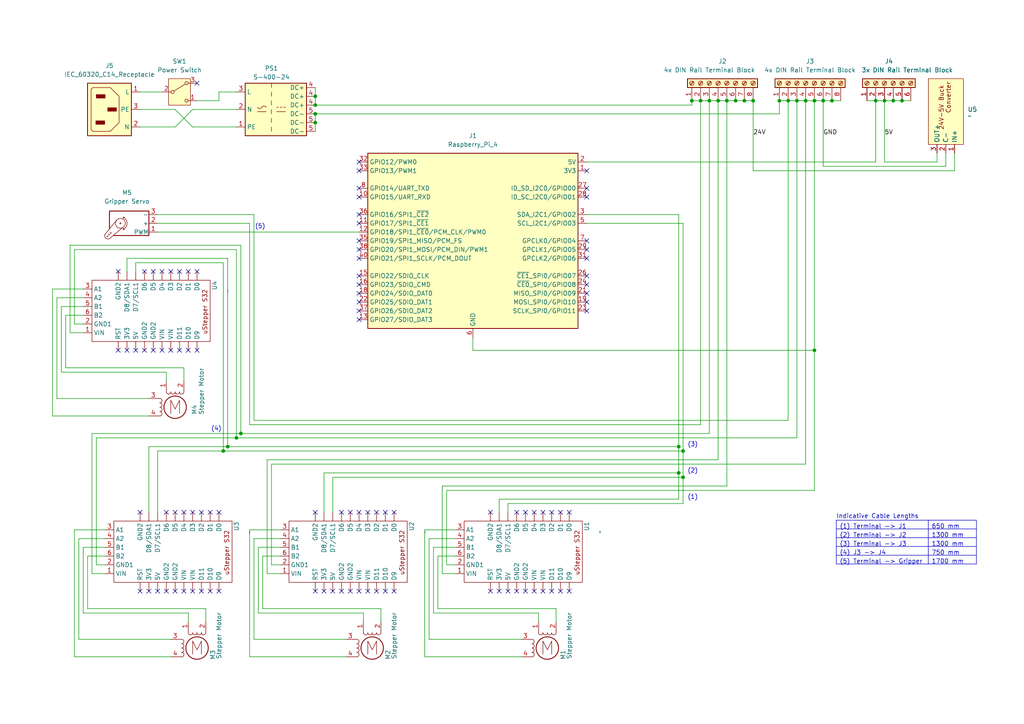
<source format=kicad_sch>
(kicad_sch
	(version 20250114)
	(generator "eeschema")
	(generator_version "9.0")
	(uuid "aa3c60ae-ed63-44a8-9041-7cdbc0d4387e")
	(paper "A4")
	(title_block
		(title "Bioscara")
		(date "2025-05-26")
		(rev "1")
		(company "DTU")
		(comment 1 "Use 0.75 mm² wires for servo power cables.")
		(comment 2 "Use 0.5 mm² wires for joint power cables.")
		(comment 3 "Use < 0.5 mm² wires for signal cables.")
		(comment 4 "All wires shall be terminated with ferrules")
	)
	(lib_symbols
		(symbol "Connector:IEC_60320_C14_Receptacle"
			(exclude_from_sim no)
			(in_bom yes)
			(on_board yes)
			(property "Reference" "J"
				(at -5.842 8.636 0)
				(effects
					(font
						(size 1.27 1.27)
					)
				)
			)
			(property "Value" "IEC_60320_C14_Receptacle"
				(at 0 -9.144 0)
				(effects
					(font
						(size 1.27 1.27)
					)
				)
			)
			(property "Footprint" ""
				(at -2.286 0 0)
				(effects
					(font
						(size 1.27 1.27)
					)
					(hide yes)
				)
			)
			(property "Datasheet" "~"
				(at -2.286 0 0)
				(effects
					(font
						(size 1.27 1.27)
					)
					(hide yes)
				)
			)
			(property "Description" "C14 Plug, 10A max"
				(at -0.635 0 0)
				(effects
					(font
						(size 1.27 1.27)
					)
					(hide yes)
				)
			)
			(property "ki_keywords" "Plug C14 IEC320"
				(at 0 0 0)
				(effects
					(font
						(size 1.27 1.27)
					)
					(hide yes)
				)
			)
			(property "ki_fp_filters" "C*14*Receptacle*"
				(at 0 0 0)
				(effects
					(font
						(size 1.27 1.27)
					)
					(hide yes)
				)
			)
			(symbol "IEC_60320_C14_Receptacle_1_1"
				(rectangle
					(start -6.35 7.62)
					(end 6.35 -7.62)
					(stroke
						(width 0.254)
						(type default)
					)
					(fill
						(type background)
					)
				)
				(polyline
					(pts
						(xy -4.826 -6.35) (xy -5.334 -5.842) (xy -5.334 5.842) (xy -4.826 6.35) (xy 0.254 6.35) (xy 2.794 3.81)
						(xy 2.794 -3.81) (xy 0.254 -6.35) (xy -4.826 -6.35)
					)
					(stroke
						(width 0)
						(type default)
					)
					(fill
						(type background)
					)
				)
				(rectangle
					(start -3.937 -3.302)
					(end -1.397 -4.318)
					(stroke
						(width 0)
						(type default)
					)
					(fill
						(type outline)
					)
				)
				(rectangle
					(start -3.81 4.318)
					(end -1.27 3.302)
					(stroke
						(width 0)
						(type default)
					)
					(fill
						(type outline)
					)
				)
				(rectangle
					(start -0.508 0.508)
					(end 2.032 -0.508)
					(stroke
						(width 0)
						(type default)
					)
					(fill
						(type outline)
					)
				)
				(pin power_in line
					(at 8.89 5.08 180)
					(length 2.54)
					(name "L"
						(effects
							(font
								(size 1.27 1.27)
							)
						)
					)
					(number "1"
						(effects
							(font
								(size 1.27 1.27)
							)
						)
					)
				)
				(pin bidirectional line
					(at 8.89 0 180)
					(length 2.54)
					(name "PE"
						(effects
							(font
								(size 1.27 1.27)
							)
						)
					)
					(number "3"
						(effects
							(font
								(size 1.27 1.27)
							)
						)
					)
				)
				(pin power_in line
					(at 8.89 -5.08 180)
					(length 2.54)
					(name "N"
						(effects
							(font
								(size 1.27 1.27)
							)
						)
					)
					(number "2"
						(effects
							(font
								(size 1.27 1.27)
							)
						)
					)
				)
			)
			(embedded_fonts no)
		)
		(symbol "Connector:Raspberry_Pi_4"
			(exclude_from_sim no)
			(in_bom yes)
			(on_board yes)
			(property "Reference" "J"
				(at -17.526 48.768 0)
				(effects
					(font
						(size 1.27 1.27)
					)
					(justify left bottom)
				)
			)
			(property "Value" "Raspberry_Pi_4"
				(at 15.748 -26.416 0)
				(effects
					(font
						(size 1.27 1.27)
					)
					(justify left top)
				)
			)
			(property "Footprint" ""
				(at 70.104 -47.498 0)
				(effects
					(font
						(size 1.27 1.27)
					)
					(justify left)
					(hide yes)
				)
			)
			(property "Datasheet" "https://datasheets.raspberrypi.com/rpi4/raspberry-pi-4-datasheet.pdf"
				(at 15.748 -32.258 0)
				(effects
					(font
						(size 1.27 1.27)
					)
					(justify left)
					(hide yes)
				)
			)
			(property "Description" "Raspberry Pi 4 Model B"
				(at 15.748 -29.718 0)
				(effects
					(font
						(size 1.27 1.27)
					)
					(justify left)
					(hide yes)
				)
			)
			(property "ki_keywords" "SBC RPi"
				(at 0 0 0)
				(effects
					(font
						(size 1.27 1.27)
					)
					(hide yes)
				)
			)
			(property "ki_fp_filters" "PinHeader*2x20*P2.54mm*Vertical* PinSocket*2x20*P2.54mm*Vertical*"
				(at 0 0 0)
				(effects
					(font
						(size 1.27 1.27)
					)
					(hide yes)
				)
			)
			(symbol "Raspberry_Pi_4_0_1"
				(rectangle
					(start -30.48 25.4)
					(end 30.48 -25.4)
					(stroke
						(width 0.254)
						(type default)
					)
					(fill
						(type background)
					)
				)
			)
			(symbol "Raspberry_Pi_4_1_1"
				(pin bidirectional line
					(at -33.02 22.86 0)
					(length 2.54)
					(name "GPIO12/PWM0"
						(effects
							(font
								(size 1.27 1.27)
							)
						)
					)
					(number "32"
						(effects
							(font
								(size 1.27 1.27)
							)
						)
					)
				)
				(pin bidirectional line
					(at -33.02 20.32 0)
					(length 2.54)
					(name "GPIO13/PWM1"
						(effects
							(font
								(size 1.27 1.27)
							)
						)
					)
					(number "33"
						(effects
							(font
								(size 1.27 1.27)
							)
						)
					)
				)
				(pin bidirectional line
					(at -33.02 15.24 0)
					(length 2.54)
					(name "GPIO14/UART_TXD"
						(effects
							(font
								(size 1.27 1.27)
							)
						)
					)
					(number "8"
						(effects
							(font
								(size 1.27 1.27)
							)
						)
					)
				)
				(pin bidirectional line
					(at -33.02 12.7 0)
					(length 2.54)
					(name "GPIO15/UART_RXD"
						(effects
							(font
								(size 1.27 1.27)
							)
						)
					)
					(number "10"
						(effects
							(font
								(size 1.27 1.27)
							)
						)
					)
				)
				(pin bidirectional line
					(at -33.02 7.62 0)
					(length 2.54)
					(name "GPIO16/SPI1_~{CE2}"
						(effects
							(font
								(size 1.27 1.27)
							)
						)
					)
					(number "36"
						(effects
							(font
								(size 1.27 1.27)
							)
						)
					)
				)
				(pin bidirectional line
					(at -33.02 5.08 0)
					(length 2.54)
					(name "GPIO17/SPI1_~{CE1}"
						(effects
							(font
								(size 1.27 1.27)
							)
						)
					)
					(number "11"
						(effects
							(font
								(size 1.27 1.27)
							)
						)
					)
				)
				(pin bidirectional line
					(at -33.02 2.54 0)
					(length 2.54)
					(name "GPIO18/SPI1_~{CE0}/PCM_CLK/PWM0"
						(effects
							(font
								(size 1.27 1.27)
							)
						)
					)
					(number "12"
						(effects
							(font
								(size 1.27 1.27)
							)
						)
					)
				)
				(pin bidirectional line
					(at -33.02 0 0)
					(length 2.54)
					(name "GPIO19/SPI1_MISO/PCM_FS"
						(effects
							(font
								(size 1.27 1.27)
							)
						)
					)
					(number "35"
						(effects
							(font
								(size 1.27 1.27)
							)
						)
					)
				)
				(pin bidirectional line
					(at -33.02 -2.54 0)
					(length 2.54)
					(name "GPIO20/SPI1_MOSI/PCM_DIN/PWM1"
						(effects
							(font
								(size 1.27 1.27)
							)
						)
					)
					(number "38"
						(effects
							(font
								(size 1.27 1.27)
							)
						)
					)
				)
				(pin bidirectional line
					(at -33.02 -5.08 0)
					(length 2.54)
					(name "GPIO21/SPI1_SCLK/PCM_DOUT"
						(effects
							(font
								(size 1.27 1.27)
							)
						)
					)
					(number "40"
						(effects
							(font
								(size 1.27 1.27)
							)
						)
					)
				)
				(pin bidirectional line
					(at -33.02 -10.16 0)
					(length 2.54)
					(name "GPIO22/SDIO_CLK"
						(effects
							(font
								(size 1.27 1.27)
							)
						)
					)
					(number "15"
						(effects
							(font
								(size 1.27 1.27)
							)
						)
					)
				)
				(pin bidirectional line
					(at -33.02 -12.7 0)
					(length 2.54)
					(name "GPIO23/SDIO_CMD"
						(effects
							(font
								(size 1.27 1.27)
							)
						)
					)
					(number "16"
						(effects
							(font
								(size 1.27 1.27)
							)
						)
					)
				)
				(pin bidirectional line
					(at -33.02 -15.24 0)
					(length 2.54)
					(name "GPIO24/SDIO_DAT0"
						(effects
							(font
								(size 1.27 1.27)
							)
						)
					)
					(number "18"
						(effects
							(font
								(size 1.27 1.27)
							)
						)
					)
				)
				(pin bidirectional line
					(at -33.02 -17.78 0)
					(length 2.54)
					(name "GPIO25/SDIO_DAT1"
						(effects
							(font
								(size 1.27 1.27)
							)
						)
					)
					(number "22"
						(effects
							(font
								(size 1.27 1.27)
							)
						)
					)
				)
				(pin bidirectional line
					(at -33.02 -20.32 0)
					(length 2.54)
					(name "GPIO26/SDIO_DAT2"
						(effects
							(font
								(size 1.27 1.27)
							)
						)
					)
					(number "37"
						(effects
							(font
								(size 1.27 1.27)
							)
						)
					)
				)
				(pin bidirectional line
					(at -33.02 -22.86 0)
					(length 2.54)
					(name "GPIO27/SDIO_DAT3"
						(effects
							(font
								(size 1.27 1.27)
							)
						)
					)
					(number "13"
						(effects
							(font
								(size 1.27 1.27)
							)
						)
					)
				)
				(pin passive line
					(at 0 -27.94 90)
					(length 2.54)
					(hide yes)
					(name "GND"
						(effects
							(font
								(size 1.27 1.27)
							)
						)
					)
					(number "14"
						(effects
							(font
								(size 1.27 1.27)
							)
						)
					)
				)
				(pin passive line
					(at 0 -27.94 90)
					(length 2.54)
					(hide yes)
					(name "GND"
						(effects
							(font
								(size 1.27 1.27)
							)
						)
					)
					(number "20"
						(effects
							(font
								(size 1.27 1.27)
							)
						)
					)
				)
				(pin passive line
					(at 0 -27.94 90)
					(length 2.54)
					(hide yes)
					(name "GND"
						(effects
							(font
								(size 1.27 1.27)
							)
						)
					)
					(number "25"
						(effects
							(font
								(size 1.27 1.27)
							)
						)
					)
				)
				(pin passive line
					(at 0 -27.94 90)
					(length 2.54)
					(hide yes)
					(name "GND"
						(effects
							(font
								(size 1.27 1.27)
							)
						)
					)
					(number "30"
						(effects
							(font
								(size 1.27 1.27)
							)
						)
					)
				)
				(pin passive line
					(at 0 -27.94 90)
					(length 2.54)
					(hide yes)
					(name "GND"
						(effects
							(font
								(size 1.27 1.27)
							)
						)
					)
					(number "34"
						(effects
							(font
								(size 1.27 1.27)
							)
						)
					)
				)
				(pin passive line
					(at 0 -27.94 90)
					(length 2.54)
					(hide yes)
					(name "GND"
						(effects
							(font
								(size 1.27 1.27)
							)
						)
					)
					(number "39"
						(effects
							(font
								(size 1.27 1.27)
							)
						)
					)
				)
				(pin power_out line
					(at 0 -27.94 90)
					(length 2.54)
					(name "GND"
						(effects
							(font
								(size 1.27 1.27)
							)
						)
					)
					(number "6"
						(effects
							(font
								(size 1.27 1.27)
							)
						)
					)
				)
				(pin passive line
					(at 0 -27.94 90)
					(length 2.54)
					(hide yes)
					(name "GND"
						(effects
							(font
								(size 1.27 1.27)
							)
						)
					)
					(number "9"
						(effects
							(font
								(size 1.27 1.27)
							)
						)
					)
				)
				(pin power_out line
					(at 33.02 22.86 180)
					(length 2.54)
					(name "5V"
						(effects
							(font
								(size 1.27 1.27)
							)
						)
					)
					(number "2"
						(effects
							(font
								(size 1.27 1.27)
							)
						)
					)
				)
				(pin passive line
					(at 33.02 22.86 180)
					(length 2.54)
					(hide yes)
					(name "5V"
						(effects
							(font
								(size 1.27 1.27)
							)
						)
					)
					(number "4"
						(effects
							(font
								(size 1.27 1.27)
							)
						)
					)
				)
				(pin power_out line
					(at 33.02 20.32 180)
					(length 2.54)
					(name "3V3"
						(effects
							(font
								(size 1.27 1.27)
							)
						)
					)
					(number "1"
						(effects
							(font
								(size 1.27 1.27)
							)
						)
					)
				)
				(pin passive line
					(at 33.02 20.32 180)
					(length 2.54)
					(hide yes)
					(name "3V3"
						(effects
							(font
								(size 1.27 1.27)
							)
						)
					)
					(number "17"
						(effects
							(font
								(size 1.27 1.27)
							)
						)
					)
				)
				(pin bidirectional line
					(at 33.02 15.24 180)
					(length 2.54)
					(name "ID_SD_I2C0/GPIO00"
						(effects
							(font
								(size 1.27 1.27)
							)
						)
					)
					(number "27"
						(effects
							(font
								(size 1.27 1.27)
							)
						)
					)
				)
				(pin bidirectional line
					(at 33.02 12.7 180)
					(length 2.54)
					(name "ID_SC_I2C0/GPIO01"
						(effects
							(font
								(size 1.27 1.27)
							)
						)
					)
					(number "28"
						(effects
							(font
								(size 1.27 1.27)
							)
						)
					)
				)
				(pin bidirectional line
					(at 33.02 7.62 180)
					(length 2.54)
					(name "SDA_I2C1/GPIO02"
						(effects
							(font
								(size 1.27 1.27)
							)
						)
					)
					(number "3"
						(effects
							(font
								(size 1.27 1.27)
							)
						)
					)
				)
				(pin bidirectional line
					(at 33.02 5.08 180)
					(length 2.54)
					(name "SCL_I2C1/GPIO03"
						(effects
							(font
								(size 1.27 1.27)
							)
						)
					)
					(number "5"
						(effects
							(font
								(size 1.27 1.27)
							)
						)
					)
				)
				(pin bidirectional line
					(at 33.02 0 180)
					(length 2.54)
					(name "GPCLK0/GPIO04"
						(effects
							(font
								(size 1.27 1.27)
							)
						)
					)
					(number "7"
						(effects
							(font
								(size 1.27 1.27)
							)
						)
					)
				)
				(pin bidirectional line
					(at 33.02 -2.54 180)
					(length 2.54)
					(name "GPCLK1/GPIO05"
						(effects
							(font
								(size 1.27 1.27)
							)
						)
					)
					(number "29"
						(effects
							(font
								(size 1.27 1.27)
							)
						)
					)
				)
				(pin bidirectional line
					(at 33.02 -5.08 180)
					(length 2.54)
					(name "GPCLK2/GPIO06"
						(effects
							(font
								(size 1.27 1.27)
							)
						)
					)
					(number "31"
						(effects
							(font
								(size 1.27 1.27)
							)
						)
					)
				)
				(pin bidirectional line
					(at 33.02 -10.16 180)
					(length 2.54)
					(name "~{CE1}_SPI0/GPIO07"
						(effects
							(font
								(size 1.27 1.27)
							)
						)
					)
					(number "26"
						(effects
							(font
								(size 1.27 1.27)
							)
						)
					)
				)
				(pin bidirectional line
					(at 33.02 -12.7 180)
					(length 2.54)
					(name "~{CE0}_SPI0/GPIO08"
						(effects
							(font
								(size 1.27 1.27)
							)
						)
					)
					(number "24"
						(effects
							(font
								(size 1.27 1.27)
							)
						)
					)
				)
				(pin bidirectional line
					(at 33.02 -15.24 180)
					(length 2.54)
					(name "MISO_SPI0/GPIO09"
						(effects
							(font
								(size 1.27 1.27)
							)
						)
					)
					(number "21"
						(effects
							(font
								(size 1.27 1.27)
							)
						)
					)
				)
				(pin bidirectional line
					(at 33.02 -17.78 180)
					(length 2.54)
					(name "MOSI_SPI0/GPIO10"
						(effects
							(font
								(size 1.27 1.27)
							)
						)
					)
					(number "19"
						(effects
							(font
								(size 1.27 1.27)
							)
						)
					)
				)
				(pin bidirectional line
					(at 33.02 -20.32 180)
					(length 2.54)
					(name "SCLK_SPI0/GPIO11"
						(effects
							(font
								(size 1.27 1.27)
							)
						)
					)
					(number "23"
						(effects
							(font
								(size 1.27 1.27)
							)
						)
					)
				)
			)
			(embedded_fonts no)
		)
		(symbol "Connector:Screw_Terminal_01x06"
			(pin_names
				(offset 1.016)
				(hide yes)
			)
			(exclude_from_sim no)
			(in_bom yes)
			(on_board yes)
			(property "Reference" "J"
				(at 0 7.62 0)
				(effects
					(font
						(size 1.27 1.27)
					)
				)
			)
			(property "Value" "Screw_Terminal_01x06"
				(at 0 -10.16 0)
				(effects
					(font
						(size 1.27 1.27)
					)
				)
			)
			(property "Footprint" ""
				(at 0 0 0)
				(effects
					(font
						(size 1.27 1.27)
					)
					(hide yes)
				)
			)
			(property "Datasheet" "~"
				(at 0 0 0)
				(effects
					(font
						(size 1.27 1.27)
					)
					(hide yes)
				)
			)
			(property "Description" "Generic screw terminal, single row, 01x06, script generated (kicad-library-utils/schlib/autogen/connector/)"
				(at 0 0 0)
				(effects
					(font
						(size 1.27 1.27)
					)
					(hide yes)
				)
			)
			(property "ki_keywords" "screw terminal"
				(at 0 0 0)
				(effects
					(font
						(size 1.27 1.27)
					)
					(hide yes)
				)
			)
			(property "ki_fp_filters" "TerminalBlock*:*"
				(at 0 0 0)
				(effects
					(font
						(size 1.27 1.27)
					)
					(hide yes)
				)
			)
			(symbol "Screw_Terminal_01x06_1_1"
				(rectangle
					(start -1.27 6.35)
					(end 1.27 -8.89)
					(stroke
						(width 0.254)
						(type default)
					)
					(fill
						(type background)
					)
				)
				(polyline
					(pts
						(xy -0.5334 5.4102) (xy 0.3302 4.572)
					)
					(stroke
						(width 0.1524)
						(type default)
					)
					(fill
						(type none)
					)
				)
				(polyline
					(pts
						(xy -0.5334 2.8702) (xy 0.3302 2.032)
					)
					(stroke
						(width 0.1524)
						(type default)
					)
					(fill
						(type none)
					)
				)
				(polyline
					(pts
						(xy -0.5334 0.3302) (xy 0.3302 -0.508)
					)
					(stroke
						(width 0.1524)
						(type default)
					)
					(fill
						(type none)
					)
				)
				(polyline
					(pts
						(xy -0.5334 -2.2098) (xy 0.3302 -3.048)
					)
					(stroke
						(width 0.1524)
						(type default)
					)
					(fill
						(type none)
					)
				)
				(polyline
					(pts
						(xy -0.5334 -4.7498) (xy 0.3302 -5.588)
					)
					(stroke
						(width 0.1524)
						(type default)
					)
					(fill
						(type none)
					)
				)
				(polyline
					(pts
						(xy -0.5334 -7.2898) (xy 0.3302 -8.128)
					)
					(stroke
						(width 0.1524)
						(type default)
					)
					(fill
						(type none)
					)
				)
				(polyline
					(pts
						(xy -0.3556 5.588) (xy 0.508 4.7498)
					)
					(stroke
						(width 0.1524)
						(type default)
					)
					(fill
						(type none)
					)
				)
				(polyline
					(pts
						(xy -0.3556 3.048) (xy 0.508 2.2098)
					)
					(stroke
						(width 0.1524)
						(type default)
					)
					(fill
						(type none)
					)
				)
				(polyline
					(pts
						(xy -0.3556 0.508) (xy 0.508 -0.3302)
					)
					(stroke
						(width 0.1524)
						(type default)
					)
					(fill
						(type none)
					)
				)
				(polyline
					(pts
						(xy -0.3556 -2.032) (xy 0.508 -2.8702)
					)
					(stroke
						(width 0.1524)
						(type default)
					)
					(fill
						(type none)
					)
				)
				(polyline
					(pts
						(xy -0.3556 -4.572) (xy 0.508 -5.4102)
					)
					(stroke
						(width 0.1524)
						(type default)
					)
					(fill
						(type none)
					)
				)
				(polyline
					(pts
						(xy -0.3556 -7.112) (xy 0.508 -7.9502)
					)
					(stroke
						(width 0.1524)
						(type default)
					)
					(fill
						(type none)
					)
				)
				(circle
					(center 0 5.08)
					(radius 0.635)
					(stroke
						(width 0.1524)
						(type default)
					)
					(fill
						(type none)
					)
				)
				(circle
					(center 0 2.54)
					(radius 0.635)
					(stroke
						(width 0.1524)
						(type default)
					)
					(fill
						(type none)
					)
				)
				(circle
					(center 0 0)
					(radius 0.635)
					(stroke
						(width 0.1524)
						(type default)
					)
					(fill
						(type none)
					)
				)
				(circle
					(center 0 -2.54)
					(radius 0.635)
					(stroke
						(width 0.1524)
						(type default)
					)
					(fill
						(type none)
					)
				)
				(circle
					(center 0 -5.08)
					(radius 0.635)
					(stroke
						(width 0.1524)
						(type default)
					)
					(fill
						(type none)
					)
				)
				(circle
					(center 0 -7.62)
					(radius 0.635)
					(stroke
						(width 0.1524)
						(type default)
					)
					(fill
						(type none)
					)
				)
				(pin passive line
					(at -5.08 5.08 0)
					(length 3.81)
					(name "Pin_1"
						(effects
							(font
								(size 1.27 1.27)
							)
						)
					)
					(number "1"
						(effects
							(font
								(size 1.27 1.27)
							)
						)
					)
				)
				(pin passive line
					(at -5.08 2.54 0)
					(length 3.81)
					(name "Pin_2"
						(effects
							(font
								(size 1.27 1.27)
							)
						)
					)
					(number "2"
						(effects
							(font
								(size 1.27 1.27)
							)
						)
					)
				)
				(pin passive line
					(at -5.08 0 0)
					(length 3.81)
					(name "Pin_3"
						(effects
							(font
								(size 1.27 1.27)
							)
						)
					)
					(number "3"
						(effects
							(font
								(size 1.27 1.27)
							)
						)
					)
				)
				(pin passive line
					(at -5.08 -2.54 0)
					(length 3.81)
					(name "Pin_4"
						(effects
							(font
								(size 1.27 1.27)
							)
						)
					)
					(number "4"
						(effects
							(font
								(size 1.27 1.27)
							)
						)
					)
				)
				(pin passive line
					(at -5.08 -5.08 0)
					(length 3.81)
					(name "Pin_5"
						(effects
							(font
								(size 1.27 1.27)
							)
						)
					)
					(number "5"
						(effects
							(font
								(size 1.27 1.27)
							)
						)
					)
				)
				(pin passive line
					(at -5.08 -7.62 0)
					(length 3.81)
					(name "Pin_6"
						(effects
							(font
								(size 1.27 1.27)
							)
						)
					)
					(number "6"
						(effects
							(font
								(size 1.27 1.27)
							)
						)
					)
				)
			)
			(embedded_fonts no)
		)
		(symbol "Connector:Screw_Terminal_01x08"
			(pin_names
				(offset 1.016)
				(hide yes)
			)
			(exclude_from_sim no)
			(in_bom yes)
			(on_board yes)
			(property "Reference" "J"
				(at 0 10.16 0)
				(effects
					(font
						(size 1.27 1.27)
					)
				)
			)
			(property "Value" "Screw_Terminal_01x08"
				(at 0 -12.7 0)
				(effects
					(font
						(size 1.27 1.27)
					)
				)
			)
			(property "Footprint" ""
				(at 0 0 0)
				(effects
					(font
						(size 1.27 1.27)
					)
					(hide yes)
				)
			)
			(property "Datasheet" "~"
				(at 0 0 0)
				(effects
					(font
						(size 1.27 1.27)
					)
					(hide yes)
				)
			)
			(property "Description" "Generic screw terminal, single row, 01x08, script generated (kicad-library-utils/schlib/autogen/connector/)"
				(at 0 0 0)
				(effects
					(font
						(size 1.27 1.27)
					)
					(hide yes)
				)
			)
			(property "ki_keywords" "screw terminal"
				(at 0 0 0)
				(effects
					(font
						(size 1.27 1.27)
					)
					(hide yes)
				)
			)
			(property "ki_fp_filters" "TerminalBlock*:*"
				(at 0 0 0)
				(effects
					(font
						(size 1.27 1.27)
					)
					(hide yes)
				)
			)
			(symbol "Screw_Terminal_01x08_1_1"
				(rectangle
					(start -1.27 8.89)
					(end 1.27 -11.43)
					(stroke
						(width 0.254)
						(type default)
					)
					(fill
						(type background)
					)
				)
				(polyline
					(pts
						(xy -0.5334 7.9502) (xy 0.3302 7.112)
					)
					(stroke
						(width 0.1524)
						(type default)
					)
					(fill
						(type none)
					)
				)
				(polyline
					(pts
						(xy -0.5334 5.4102) (xy 0.3302 4.572)
					)
					(stroke
						(width 0.1524)
						(type default)
					)
					(fill
						(type none)
					)
				)
				(polyline
					(pts
						(xy -0.5334 2.8702) (xy 0.3302 2.032)
					)
					(stroke
						(width 0.1524)
						(type default)
					)
					(fill
						(type none)
					)
				)
				(polyline
					(pts
						(xy -0.5334 0.3302) (xy 0.3302 -0.508)
					)
					(stroke
						(width 0.1524)
						(type default)
					)
					(fill
						(type none)
					)
				)
				(polyline
					(pts
						(xy -0.5334 -2.2098) (xy 0.3302 -3.048)
					)
					(stroke
						(width 0.1524)
						(type default)
					)
					(fill
						(type none)
					)
				)
				(polyline
					(pts
						(xy -0.5334 -4.7498) (xy 0.3302 -5.588)
					)
					(stroke
						(width 0.1524)
						(type default)
					)
					(fill
						(type none)
					)
				)
				(polyline
					(pts
						(xy -0.5334 -7.2898) (xy 0.3302 -8.128)
					)
					(stroke
						(width 0.1524)
						(type default)
					)
					(fill
						(type none)
					)
				)
				(polyline
					(pts
						(xy -0.5334 -9.8298) (xy 0.3302 -10.668)
					)
					(stroke
						(width 0.1524)
						(type default)
					)
					(fill
						(type none)
					)
				)
				(polyline
					(pts
						(xy -0.3556 8.128) (xy 0.508 7.2898)
					)
					(stroke
						(width 0.1524)
						(type default)
					)
					(fill
						(type none)
					)
				)
				(polyline
					(pts
						(xy -0.3556 5.588) (xy 0.508 4.7498)
					)
					(stroke
						(width 0.1524)
						(type default)
					)
					(fill
						(type none)
					)
				)
				(polyline
					(pts
						(xy -0.3556 3.048) (xy 0.508 2.2098)
					)
					(stroke
						(width 0.1524)
						(type default)
					)
					(fill
						(type none)
					)
				)
				(polyline
					(pts
						(xy -0.3556 0.508) (xy 0.508 -0.3302)
					)
					(stroke
						(width 0.1524)
						(type default)
					)
					(fill
						(type none)
					)
				)
				(polyline
					(pts
						(xy -0.3556 -2.032) (xy 0.508 -2.8702)
					)
					(stroke
						(width 0.1524)
						(type default)
					)
					(fill
						(type none)
					)
				)
				(polyline
					(pts
						(xy -0.3556 -4.572) (xy 0.508 -5.4102)
					)
					(stroke
						(width 0.1524)
						(type default)
					)
					(fill
						(type none)
					)
				)
				(polyline
					(pts
						(xy -0.3556 -7.112) (xy 0.508 -7.9502)
					)
					(stroke
						(width 0.1524)
						(type default)
					)
					(fill
						(type none)
					)
				)
				(polyline
					(pts
						(xy -0.3556 -9.652) (xy 0.508 -10.4902)
					)
					(stroke
						(width 0.1524)
						(type default)
					)
					(fill
						(type none)
					)
				)
				(circle
					(center 0 7.62)
					(radius 0.635)
					(stroke
						(width 0.1524)
						(type default)
					)
					(fill
						(type none)
					)
				)
				(circle
					(center 0 5.08)
					(radius 0.635)
					(stroke
						(width 0.1524)
						(type default)
					)
					(fill
						(type none)
					)
				)
				(circle
					(center 0 2.54)
					(radius 0.635)
					(stroke
						(width 0.1524)
						(type default)
					)
					(fill
						(type none)
					)
				)
				(circle
					(center 0 0)
					(radius 0.635)
					(stroke
						(width 0.1524)
						(type default)
					)
					(fill
						(type none)
					)
				)
				(circle
					(center 0 -2.54)
					(radius 0.635)
					(stroke
						(width 0.1524)
						(type default)
					)
					(fill
						(type none)
					)
				)
				(circle
					(center 0 -5.08)
					(radius 0.635)
					(stroke
						(width 0.1524)
						(type default)
					)
					(fill
						(type none)
					)
				)
				(circle
					(center 0 -7.62)
					(radius 0.635)
					(stroke
						(width 0.1524)
						(type default)
					)
					(fill
						(type none)
					)
				)
				(circle
					(center 0 -10.16)
					(radius 0.635)
					(stroke
						(width 0.1524)
						(type default)
					)
					(fill
						(type none)
					)
				)
				(pin passive line
					(at -5.08 7.62 0)
					(length 3.81)
					(name "Pin_1"
						(effects
							(font
								(size 1.27 1.27)
							)
						)
					)
					(number "1"
						(effects
							(font
								(size 1.27 1.27)
							)
						)
					)
				)
				(pin passive line
					(at -5.08 5.08 0)
					(length 3.81)
					(name "Pin_2"
						(effects
							(font
								(size 1.27 1.27)
							)
						)
					)
					(number "2"
						(effects
							(font
								(size 1.27 1.27)
							)
						)
					)
				)
				(pin passive line
					(at -5.08 2.54 0)
					(length 3.81)
					(name "Pin_3"
						(effects
							(font
								(size 1.27 1.27)
							)
						)
					)
					(number "3"
						(effects
							(font
								(size 1.27 1.27)
							)
						)
					)
				)
				(pin passive line
					(at -5.08 0 0)
					(length 3.81)
					(name "Pin_4"
						(effects
							(font
								(size 1.27 1.27)
							)
						)
					)
					(number "4"
						(effects
							(font
								(size 1.27 1.27)
							)
						)
					)
				)
				(pin passive line
					(at -5.08 -2.54 0)
					(length 3.81)
					(name "Pin_5"
						(effects
							(font
								(size 1.27 1.27)
							)
						)
					)
					(number "5"
						(effects
							(font
								(size 1.27 1.27)
							)
						)
					)
				)
				(pin passive line
					(at -5.08 -5.08 0)
					(length 3.81)
					(name "Pin_6"
						(effects
							(font
								(size 1.27 1.27)
							)
						)
					)
					(number "6"
						(effects
							(font
								(size 1.27 1.27)
							)
						)
					)
				)
				(pin passive line
					(at -5.08 -7.62 0)
					(length 3.81)
					(name "Pin_7"
						(effects
							(font
								(size 1.27 1.27)
							)
						)
					)
					(number "7"
						(effects
							(font
								(size 1.27 1.27)
							)
						)
					)
				)
				(pin passive line
					(at -5.08 -10.16 0)
					(length 3.81)
					(name "Pin_8"
						(effects
							(font
								(size 1.27 1.27)
							)
						)
					)
					(number "8"
						(effects
							(font
								(size 1.27 1.27)
							)
						)
					)
				)
			)
			(embedded_fonts no)
		)
		(symbol "Converter_ACDC:VTX-214-015-107"
			(exclude_from_sim no)
			(in_bom yes)
			(on_board yes)
			(property "Reference" "PS1"
				(at 0 11.938 0)
				(effects
					(font
						(size 1.27 1.27)
					)
				)
			)
			(property "Value" "S-400-24"
				(at 0 9.398 0)
				(effects
					(font
						(size 1.27 1.27)
					)
				)
			)
			(property "Footprint" "Converter_ACDC:Converter_ACDC_Vigortronix_VTX-214-015-1xx_THT"
				(at 35.306 -15.494 0)
				(effects
					(font
						(size 1.27 1.27)
					)
					(hide yes)
				)
			)
			(property "Datasheet" "http://www.vigortronix.com/15WattSMPSPCBModuleAC-DC"
				(at 30.226 -18.796 0)
				(effects
					(font
						(size 1.27 1.27)
					)
					(hide yes)
				)
			)
			(property "Description" "7V Vigortronix 15W ACDC Converters"
				(at 20.828 -21.59 0)
				(effects
					(font
						(size 1.27 1.27)
					)
					(hide yes)
				)
			)
			(property "ki_keywords" "7V 15W AC-DC module power supply"
				(at 0 0 0)
				(effects
					(font
						(size 1.27 1.27)
					)
					(hide yes)
				)
			)
			(property "ki_fp_filters" "Converter*ACDC*Vigortronix*VTX*214*015*1xx*"
				(at 0 0 0)
				(effects
					(font
						(size 1.27 1.27)
					)
					(hide yes)
				)
			)
			(symbol "VTX-214-015-107_0_1"
				(rectangle
					(start -7.62 7.62)
					(end 10.16 -7.62)
					(stroke
						(width 0.254)
						(type default)
					)
					(fill
						(type background)
					)
				)
				(polyline
					(pts
						(xy -4.064 -0.635) (xy -1.524 -0.635)
					)
					(stroke
						(width 0)
						(type default)
					)
					(fill
						(type none)
					)
				)
				(arc
					(start -2.794 0.635)
					(mid -3.429 0.2495)
					(end -4.064 0.635)
					(stroke
						(width 0)
						(type default)
					)
					(fill
						(type none)
					)
				)
				(arc
					(start -2.794 0.635)
					(mid -2.159 1.0072)
					(end -1.524 0.635)
					(stroke
						(width 0)
						(type default)
					)
					(fill
						(type none)
					)
				)
				(polyline
					(pts
						(xy 1.524 0.635) (xy 2.032 0.635)
					)
					(stroke
						(width 0)
						(type default)
					)
					(fill
						(type none)
					)
				)
				(polyline
					(pts
						(xy 1.524 -0.635) (xy 4.064 -0.635)
					)
					(stroke
						(width 0)
						(type default)
					)
					(fill
						(type none)
					)
				)
				(polyline
					(pts
						(xy 2.54 0.635) (xy 3.048 0.635)
					)
					(stroke
						(width 0)
						(type default)
					)
					(fill
						(type none)
					)
				)
				(polyline
					(pts
						(xy 3.556 0.635) (xy 4.064 0.635)
					)
					(stroke
						(width 0)
						(type default)
					)
					(fill
						(type none)
					)
				)
			)
			(symbol "VTX-214-015-107_1_1"
				(polyline
					(pts
						(xy 0 7.62) (xy 0 6.35)
					)
					(stroke
						(width 0)
						(type default)
					)
					(fill
						(type none)
					)
				)
				(polyline
					(pts
						(xy 0 5.08) (xy 0 3.81)
					)
					(stroke
						(width 0)
						(type default)
					)
					(fill
						(type none)
					)
				)
				(polyline
					(pts
						(xy 0 2.54) (xy 0 1.27)
					)
					(stroke
						(width 0)
						(type default)
					)
					(fill
						(type none)
					)
				)
				(polyline
					(pts
						(xy 0 0) (xy 0 -1.27)
					)
					(stroke
						(width 0)
						(type default)
					)
					(fill
						(type none)
					)
				)
				(polyline
					(pts
						(xy 0 -2.54) (xy 0 -3.81)
					)
					(stroke
						(width 0)
						(type default)
					)
					(fill
						(type none)
					)
				)
				(polyline
					(pts
						(xy 0 -5.08) (xy 0 -6.35)
					)
					(stroke
						(width 0)
						(type default)
					)
					(fill
						(type none)
					)
				)
				(pin power_in line
					(at -10.16 5.08 0)
					(length 2.54)
					(name "L"
						(effects
							(font
								(size 1.27 1.27)
							)
						)
					)
					(number "3"
						(effects
							(font
								(size 1.27 1.27)
							)
						)
					)
				)
				(pin power_in line
					(at -10.16 0 0)
					(length 2.54)
					(name "N"
						(effects
							(font
								(size 1.27 1.27)
							)
						)
					)
					(number "2"
						(effects
							(font
								(size 1.27 1.27)
							)
						)
					)
				)
				(pin passive line
					(at -10.16 -5.08 0)
					(length 2.54)
					(name "PE"
						(effects
							(font
								(size 1.27 1.27)
							)
						)
					)
					(number "1"
						(effects
							(font
								(size 1.27 1.27)
							)
						)
					)
				)
				(pin power_out line
					(at 12.7 6.35 180)
					(length 2.54)
					(name "DC+"
						(effects
							(font
								(size 1.27 1.27)
							)
						)
					)
					(number "4"
						(effects
							(font
								(size 1.27 1.27)
							)
						)
					)
				)
				(pin power_out line
					(at 12.7 3.81 180)
					(length 2.54)
					(name "DC+"
						(effects
							(font
								(size 1.27 1.27)
							)
						)
					)
					(number "4"
						(effects
							(font
								(size 1.27 1.27)
							)
						)
					)
				)
				(pin power_out line
					(at 12.7 1.27 180)
					(length 2.54)
					(name "DC+"
						(effects
							(font
								(size 1.27 1.27)
							)
						)
					)
					(number "4"
						(effects
							(font
								(size 1.27 1.27)
							)
						)
					)
				)
				(pin power_out line
					(at 12.7 -1.27 180)
					(length 2.54)
					(name "DC-"
						(effects
							(font
								(size 1.27 1.27)
							)
						)
					)
					(number "5"
						(effects
							(font
								(size 1.27 1.27)
							)
						)
					)
				)
				(pin power_out line
					(at 12.7 -3.81 180)
					(length 2.54)
					(name "DC-"
						(effects
							(font
								(size 1.27 1.27)
							)
						)
					)
					(number "5"
						(effects
							(font
								(size 1.27 1.27)
							)
						)
					)
				)
				(pin power_out line
					(at 12.7 -6.35 180)
					(length 2.54)
					(name "DC-"
						(effects
							(font
								(size 1.27 1.27)
							)
						)
					)
					(number "5"
						(effects
							(font
								(size 1.27 1.27)
							)
						)
					)
				)
			)
			(embedded_fonts no)
		)
		(symbol "Motor:Motor_Servo"
			(pin_names
				(offset 0.0254)
			)
			(exclude_from_sim no)
			(in_bom yes)
			(on_board yes)
			(property "Reference" "M"
				(at -5.08 4.445 0)
				(effects
					(font
						(size 1.27 1.27)
					)
					(justify left)
				)
			)
			(property "Value" "Motor_Servo"
				(at -5.08 -4.064 0)
				(effects
					(font
						(size 1.27 1.27)
					)
					(justify left top)
				)
			)
			(property "Footprint" ""
				(at 0 -4.826 0)
				(effects
					(font
						(size 1.27 1.27)
					)
					(hide yes)
				)
			)
			(property "Datasheet" "http://forums.parallax.com/uploads/attachments/46831/74481.png"
				(at 0 -4.826 0)
				(effects
					(font
						(size 1.27 1.27)
					)
					(hide yes)
				)
			)
			(property "Description" "Servo Motor (Futaba, HiTec, JR connector)"
				(at 0 0 0)
				(effects
					(font
						(size 1.27 1.27)
					)
					(hide yes)
				)
			)
			(property "ki_keywords" "Servo Motor"
				(at 0 0 0)
				(effects
					(font
						(size 1.27 1.27)
					)
					(hide yes)
				)
			)
			(property "ki_fp_filters" "PinHeader*P2.54mm*"
				(at 0 0 0)
				(effects
					(font
						(size 1.27 1.27)
					)
					(hide yes)
				)
			)
			(symbol "Motor_Servo_0_1"
				(polyline
					(pts
						(xy 2.413 1.778) (xy 1.905 1.778)
					)
					(stroke
						(width 0)
						(type default)
					)
					(fill
						(type none)
					)
				)
				(polyline
					(pts
						(xy 2.413 1.778) (xy 2.286 1.397)
					)
					(stroke
						(width 0)
						(type default)
					)
					(fill
						(type none)
					)
				)
				(polyline
					(pts
						(xy 2.413 -1.778) (xy 2.032 -1.778)
					)
					(stroke
						(width 0)
						(type default)
					)
					(fill
						(type none)
					)
				)
				(polyline
					(pts
						(xy 2.413 -1.778) (xy 2.286 -1.397)
					)
					(stroke
						(width 0)
						(type default)
					)
					(fill
						(type none)
					)
				)
				(arc
					(start 2.413 -1.778)
					(mid 1.2406 0)
					(end 2.413 1.778)
					(stroke
						(width 0)
						(type default)
					)
					(fill
						(type none)
					)
				)
				(circle
					(center 3.175 0)
					(radius 0.1778)
					(stroke
						(width 0)
						(type default)
					)
					(fill
						(type none)
					)
				)
				(circle
					(center 3.175 0)
					(radius 1.4224)
					(stroke
						(width 0)
						(type default)
					)
					(fill
						(type none)
					)
				)
				(polyline
					(pts
						(xy 5.08 3.556) (xy -5.08 3.556) (xy -5.08 -3.556) (xy 6.35 -3.556) (xy 6.35 1.524)
					)
					(stroke
						(width 0.254)
						(type default)
					)
					(fill
						(type none)
					)
				)
				(circle
					(center 5.969 2.794)
					(radius 0.127)
					(stroke
						(width 0)
						(type default)
					)
					(fill
						(type none)
					)
				)
				(polyline
					(pts
						(xy 6.35 4.445) (xy 2.54 1.27)
					)
					(stroke
						(width 0)
						(type default)
					)
					(fill
						(type none)
					)
				)
				(circle
					(center 6.477 3.302)
					(radius 0.127)
					(stroke
						(width 0)
						(type default)
					)
					(fill
						(type none)
					)
				)
				(arc
					(start 6.35 4.445)
					(mid 7.4487 4.2737)
					(end 7.62 3.175)
					(stroke
						(width 0)
						(type default)
					)
					(fill
						(type none)
					)
				)
				(circle
					(center 6.985 3.81)
					(radius 0.127)
					(stroke
						(width 0)
						(type default)
					)
					(fill
						(type none)
					)
				)
				(polyline
					(pts
						(xy 7.62 3.175) (xy 4.191 -1.016)
					)
					(stroke
						(width 0)
						(type default)
					)
					(fill
						(type none)
					)
				)
			)
			(symbol "Motor_Servo_1_1"
				(pin passive line
					(at -7.62 2.54 0)
					(length 2.54)
					(name "PWM"
						(effects
							(font
								(size 1.27 1.27)
							)
						)
					)
					(number "1"
						(effects
							(font
								(size 1.27 1.27)
							)
						)
					)
				)
				(pin passive line
					(at -7.62 0 0)
					(length 2.54)
					(name "+"
						(effects
							(font
								(size 1.27 1.27)
							)
						)
					)
					(number "2"
						(effects
							(font
								(size 1.27 1.27)
							)
						)
					)
				)
				(pin passive line
					(at -7.62 -2.54 0)
					(length 2.54)
					(name "-"
						(effects
							(font
								(size 1.27 1.27)
							)
						)
					)
					(number "3"
						(effects
							(font
								(size 1.27 1.27)
							)
						)
					)
				)
			)
			(embedded_fonts no)
		)
		(symbol "Motor:Stepper_Motor_bipolar"
			(pin_names
				(offset 0)
				(hide yes)
			)
			(exclude_from_sim no)
			(in_bom yes)
			(on_board yes)
			(property "Reference" "M"
				(at 3.81 2.54 0)
				(effects
					(font
						(size 1.27 1.27)
					)
					(justify left)
				)
			)
			(property "Value" "Stepper_Motor_bipolar"
				(at 3.81 1.27 0)
				(effects
					(font
						(size 1.27 1.27)
					)
					(justify left top)
				)
			)
			(property "Footprint" ""
				(at 0.254 -0.254 0)
				(effects
					(font
						(size 1.27 1.27)
					)
					(hide yes)
				)
			)
			(property "Datasheet" "http://www.infineon.com/dgdl/Application-Note-TLE8110EE_driving_UniPolarStepperMotor_V1.1.pdf?fileId=db3a30431be39b97011be5d0aa0a00b0"
				(at 0.254 -0.254 0)
				(effects
					(font
						(size 1.27 1.27)
					)
					(hide yes)
				)
			)
			(property "Description" "4-wire bipolar stepper motor"
				(at 0 0 0)
				(effects
					(font
						(size 1.27 1.27)
					)
					(hide yes)
				)
			)
			(property "ki_keywords" "bipolar stepper motor"
				(at 0 0 0)
				(effects
					(font
						(size 1.27 1.27)
					)
					(hide yes)
				)
			)
			(property "ki_fp_filters" "PinHeader*P2.54mm*Vertical* TerminalBlock* Motor*"
				(at 0 0 0)
				(effects
					(font
						(size 1.27 1.27)
					)
					(hide yes)
				)
			)
			(symbol "Stepper_Motor_bipolar_0_0"
				(polyline
					(pts
						(xy -1.27 -1.778) (xy -1.27 2.032) (xy 0 -0.508) (xy 1.27 2.032) (xy 1.27 -1.778)
					)
					(stroke
						(width 0)
						(type default)
					)
					(fill
						(type none)
					)
				)
			)
			(symbol "Stepper_Motor_bipolar_0_1"
				(polyline
					(pts
						(xy -5.08 2.54) (xy -4.445 2.54)
					)
					(stroke
						(width 0)
						(type default)
					)
					(fill
						(type none)
					)
				)
				(polyline
					(pts
						(xy -5.08 -2.54) (xy -4.445 -2.54)
					)
					(stroke
						(width 0)
						(type default)
					)
					(fill
						(type none)
					)
				)
				(arc
					(start -4.445 2.54)
					(mid -3.8127 1.905)
					(end -4.445 1.27)
					(stroke
						(width 0)
						(type default)
					)
					(fill
						(type none)
					)
				)
				(arc
					(start -4.445 1.27)
					(mid -3.8127 0.635)
					(end -4.445 0)
					(stroke
						(width 0)
						(type default)
					)
					(fill
						(type none)
					)
				)
				(arc
					(start -4.445 0)
					(mid -3.8127 -0.635)
					(end -4.445 -1.27)
					(stroke
						(width 0)
						(type default)
					)
					(fill
						(type none)
					)
				)
				(arc
					(start -4.445 -1.27)
					(mid -3.8127 -1.905)
					(end -4.445 -2.54)
					(stroke
						(width 0)
						(type default)
					)
					(fill
						(type none)
					)
				)
				(polyline
					(pts
						(xy -2.54 5.08) (xy -2.54 4.445)
					)
					(stroke
						(width 0)
						(type default)
					)
					(fill
						(type none)
					)
				)
				(arc
					(start -1.27 4.445)
					(mid -1.905 3.8127)
					(end -2.54 4.445)
					(stroke
						(width 0)
						(type default)
					)
					(fill
						(type none)
					)
				)
				(arc
					(start 0 4.445)
					(mid -0.635 3.8127)
					(end -1.27 4.445)
					(stroke
						(width 0)
						(type default)
					)
					(fill
						(type none)
					)
				)
				(circle
					(center 0 0)
					(radius 3.2512)
					(stroke
						(width 0.254)
						(type default)
					)
					(fill
						(type none)
					)
				)
				(arc
					(start 1.27 4.445)
					(mid 0.635 3.8127)
					(end 0 4.445)
					(stroke
						(width 0)
						(type default)
					)
					(fill
						(type none)
					)
				)
				(arc
					(start 2.54 4.445)
					(mid 1.905 3.8127)
					(end 1.27 4.445)
					(stroke
						(width 0)
						(type default)
					)
					(fill
						(type none)
					)
				)
				(polyline
					(pts
						(xy 2.54 5.08) (xy 2.54 4.445)
					)
					(stroke
						(width 0)
						(type default)
					)
					(fill
						(type none)
					)
				)
			)
			(symbol "Stepper_Motor_bipolar_1_1"
				(pin passive line
					(at -7.62 2.54 0)
					(length 2.54)
					(name "~"
						(effects
							(font
								(size 1.27 1.27)
							)
						)
					)
					(number "3"
						(effects
							(font
								(size 1.27 1.27)
							)
						)
					)
				)
				(pin passive line
					(at -7.62 -2.54 0)
					(length 2.54)
					(name "~"
						(effects
							(font
								(size 1.27 1.27)
							)
						)
					)
					(number "4"
						(effects
							(font
								(size 1.27 1.27)
							)
						)
					)
				)
				(pin passive line
					(at -2.54 7.62 270)
					(length 2.54)
					(name "~"
						(effects
							(font
								(size 1.27 1.27)
							)
						)
					)
					(number "1"
						(effects
							(font
								(size 1.27 1.27)
							)
						)
					)
				)
				(pin passive line
					(at 2.54 7.62 270)
					(length 2.54)
					(name "-"
						(effects
							(font
								(size 1.27 1.27)
							)
						)
					)
					(number "2"
						(effects
							(font
								(size 1.27 1.27)
							)
						)
					)
				)
			)
			(embedded_fonts no)
		)
		(symbol "Switch:SW_Nidec_CAS-120A1"
			(pin_names
				(offset 1)
				(hide yes)
			)
			(exclude_from_sim no)
			(in_bom yes)
			(on_board yes)
			(property "Reference" "SW"
				(at 0 4.318 0)
				(effects
					(font
						(size 1.27 1.27)
					)
				)
			)
			(property "Value" "SW_Nidec_CAS-120A1"
				(at 0 -5.08 0)
				(effects
					(font
						(size 1.27 1.27)
					)
				)
			)
			(property "Footprint" "Button_Switch_SMD:Nidec_Copal_CAS-120A"
				(at 0 -10.16 0)
				(effects
					(font
						(size 1.27 1.27)
					)
					(hide yes)
				)
			)
			(property "Datasheet" "https://www.nidec-components.com/e/catalog/switch/cas.pdf"
				(at 0 -7.62 0)
				(effects
					(font
						(size 1.27 1.27)
					)
					(hide yes)
				)
			)
			(property "Description" "Switch, single pole double throw"
				(at 0 0 0)
				(effects
					(font
						(size 1.27 1.27)
					)
					(hide yes)
				)
			)
			(property "ki_keywords" "switch single-pole double-throw spdt ON-ON"
				(at 0 0 0)
				(effects
					(font
						(size 1.27 1.27)
					)
					(hide yes)
				)
			)
			(property "ki_fp_filters" "*Nidec?Copal?CAS?120A*"
				(at 0 0 0)
				(effects
					(font
						(size 1.27 1.27)
					)
					(hide yes)
				)
			)
			(symbol "SW_Nidec_CAS-120A1_0_1"
				(circle
					(center -2.032 0)
					(radius 0.4572)
					(stroke
						(width 0)
						(type default)
					)
					(fill
						(type none)
					)
				)
				(polyline
					(pts
						(xy -1.651 0.254) (xy 1.651 2.286)
					)
					(stroke
						(width 0)
						(type default)
					)
					(fill
						(type none)
					)
				)
				(circle
					(center 2.032 2.54)
					(radius 0.4572)
					(stroke
						(width 0)
						(type default)
					)
					(fill
						(type none)
					)
				)
				(circle
					(center 2.032 -2.54)
					(radius 0.4572)
					(stroke
						(width 0)
						(type default)
					)
					(fill
						(type none)
					)
				)
			)
			(symbol "SW_Nidec_CAS-120A1_1_1"
				(rectangle
					(start -3.175 3.81)
					(end 3.175 -3.81)
					(stroke
						(width 0)
						(type default)
					)
					(fill
						(type background)
					)
				)
				(pin passive line
					(at -5.08 0 0)
					(length 2.54)
					(name "B"
						(effects
							(font
								(size 1.27 1.27)
							)
						)
					)
					(number "2"
						(effects
							(font
								(size 1.27 1.27)
							)
						)
					)
				)
				(pin passive line
					(at 5.08 2.54 180)
					(length 2.54)
					(name "A"
						(effects
							(font
								(size 1.27 1.27)
							)
						)
					)
					(number "3"
						(effects
							(font
								(size 1.27 1.27)
							)
						)
					)
				)
				(pin passive line
					(at 5.08 -2.54 180)
					(length 2.54)
					(name "C"
						(effects
							(font
								(size 1.27 1.27)
							)
						)
					)
					(number "1"
						(effects
							(font
								(size 1.27 1.27)
							)
						)
					)
				)
			)
			(embedded_fonts no)
		)
		(symbol "Ustepper32S_1"
			(exclude_from_sim no)
			(in_bom yes)
			(on_board yes)
			(property "Reference" "U"
				(at -12.954 -18.034 0)
				(effects
					(font
						(size 1.27 1.27)
					)
				)
			)
			(property "Value" ""
				(at 0 0 0)
				(effects
					(font
						(size 1.27 1.27)
					)
				)
			)
			(property "Footprint" ""
				(at 0 0 0)
				(effects
					(font
						(size 1.27 1.27)
					)
					(hide yes)
				)
			)
			(property "Datasheet" ""
				(at 0 0 0)
				(effects
					(font
						(size 1.27 1.27)
					)
					(hide yes)
				)
			)
			(property "Description" ""
				(at 0 0 0)
				(effects
					(font
						(size 1.27 1.27)
					)
					(hide yes)
				)
			)
			(symbol "Ustepper32S_1_0_1"
				(rectangle
					(start -13.97 17.78)
					(end 3.81 -16.51)
					(stroke
						(width 0)
						(type default)
					)
					(fill
						(type none)
					)
				)
			)
			(symbol "Ustepper32S_1_1_1"
				(text "uStepper S32"
					(at -5.334 -14.986 0)
					(effects
						(font
							(size 1.27 1.27)
						)
					)
				)
				(pin bidirectional line
					(at -16.51 10.16 0)
					(length 2.54)
					(name "RST"
						(effects
							(font
								(size 1.27 1.27)
							)
						)
					)
					(number ""
						(effects
							(font
								(size 1.27 1.27)
							)
						)
					)
				)
				(pin bidirectional line
					(at -16.51 7.62 0)
					(length 2.54)
					(name "3V3"
						(effects
							(font
								(size 1.27 1.27)
							)
						)
					)
					(number ""
						(effects
							(font
								(size 1.27 1.27)
							)
						)
					)
				)
				(pin bidirectional line
					(at -16.51 5.08 0)
					(length 2.54)
					(name "5V"
						(effects
							(font
								(size 1.27 1.27)
							)
						)
					)
					(number ""
						(effects
							(font
								(size 1.27 1.27)
							)
						)
					)
				)
				(pin bidirectional line
					(at -16.51 2.54 0)
					(length 2.54)
					(name "GND2"
						(effects
							(font
								(size 1.27 1.27)
							)
						)
					)
					(number ""
						(effects
							(font
								(size 1.27 1.27)
							)
						)
					)
				)
				(pin bidirectional line
					(at -16.51 0 0)
					(length 2.54)
					(name "GND2"
						(effects
							(font
								(size 1.27 1.27)
							)
						)
					)
					(number ""
						(effects
							(font
								(size 1.27 1.27)
							)
						)
					)
				)
				(pin bidirectional line
					(at -16.51 -2.54 0)
					(length 2.54)
					(name "VIN"
						(effects
							(font
								(size 1.27 1.27)
							)
						)
					)
					(number ""
						(effects
							(font
								(size 1.27 1.27)
							)
						)
					)
				)
				(pin bidirectional line
					(at -16.51 -5.08 0)
					(length 2.54)
					(name "VIN"
						(effects
							(font
								(size 1.27 1.27)
							)
						)
					)
					(number ""
						(effects
							(font
								(size 1.27 1.27)
							)
						)
					)
				)
				(pin bidirectional line
					(at -16.51 -7.62 0)
					(length 2.54)
					(name "D11"
						(effects
							(font
								(size 1.27 1.27)
							)
						)
					)
					(number ""
						(effects
							(font
								(size 1.27 1.27)
							)
						)
					)
				)
				(pin bidirectional line
					(at -16.51 -10.16 0)
					(length 2.54)
					(name "D10"
						(effects
							(font
								(size 1.27 1.27)
							)
						)
					)
					(number ""
						(effects
							(font
								(size 1.27 1.27)
							)
						)
					)
				)
				(pin bidirectional line
					(at -16.51 -12.7 0)
					(length 2.54)
					(name "D9"
						(effects
							(font
								(size 1.27 1.27)
							)
						)
					)
					(number ""
						(effects
							(font
								(size 1.27 1.27)
							)
						)
					)
				)
				(pin power_in line
					(at -11.43 20.32 270)
					(length 2.54)
					(name "VIN"
						(effects
							(font
								(size 1.27 1.27)
							)
						)
					)
					(number "1"
						(effects
							(font
								(size 1.27 1.27)
							)
						)
					)
				)
				(pin power_in line
					(at -8.89 20.32 270)
					(length 2.54)
					(name "GND1"
						(effects
							(font
								(size 1.27 1.27)
							)
						)
					)
					(number "2"
						(effects
							(font
								(size 1.27 1.27)
							)
						)
					)
				)
				(pin output line
					(at -6.35 20.32 270)
					(length 2.54)
					(name "B2"
						(effects
							(font
								(size 1.27 1.27)
							)
						)
					)
					(number "6"
						(effects
							(font
								(size 1.27 1.27)
							)
						)
					)
				)
				(pin output line
					(at -3.81 20.32 270)
					(length 2.54)
					(name "B1"
						(effects
							(font
								(size 1.27 1.27)
							)
						)
					)
					(number "5"
						(effects
							(font
								(size 1.27 1.27)
							)
						)
					)
				)
				(pin output line
					(at -1.27 20.32 270)
					(length 2.54)
					(name "A2"
						(effects
							(font
								(size 1.27 1.27)
							)
						)
					)
					(number "4"
						(effects
							(font
								(size 1.27 1.27)
							)
						)
					)
				)
				(pin output line
					(at 1.27 20.32 270)
					(length 2.54)
					(name "A1"
						(effects
							(font
								(size 1.27 1.27)
							)
						)
					)
					(number "3"
						(effects
							(font
								(size 1.27 1.27)
							)
						)
					)
				)
				(pin bidirectional line
					(at 6.35 10.16 180)
					(length 2.54)
					(name "GND2"
						(effects
							(font
								(size 1.27 1.27)
							)
						)
					)
					(number ""
						(effects
							(font
								(size 1.27 1.27)
							)
						)
					)
				)
				(pin bidirectional line
					(at 6.35 7.62 180)
					(length 2.54)
					(name "D8/SDA1"
						(effects
							(font
								(size 1.27 1.27)
							)
						)
					)
					(number ""
						(effects
							(font
								(size 1.27 1.27)
							)
						)
					)
				)
				(pin bidirectional line
					(at 6.35 5.08 180)
					(length 2.54)
					(name "D7/SCL1"
						(effects
							(font
								(size 1.27 1.27)
							)
						)
					)
					(number ""
						(effects
							(font
								(size 1.27 1.27)
							)
						)
					)
				)
				(pin bidirectional line
					(at 6.35 2.54 180)
					(length 2.54)
					(name "D6"
						(effects
							(font
								(size 1.27 1.27)
							)
						)
					)
					(number ""
						(effects
							(font
								(size 1.27 1.27)
							)
						)
					)
				)
				(pin bidirectional line
					(at 6.35 0 180)
					(length 2.54)
					(name "D5"
						(effects
							(font
								(size 1.27 1.27)
							)
						)
					)
					(number ""
						(effects
							(font
								(size 1.27 1.27)
							)
						)
					)
				)
				(pin bidirectional line
					(at 6.35 -2.54 180)
					(length 2.54)
					(name "D4"
						(effects
							(font
								(size 1.27 1.27)
							)
						)
					)
					(number ""
						(effects
							(font
								(size 1.27 1.27)
							)
						)
					)
				)
				(pin bidirectional line
					(at 6.35 -5.08 180)
					(length 2.54)
					(name "D3"
						(effects
							(font
								(size 1.27 1.27)
							)
						)
					)
					(number ""
						(effects
							(font
								(size 1.27 1.27)
							)
						)
					)
				)
				(pin bidirectional line
					(at 6.35 -7.62 180)
					(length 2.54)
					(name "D2"
						(effects
							(font
								(size 1.27 1.27)
							)
						)
					)
					(number ""
						(effects
							(font
								(size 1.27 1.27)
							)
						)
					)
				)
				(pin bidirectional line
					(at 6.35 -10.16 180)
					(length 2.54)
					(name "D1"
						(effects
							(font
								(size 1.27 1.27)
							)
						)
					)
					(number ""
						(effects
							(font
								(size 1.27 1.27)
							)
						)
					)
				)
				(pin bidirectional line
					(at 6.35 -12.7 180)
					(length 2.54)
					(name "D0"
						(effects
							(font
								(size 1.27 1.27)
							)
						)
					)
					(number ""
						(effects
							(font
								(size 1.27 1.27)
							)
						)
					)
				)
			)
			(embedded_fonts no)
		)
		(symbol "Ustepper32S_2"
			(exclude_from_sim no)
			(in_bom yes)
			(on_board yes)
			(property "Reference" "U"
				(at -12.954 -18.034 0)
				(effects
					(font
						(size 1.27 1.27)
					)
				)
			)
			(property "Value" ""
				(at 0 0 0)
				(effects
					(font
						(size 1.27 1.27)
					)
				)
			)
			(property "Footprint" ""
				(at 0 0 0)
				(effects
					(font
						(size 1.27 1.27)
					)
					(hide yes)
				)
			)
			(property "Datasheet" ""
				(at 0 0 0)
				(effects
					(font
						(size 1.27 1.27)
					)
					(hide yes)
				)
			)
			(property "Description" ""
				(at 0 0 0)
				(effects
					(font
						(size 1.27 1.27)
					)
					(hide yes)
				)
			)
			(symbol "Ustepper32S_2_0_1"
				(rectangle
					(start -13.97 17.78)
					(end 3.81 -16.51)
					(stroke
						(width 0)
						(type default)
					)
					(fill
						(type none)
					)
				)
			)
			(symbol "Ustepper32S_2_1_1"
				(text "uStepper S32"
					(at -5.334 -14.986 0)
					(effects
						(font
							(size 1.27 1.27)
						)
					)
				)
				(pin bidirectional line
					(at -16.51 10.16 0)
					(length 2.54)
					(name "RST"
						(effects
							(font
								(size 1.27 1.27)
							)
						)
					)
					(number ""
						(effects
							(font
								(size 1.27 1.27)
							)
						)
					)
				)
				(pin bidirectional line
					(at -16.51 7.62 0)
					(length 2.54)
					(name "3V3"
						(effects
							(font
								(size 1.27 1.27)
							)
						)
					)
					(number ""
						(effects
							(font
								(size 1.27 1.27)
							)
						)
					)
				)
				(pin bidirectional line
					(at -16.51 5.08 0)
					(length 2.54)
					(name "5V"
						(effects
							(font
								(size 1.27 1.27)
							)
						)
					)
					(number ""
						(effects
							(font
								(size 1.27 1.27)
							)
						)
					)
				)
				(pin bidirectional line
					(at -16.51 2.54 0)
					(length 2.54)
					(name "GND2"
						(effects
							(font
								(size 1.27 1.27)
							)
						)
					)
					(number ""
						(effects
							(font
								(size 1.27 1.27)
							)
						)
					)
				)
				(pin bidirectional line
					(at -16.51 0 0)
					(length 2.54)
					(name "GND2"
						(effects
							(font
								(size 1.27 1.27)
							)
						)
					)
					(number ""
						(effects
							(font
								(size 1.27 1.27)
							)
						)
					)
				)
				(pin bidirectional line
					(at -16.51 -2.54 0)
					(length 2.54)
					(name "VIN"
						(effects
							(font
								(size 1.27 1.27)
							)
						)
					)
					(number ""
						(effects
							(font
								(size 1.27 1.27)
							)
						)
					)
				)
				(pin bidirectional line
					(at -16.51 -5.08 0)
					(length 2.54)
					(name "VIN"
						(effects
							(font
								(size 1.27 1.27)
							)
						)
					)
					(number ""
						(effects
							(font
								(size 1.27 1.27)
							)
						)
					)
				)
				(pin bidirectional line
					(at -16.51 -7.62 0)
					(length 2.54)
					(name "D11"
						(effects
							(font
								(size 1.27 1.27)
							)
						)
					)
					(number ""
						(effects
							(font
								(size 1.27 1.27)
							)
						)
					)
				)
				(pin bidirectional line
					(at -16.51 -10.16 0)
					(length 2.54)
					(name "D10"
						(effects
							(font
								(size 1.27 1.27)
							)
						)
					)
					(number ""
						(effects
							(font
								(size 1.27 1.27)
							)
						)
					)
				)
				(pin bidirectional line
					(at -16.51 -12.7 0)
					(length 2.54)
					(name "D9"
						(effects
							(font
								(size 1.27 1.27)
							)
						)
					)
					(number ""
						(effects
							(font
								(size 1.27 1.27)
							)
						)
					)
				)
				(pin power_in line
					(at -11.43 20.32 270)
					(length 2.54)
					(name "VIN"
						(effects
							(font
								(size 1.27 1.27)
							)
						)
					)
					(number "1"
						(effects
							(font
								(size 1.27 1.27)
							)
						)
					)
				)
				(pin power_in line
					(at -8.89 20.32 270)
					(length 2.54)
					(name "GND1"
						(effects
							(font
								(size 1.27 1.27)
							)
						)
					)
					(number "2"
						(effects
							(font
								(size 1.27 1.27)
							)
						)
					)
				)
				(pin output line
					(at -6.35 20.32 270)
					(length 2.54)
					(name "B2"
						(effects
							(font
								(size 1.27 1.27)
							)
						)
					)
					(number "6"
						(effects
							(font
								(size 1.27 1.27)
							)
						)
					)
				)
				(pin output line
					(at -3.81 20.32 270)
					(length 2.54)
					(name "B1"
						(effects
							(font
								(size 1.27 1.27)
							)
						)
					)
					(number "5"
						(effects
							(font
								(size 1.27 1.27)
							)
						)
					)
				)
				(pin output line
					(at -1.27 20.32 270)
					(length 2.54)
					(name "A2"
						(effects
							(font
								(size 1.27 1.27)
							)
						)
					)
					(number "4"
						(effects
							(font
								(size 1.27 1.27)
							)
						)
					)
				)
				(pin output line
					(at 1.27 20.32 270)
					(length 2.54)
					(name "A1"
						(effects
							(font
								(size 1.27 1.27)
							)
						)
					)
					(number "3"
						(effects
							(font
								(size 1.27 1.27)
							)
						)
					)
				)
				(pin bidirectional line
					(at 6.35 10.16 180)
					(length 2.54)
					(name "GND2"
						(effects
							(font
								(size 1.27 1.27)
							)
						)
					)
					(number ""
						(effects
							(font
								(size 1.27 1.27)
							)
						)
					)
				)
				(pin bidirectional line
					(at 6.35 7.62 180)
					(length 2.54)
					(name "D8/SDA1"
						(effects
							(font
								(size 1.27 1.27)
							)
						)
					)
					(number ""
						(effects
							(font
								(size 1.27 1.27)
							)
						)
					)
				)
				(pin bidirectional line
					(at 6.35 5.08 180)
					(length 2.54)
					(name "D7/SCL1"
						(effects
							(font
								(size 1.27 1.27)
							)
						)
					)
					(number ""
						(effects
							(font
								(size 1.27 1.27)
							)
						)
					)
				)
				(pin bidirectional line
					(at 6.35 2.54 180)
					(length 2.54)
					(name "D6"
						(effects
							(font
								(size 1.27 1.27)
							)
						)
					)
					(number ""
						(effects
							(font
								(size 1.27 1.27)
							)
						)
					)
				)
				(pin bidirectional line
					(at 6.35 0 180)
					(length 2.54)
					(name "D5"
						(effects
							(font
								(size 1.27 1.27)
							)
						)
					)
					(number ""
						(effects
							(font
								(size 1.27 1.27)
							)
						)
					)
				)
				(pin bidirectional line
					(at 6.35 -2.54 180)
					(length 2.54)
					(name "D4"
						(effects
							(font
								(size 1.27 1.27)
							)
						)
					)
					(number ""
						(effects
							(font
								(size 1.27 1.27)
							)
						)
					)
				)
				(pin bidirectional line
					(at 6.35 -5.08 180)
					(length 2.54)
					(name "D3"
						(effects
							(font
								(size 1.27 1.27)
							)
						)
					)
					(number ""
						(effects
							(font
								(size 1.27 1.27)
							)
						)
					)
				)
				(pin bidirectional line
					(at 6.35 -7.62 180)
					(length 2.54)
					(name "D2"
						(effects
							(font
								(size 1.27 1.27)
							)
						)
					)
					(number ""
						(effects
							(font
								(size 1.27 1.27)
							)
						)
					)
				)
				(pin bidirectional line
					(at 6.35 -10.16 180)
					(length 2.54)
					(name "D1"
						(effects
							(font
								(size 1.27 1.27)
							)
						)
					)
					(number ""
						(effects
							(font
								(size 1.27 1.27)
							)
						)
					)
				)
				(pin bidirectional line
					(at 6.35 -12.7 180)
					(length 2.54)
					(name "D0"
						(effects
							(font
								(size 1.27 1.27)
							)
						)
					)
					(number ""
						(effects
							(font
								(size 1.27 1.27)
							)
						)
					)
				)
			)
			(embedded_fonts no)
		)
		(symbol "Ustepper32S_3"
			(exclude_from_sim no)
			(in_bom yes)
			(on_board yes)
			(property "Reference" "U"
				(at -12.954 -18.034 0)
				(effects
					(font
						(size 1.27 1.27)
					)
				)
			)
			(property "Value" ""
				(at 0 0 0)
				(effects
					(font
						(size 1.27 1.27)
					)
				)
			)
			(property "Footprint" ""
				(at 0 0 0)
				(effects
					(font
						(size 1.27 1.27)
					)
					(hide yes)
				)
			)
			(property "Datasheet" ""
				(at 0 0 0)
				(effects
					(font
						(size 1.27 1.27)
					)
					(hide yes)
				)
			)
			(property "Description" ""
				(at 0 0 0)
				(effects
					(font
						(size 1.27 1.27)
					)
					(hide yes)
				)
			)
			(symbol "Ustepper32S_3_0_1"
				(rectangle
					(start -13.97 17.78)
					(end 3.81 -16.51)
					(stroke
						(width 0)
						(type default)
					)
					(fill
						(type none)
					)
				)
			)
			(symbol "Ustepper32S_3_1_1"
				(text "uStepper S32"
					(at -5.334 -14.986 0)
					(effects
						(font
							(size 1.27 1.27)
						)
					)
				)
				(pin bidirectional line
					(at -16.51 10.16 0)
					(length 2.54)
					(name "RST"
						(effects
							(font
								(size 1.27 1.27)
							)
						)
					)
					(number ""
						(effects
							(font
								(size 1.27 1.27)
							)
						)
					)
				)
				(pin bidirectional line
					(at -16.51 7.62 0)
					(length 2.54)
					(name "3V3"
						(effects
							(font
								(size 1.27 1.27)
							)
						)
					)
					(number ""
						(effects
							(font
								(size 1.27 1.27)
							)
						)
					)
				)
				(pin bidirectional line
					(at -16.51 5.08 0)
					(length 2.54)
					(name "5V"
						(effects
							(font
								(size 1.27 1.27)
							)
						)
					)
					(number ""
						(effects
							(font
								(size 1.27 1.27)
							)
						)
					)
				)
				(pin bidirectional line
					(at -16.51 2.54 0)
					(length 2.54)
					(name "GND2"
						(effects
							(font
								(size 1.27 1.27)
							)
						)
					)
					(number ""
						(effects
							(font
								(size 1.27 1.27)
							)
						)
					)
				)
				(pin bidirectional line
					(at -16.51 0 0)
					(length 2.54)
					(name "GND2"
						(effects
							(font
								(size 1.27 1.27)
							)
						)
					)
					(number ""
						(effects
							(font
								(size 1.27 1.27)
							)
						)
					)
				)
				(pin bidirectional line
					(at -16.51 -2.54 0)
					(length 2.54)
					(name "VIN"
						(effects
							(font
								(size 1.27 1.27)
							)
						)
					)
					(number ""
						(effects
							(font
								(size 1.27 1.27)
							)
						)
					)
				)
				(pin bidirectional line
					(at -16.51 -5.08 0)
					(length 2.54)
					(name "VIN"
						(effects
							(font
								(size 1.27 1.27)
							)
						)
					)
					(number ""
						(effects
							(font
								(size 1.27 1.27)
							)
						)
					)
				)
				(pin bidirectional line
					(at -16.51 -7.62 0)
					(length 2.54)
					(name "D11"
						(effects
							(font
								(size 1.27 1.27)
							)
						)
					)
					(number ""
						(effects
							(font
								(size 1.27 1.27)
							)
						)
					)
				)
				(pin bidirectional line
					(at -16.51 -10.16 0)
					(length 2.54)
					(name "D10"
						(effects
							(font
								(size 1.27 1.27)
							)
						)
					)
					(number ""
						(effects
							(font
								(size 1.27 1.27)
							)
						)
					)
				)
				(pin bidirectional line
					(at -16.51 -12.7 0)
					(length 2.54)
					(name "D9"
						(effects
							(font
								(size 1.27 1.27)
							)
						)
					)
					(number ""
						(effects
							(font
								(size 1.27 1.27)
							)
						)
					)
				)
				(pin power_in line
					(at -11.43 20.32 270)
					(length 2.54)
					(name "VIN"
						(effects
							(font
								(size 1.27 1.27)
							)
						)
					)
					(number "1"
						(effects
							(font
								(size 1.27 1.27)
							)
						)
					)
				)
				(pin power_in line
					(at -8.89 20.32 270)
					(length 2.54)
					(name "GND1"
						(effects
							(font
								(size 1.27 1.27)
							)
						)
					)
					(number "2"
						(effects
							(font
								(size 1.27 1.27)
							)
						)
					)
				)
				(pin output line
					(at -6.35 20.32 270)
					(length 2.54)
					(name "B2"
						(effects
							(font
								(size 1.27 1.27)
							)
						)
					)
					(number "6"
						(effects
							(font
								(size 1.27 1.27)
							)
						)
					)
				)
				(pin output line
					(at -3.81 20.32 270)
					(length 2.54)
					(name "B1"
						(effects
							(font
								(size 1.27 1.27)
							)
						)
					)
					(number "5"
						(effects
							(font
								(size 1.27 1.27)
							)
						)
					)
				)
				(pin output line
					(at -1.27 20.32 270)
					(length 2.54)
					(name "A2"
						(effects
							(font
								(size 1.27 1.27)
							)
						)
					)
					(number "4"
						(effects
							(font
								(size 1.27 1.27)
							)
						)
					)
				)
				(pin output line
					(at 1.27 20.32 270)
					(length 2.54)
					(name "A1"
						(effects
							(font
								(size 1.27 1.27)
							)
						)
					)
					(number "3"
						(effects
							(font
								(size 1.27 1.27)
							)
						)
					)
				)
				(pin bidirectional line
					(at 6.35 10.16 180)
					(length 2.54)
					(name "GND2"
						(effects
							(font
								(size 1.27 1.27)
							)
						)
					)
					(number ""
						(effects
							(font
								(size 1.27 1.27)
							)
						)
					)
				)
				(pin bidirectional line
					(at 6.35 7.62 180)
					(length 2.54)
					(name "D8/SDA1"
						(effects
							(font
								(size 1.27 1.27)
							)
						)
					)
					(number ""
						(effects
							(font
								(size 1.27 1.27)
							)
						)
					)
				)
				(pin bidirectional line
					(at 6.35 5.08 180)
					(length 2.54)
					(name "D7/SCL1"
						(effects
							(font
								(size 1.27 1.27)
							)
						)
					)
					(number ""
						(effects
							(font
								(size 1.27 1.27)
							)
						)
					)
				)
				(pin bidirectional line
					(at 6.35 2.54 180)
					(length 2.54)
					(name "D6"
						(effects
							(font
								(size 1.27 1.27)
							)
						)
					)
					(number ""
						(effects
							(font
								(size 1.27 1.27)
							)
						)
					)
				)
				(pin bidirectional line
					(at 6.35 0 180)
					(length 2.54)
					(name "D5"
						(effects
							(font
								(size 1.27 1.27)
							)
						)
					)
					(number ""
						(effects
							(font
								(size 1.27 1.27)
							)
						)
					)
				)
				(pin bidirectional line
					(at 6.35 -2.54 180)
					(length 2.54)
					(name "D4"
						(effects
							(font
								(size 1.27 1.27)
							)
						)
					)
					(number ""
						(effects
							(font
								(size 1.27 1.27)
							)
						)
					)
				)
				(pin bidirectional line
					(at 6.35 -5.08 180)
					(length 2.54)
					(name "D3"
						(effects
							(font
								(size 1.27 1.27)
							)
						)
					)
					(number ""
						(effects
							(font
								(size 1.27 1.27)
							)
						)
					)
				)
				(pin bidirectional line
					(at 6.35 -7.62 180)
					(length 2.54)
					(name "D2"
						(effects
							(font
								(size 1.27 1.27)
							)
						)
					)
					(number ""
						(effects
							(font
								(size 1.27 1.27)
							)
						)
					)
				)
				(pin bidirectional line
					(at 6.35 -10.16 180)
					(length 2.54)
					(name "D1"
						(effects
							(font
								(size 1.27 1.27)
							)
						)
					)
					(number ""
						(effects
							(font
								(size 1.27 1.27)
							)
						)
					)
				)
				(pin bidirectional line
					(at 6.35 -12.7 180)
					(length 2.54)
					(name "D0"
						(effects
							(font
								(size 1.27 1.27)
							)
						)
					)
					(number ""
						(effects
							(font
								(size 1.27 1.27)
							)
						)
					)
				)
			)
			(embedded_fonts no)
		)
		(symbol "custom_lib:24V5V_Step_down"
			(exclude_from_sim no)
			(in_bom yes)
			(on_board yes)
			(property "Reference" "U"
				(at -8.128 -6.35 0)
				(effects
					(font
						(size 1.27 1.27)
					)
				)
			)
			(property "Value" ""
				(at 0 0 0)
				(effects
					(font
						(size 1.27 1.27)
					)
				)
			)
			(property "Footprint" ""
				(at 0 0 0)
				(effects
					(font
						(size 1.27 1.27)
					)
					(hide yes)
				)
			)
			(property "Datasheet" ""
				(at 0 0 0)
				(effects
					(font
						(size 1.27 1.27)
					)
					(hide yes)
				)
			)
			(property "Description" ""
				(at 0 0 0)
				(effects
					(font
						(size 1.27 1.27)
					)
					(hide yes)
				)
			)
			(symbol "24V5V_Step_down_0_1"
				(rectangle
					(start -8.89 5.08)
					(end 10.16 -5.08)
					(stroke
						(width 0)
						(type default)
					)
					(fill
						(type background)
					)
				)
			)
			(symbol "24V5V_Step_down_1_1"
				(text "24V-5V Buck \nConverter"
					(at -8.128 -0.254 0)
					(effects
						(font
							(size 1.27 1.27)
						)
						(justify left)
					)
				)
				(pin power_in line
					(at 12.7 2.54 180)
					(length 2.54)
					(name "IN+"
						(effects
							(font
								(size 1.27 1.27)
							)
						)
					)
					(number "1"
						(effects
							(font
								(size 1.27 1.27)
							)
						)
					)
				)
				(pin power_in line
					(at 12.7 0 180)
					(length 2.54)
					(name "C-"
						(effects
							(font
								(size 1.27 1.27)
							)
						)
					)
					(number "2"
						(effects
							(font
								(size 1.27 1.27)
							)
						)
					)
				)
				(pin power_in line
					(at 12.7 -2.54 180)
					(length 2.54)
					(name "OUT+"
						(effects
							(font
								(size 1.27 1.27)
							)
						)
					)
					(number "3"
						(effects
							(font
								(size 1.27 1.27)
							)
						)
					)
				)
			)
			(embedded_fonts no)
		)
		(symbol "custom_lib:Ustepper32S"
			(exclude_from_sim no)
			(in_bom yes)
			(on_board yes)
			(property "Reference" "U"
				(at -12.954 -18.034 0)
				(effects
					(font
						(size 1.27 1.27)
					)
				)
			)
			(property "Value" ""
				(at 0 0 0)
				(effects
					(font
						(size 1.27 1.27)
					)
				)
			)
			(property "Footprint" ""
				(at 0 0 0)
				(effects
					(font
						(size 1.27 1.27)
					)
					(hide yes)
				)
			)
			(property "Datasheet" ""
				(at 0 0 0)
				(effects
					(font
						(size 1.27 1.27)
					)
					(hide yes)
				)
			)
			(property "Description" ""
				(at 0 0 0)
				(effects
					(font
						(size 1.27 1.27)
					)
					(hide yes)
				)
			)
			(symbol "Ustepper32S_0_1"
				(rectangle
					(start -13.97 17.78)
					(end 3.81 -16.51)
					(stroke
						(width 0)
						(type default)
					)
					(fill
						(type none)
					)
				)
			)
			(symbol "Ustepper32S_1_1"
				(text "uStepper S32"
					(at -5.334 -14.986 0)
					(effects
						(font
							(size 1.27 1.27)
						)
					)
				)
				(pin bidirectional line
					(at -16.51 10.16 0)
					(length 2.54)
					(name "RST"
						(effects
							(font
								(size 1.27 1.27)
							)
						)
					)
					(number ""
						(effects
							(font
								(size 1.27 1.27)
							)
						)
					)
				)
				(pin bidirectional line
					(at -16.51 7.62 0)
					(length 2.54)
					(name "3V3"
						(effects
							(font
								(size 1.27 1.27)
							)
						)
					)
					(number ""
						(effects
							(font
								(size 1.27 1.27)
							)
						)
					)
				)
				(pin bidirectional line
					(at -16.51 5.08 0)
					(length 2.54)
					(name "5V"
						(effects
							(font
								(size 1.27 1.27)
							)
						)
					)
					(number ""
						(effects
							(font
								(size 1.27 1.27)
							)
						)
					)
				)
				(pin bidirectional line
					(at -16.51 2.54 0)
					(length 2.54)
					(name "GND2"
						(effects
							(font
								(size 1.27 1.27)
							)
						)
					)
					(number ""
						(effects
							(font
								(size 1.27 1.27)
							)
						)
					)
				)
				(pin bidirectional line
					(at -16.51 0 0)
					(length 2.54)
					(name "GND2"
						(effects
							(font
								(size 1.27 1.27)
							)
						)
					)
					(number ""
						(effects
							(font
								(size 1.27 1.27)
							)
						)
					)
				)
				(pin bidirectional line
					(at -16.51 -2.54 0)
					(length 2.54)
					(name "VIN"
						(effects
							(font
								(size 1.27 1.27)
							)
						)
					)
					(number ""
						(effects
							(font
								(size 1.27 1.27)
							)
						)
					)
				)
				(pin bidirectional line
					(at -16.51 -5.08 0)
					(length 2.54)
					(name "VIN"
						(effects
							(font
								(size 1.27 1.27)
							)
						)
					)
					(number ""
						(effects
							(font
								(size 1.27 1.27)
							)
						)
					)
				)
				(pin bidirectional line
					(at -16.51 -7.62 0)
					(length 2.54)
					(name "D11"
						(effects
							(font
								(size 1.27 1.27)
							)
						)
					)
					(number ""
						(effects
							(font
								(size 1.27 1.27)
							)
						)
					)
				)
				(pin bidirectional line
					(at -16.51 -10.16 0)
					(length 2.54)
					(name "D10"
						(effects
							(font
								(size 1.27 1.27)
							)
						)
					)
					(number ""
						(effects
							(font
								(size 1.27 1.27)
							)
						)
					)
				)
				(pin bidirectional line
					(at -16.51 -12.7 0)
					(length 2.54)
					(name "D9"
						(effects
							(font
								(size 1.27 1.27)
							)
						)
					)
					(number ""
						(effects
							(font
								(size 1.27 1.27)
							)
						)
					)
				)
				(pin power_in line
					(at -11.43 20.32 270)
					(length 2.54)
					(name "VIN"
						(effects
							(font
								(size 1.27 1.27)
							)
						)
					)
					(number "1"
						(effects
							(font
								(size 1.27 1.27)
							)
						)
					)
				)
				(pin power_in line
					(at -8.89 20.32 270)
					(length 2.54)
					(name "GND1"
						(effects
							(font
								(size 1.27 1.27)
							)
						)
					)
					(number "2"
						(effects
							(font
								(size 1.27 1.27)
							)
						)
					)
				)
				(pin output line
					(at -6.35 20.32 270)
					(length 2.54)
					(name "B2"
						(effects
							(font
								(size 1.27 1.27)
							)
						)
					)
					(number "6"
						(effects
							(font
								(size 1.27 1.27)
							)
						)
					)
				)
				(pin output line
					(at -3.81 20.32 270)
					(length 2.54)
					(name "B1"
						(effects
							(font
								(size 1.27 1.27)
							)
						)
					)
					(number "5"
						(effects
							(font
								(size 1.27 1.27)
							)
						)
					)
				)
				(pin output line
					(at -1.27 20.32 270)
					(length 2.54)
					(name "A2"
						(effects
							(font
								(size 1.27 1.27)
							)
						)
					)
					(number "4"
						(effects
							(font
								(size 1.27 1.27)
							)
						)
					)
				)
				(pin output line
					(at 1.27 20.32 270)
					(length 2.54)
					(name "A1"
						(effects
							(font
								(size 1.27 1.27)
							)
						)
					)
					(number "3"
						(effects
							(font
								(size 1.27 1.27)
							)
						)
					)
				)
				(pin bidirectional line
					(at 6.35 10.16 180)
					(length 2.54)
					(name "GND2"
						(effects
							(font
								(size 1.27 1.27)
							)
						)
					)
					(number ""
						(effects
							(font
								(size 1.27 1.27)
							)
						)
					)
				)
				(pin bidirectional line
					(at 6.35 7.62 180)
					(length 2.54)
					(name "D8/SDA1"
						(effects
							(font
								(size 1.27 1.27)
							)
						)
					)
					(number ""
						(effects
							(font
								(size 1.27 1.27)
							)
						)
					)
				)
				(pin bidirectional line
					(at 6.35 5.08 180)
					(length 2.54)
					(name "D7/SCL1"
						(effects
							(font
								(size 1.27 1.27)
							)
						)
					)
					(number ""
						(effects
							(font
								(size 1.27 1.27)
							)
						)
					)
				)
				(pin bidirectional line
					(at 6.35 2.54 180)
					(length 2.54)
					(name "D6"
						(effects
							(font
								(size 1.27 1.27)
							)
						)
					)
					(number ""
						(effects
							(font
								(size 1.27 1.27)
							)
						)
					)
				)
				(pin bidirectional line
					(at 6.35 0 180)
					(length 2.54)
					(name "D5"
						(effects
							(font
								(size 1.27 1.27)
							)
						)
					)
					(number ""
						(effects
							(font
								(size 1.27 1.27)
							)
						)
					)
				)
				(pin bidirectional line
					(at 6.35 -2.54 180)
					(length 2.54)
					(name "D4"
						(effects
							(font
								(size 1.27 1.27)
							)
						)
					)
					(number ""
						(effects
							(font
								(size 1.27 1.27)
							)
						)
					)
				)
				(pin bidirectional line
					(at 6.35 -5.08 180)
					(length 2.54)
					(name "D3"
						(effects
							(font
								(size 1.27 1.27)
							)
						)
					)
					(number ""
						(effects
							(font
								(size 1.27 1.27)
							)
						)
					)
				)
				(pin bidirectional line
					(at 6.35 -7.62 180)
					(length 2.54)
					(name "D2"
						(effects
							(font
								(size 1.27 1.27)
							)
						)
					)
					(number ""
						(effects
							(font
								(size 1.27 1.27)
							)
						)
					)
				)
				(pin bidirectional line
					(at 6.35 -10.16 180)
					(length 2.54)
					(name "D1"
						(effects
							(font
								(size 1.27 1.27)
							)
						)
					)
					(number ""
						(effects
							(font
								(size 1.27 1.27)
							)
						)
					)
				)
				(pin bidirectional line
					(at 6.35 -12.7 180)
					(length 2.54)
					(name "D0"
						(effects
							(font
								(size 1.27 1.27)
							)
						)
					)
					(number ""
						(effects
							(font
								(size 1.27 1.27)
							)
						)
					)
				)
			)
			(embedded_fonts no)
		)
	)
	(text "(1)"
		(exclude_from_sim no)
		(at 199.39 144.272 0)
		(effects
			(font
				(size 1.27 1.27)
			)
			(justify left)
		)
		(uuid "1f37f85c-2b69-4ee2-995f-90ba9f899b07")
	)
	(text "Indicative Cable Lengths"
		(exclude_from_sim no)
		(at 242.57 149.86 0)
		(effects
			(font
				(size 1.27 1.27)
			)
			(justify left)
		)
		(uuid "374b910f-771e-4e8e-9ee7-e91cb3b0e754")
	)
	(text "(4)"
		(exclude_from_sim no)
		(at 61.214 124.46 0)
		(effects
			(font
				(size 1.27 1.27)
			)
			(justify left)
		)
		(uuid "5ef1672c-b929-4a92-833d-3efde9852b3f")
	)
	(text "(5)"
		(exclude_from_sim no)
		(at 73.914 65.786 0)
		(effects
			(font
				(size 1.27 1.27)
			)
			(justify left)
		)
		(uuid "63d8753e-4924-467e-9e80-03d9450a4844")
	)
	(text "(2)"
		(exclude_from_sim no)
		(at 199.39 136.652 0)
		(effects
			(font
				(size 1.27 1.27)
			)
			(justify left)
		)
		(uuid "92d4c52e-c1e4-4c4a-ae9e-fa33633c82e3")
	)
	(text "(3)"
		(exclude_from_sim no)
		(at 199.39 129.032 0)
		(effects
			(font
				(size 1.27 1.27)
			)
			(justify left)
		)
		(uuid "d83fa602-9be2-425c-ba21-c333ae2c3d74")
	)
	(junction
		(at 213.36 29.21)
		(diameter 0)
		(color 0 0 0 0)
		(uuid "013e757b-b53a-4d58-b692-9f177ac86355")
	)
	(junction
		(at 66.04 129.54)
		(diameter 0)
		(color 0 0 0 0)
		(uuid "04d6051d-0280-4821-a20a-b2660cdf709b")
	)
	(junction
		(at 233.68 29.21)
		(diameter 0)
		(color 0 0 0 0)
		(uuid "06c09c1d-ab8e-47de-83ed-a4471a5a34c3")
	)
	(junction
		(at 198.12 138.43)
		(diameter 0)
		(color 0 0 0 0)
		(uuid "09fef05c-aec0-4813-86b5-c6db4f0c8b2e")
	)
	(junction
		(at 64.77 130.81)
		(diameter 0)
		(color 0 0 0 0)
		(uuid "0fc7ddd4-de31-4339-8c1a-c1ce7db435d6")
	)
	(junction
		(at 226.06 29.21)
		(diameter 0)
		(color 0 0 0 0)
		(uuid "126f27b2-6069-4895-a591-20dc52b1a112")
	)
	(junction
		(at 238.76 29.21)
		(diameter 0)
		(color 0 0 0 0)
		(uuid "132bb397-0ffe-4dd2-8c2c-b34f0d84b8fd")
	)
	(junction
		(at 210.82 29.21)
		(diameter 0)
		(color 0 0 0 0)
		(uuid "162265b3-d8de-4cae-a4d5-73afda8f2ea6")
	)
	(junction
		(at 218.44 29.21)
		(diameter 0)
		(color 0 0 0 0)
		(uuid "292934f8-4dc3-4f52-86cf-9c119ffe4d2e")
	)
	(junction
		(at 231.14 29.21)
		(diameter 0)
		(color 0 0 0 0)
		(uuid "441d7ea9-fb86-46ed-9e59-b06f2c051659")
	)
	(junction
		(at 261.62 29.21)
		(diameter 0)
		(color 0 0 0 0)
		(uuid "47168e86-18fc-4c20-baff-f5bee19f3ba5")
	)
	(junction
		(at 68.58 127)
		(diameter 0)
		(color 0 0 0 0)
		(uuid "495f0630-f449-4b74-b86f-4a66ca04eebb")
	)
	(junction
		(at 91.44 33.02)
		(diameter 0)
		(color 0 0 0 0)
		(uuid "4c6c8879-b342-4768-a7ca-b6e539e6a6a3")
	)
	(junction
		(at 205.74 29.21)
		(diameter 0)
		(color 0 0 0 0)
		(uuid "51ab5528-e015-4df2-984f-fc986441769f")
	)
	(junction
		(at 198.12 130.81)
		(diameter 0)
		(color 0 0 0 0)
		(uuid "52e4bc37-ee9c-42ec-ba7b-ce6356264246")
	)
	(junction
		(at 215.9 29.21)
		(diameter 0)
		(color 0 0 0 0)
		(uuid "59f3b390-03f0-49f0-a356-5a3bb6b34112")
	)
	(junction
		(at 236.22 29.21)
		(diameter 0)
		(color 0 0 0 0)
		(uuid "610257a3-158f-4a0c-8a98-e12d5da11369")
	)
	(junction
		(at 259.08 29.21)
		(diameter 0)
		(color 0 0 0 0)
		(uuid "68fa5077-b4f0-4a89-9a21-0066bb380bd4")
	)
	(junction
		(at 196.85 137.16)
		(diameter 0)
		(color 0 0 0 0)
		(uuid "6c81c1bd-3927-43d5-b345-e8a2b5ebc933")
	)
	(junction
		(at 200.66 29.21)
		(diameter 0)
		(color 0 0 0 0)
		(uuid "70ae84fe-5ec3-4474-90c8-e57211b0e2d8")
	)
	(junction
		(at 254 29.21)
		(diameter 0)
		(color 0 0 0 0)
		(uuid "82e784c2-53b3-49d4-a8e7-d046aef338f3")
	)
	(junction
		(at 91.44 35.56)
		(diameter 0)
		(color 0 0 0 0)
		(uuid "850cc539-db28-4c7a-90a0-fc79211ac04f")
	)
	(junction
		(at 236.22 101.6)
		(diameter 0)
		(color 0 0 0 0)
		(uuid "8c105e1b-8d2a-40b7-939c-f4f553808c98")
	)
	(junction
		(at 241.3 29.21)
		(diameter 0)
		(color 0 0 0 0)
		(uuid "905095f3-3918-45d6-9836-787a6aae236e")
	)
	(junction
		(at 256.54 29.21)
		(diameter 0)
		(color 0 0 0 0)
		(uuid "959e579d-83c6-4309-abc8-21bcd4eed3ab")
	)
	(junction
		(at 69.85 125.73)
		(diameter 0)
		(color 0 0 0 0)
		(uuid "9c497189-47e6-41bd-b959-fe85f7d8421e")
	)
	(junction
		(at 196.85 129.54)
		(diameter 0)
		(color 0 0 0 0)
		(uuid "bec8226d-e46f-42aa-9be4-8ccedadefa5a")
	)
	(junction
		(at 203.2 29.21)
		(diameter 0)
		(color 0 0 0 0)
		(uuid "c7edbc5d-a26e-4a4a-8898-8d9b740686ef")
	)
	(junction
		(at 228.6 29.21)
		(diameter 0)
		(color 0 0 0 0)
		(uuid "ced158b8-9f81-4864-9463-9139f80468c5")
	)
	(junction
		(at 208.28 29.21)
		(diameter 0)
		(color 0 0 0 0)
		(uuid "de18c277-79ef-42a3-92a0-ebfa36808d43")
	)
	(junction
		(at 91.44 27.94)
		(diameter 0)
		(color 0 0 0 0)
		(uuid "f3baacff-68a1-4913-8fcc-ef248caff296")
	)
	(junction
		(at 91.44 30.48)
		(diameter 0)
		(color 0 0 0 0)
		(uuid "faebe832-6af1-46ae-a91c-04c4ae5e24a7")
	)
	(no_connect
		(at 104.14 69.85)
		(uuid "00a0decb-b2ea-4fae-8783-88f42eeb6fcd")
	)
	(no_connect
		(at 50.8 171.45)
		(uuid "07d5224b-6187-4b1b-b0c6-cbe4544b2fe1")
	)
	(no_connect
		(at 170.18 74.93)
		(uuid "09c4e4bb-e0fb-46bf-b616-3f34e5d246df")
	)
	(no_connect
		(at 152.4 171.45)
		(uuid "09e531ff-9e43-4b01-9a3a-ae0058a6299d")
	)
	(no_connect
		(at 93.98 171.45)
		(uuid "0e855400-5ca9-445f-ad6e-d1a4cb14cf56")
	)
	(no_connect
		(at 55.88 148.59)
		(uuid "0f626810-b9f0-4b87-bdcc-2f660b6e96b3")
	)
	(no_connect
		(at 57.15 24.13)
		(uuid "130943c4-8aa4-4eab-b099-11d5842cfbb7")
	)
	(no_connect
		(at 104.14 57.15)
		(uuid "163773fc-f2c8-4504-97ff-ce130eed2840")
	)
	(no_connect
		(at 170.18 49.53)
		(uuid "19200391-afd3-4983-abcc-9a410f63ae01")
	)
	(no_connect
		(at 162.56 171.45)
		(uuid "1c752c8c-f884-4d5e-96f0-fd7d6967e57d")
	)
	(no_connect
		(at 46.99 78.74)
		(uuid "1c7ceeb8-a99b-4ed4-95ab-e0f0d40fe5fa")
	)
	(no_connect
		(at 109.22 171.45)
		(uuid "1d043864-7b34-4a48-9503-f228004a5832")
	)
	(no_connect
		(at 165.1 148.59)
		(uuid "1f5c8b36-8e4f-43f1-96e6-50b4ae3b50e3")
	)
	(no_connect
		(at 104.14 85.09)
		(uuid "25c99c2e-abec-4c0e-b9b1-581eb257cdc6")
	)
	(no_connect
		(at 52.07 78.74)
		(uuid "2988b23b-e40f-4ff8-b8cf-502a3de90b48")
	)
	(no_connect
		(at 111.76 171.45)
		(uuid "2ae7b773-4f9c-4681-809c-4c2ecf3457e3")
	)
	(no_connect
		(at 114.3 148.59)
		(uuid "2cada837-9e2f-4d74-891d-d21ffacc11cd")
	)
	(no_connect
		(at 40.64 171.45)
		(uuid "2e739ee6-077b-4729-943d-39f35190945d")
	)
	(no_connect
		(at 144.78 171.45)
		(uuid "35bb8a02-9fa6-42c2-935f-46094917e7a3")
	)
	(no_connect
		(at 162.56 148.59)
		(uuid "3734a5e8-a6f1-4d6b-aa57-22cf116e2204")
	)
	(no_connect
		(at 149.86 148.59)
		(uuid "38c2b9dd-4249-4bea-bf14-4148e030f99d")
	)
	(no_connect
		(at 46.99 101.6)
		(uuid "3d8ac88a-12bf-4972-a5ce-1974cc47d493")
	)
	(no_connect
		(at 157.48 171.45)
		(uuid "3f5c6d81-8db4-4581-b6d3-0545161d0962")
	)
	(no_connect
		(at 63.5 171.45)
		(uuid "40953627-97cf-44de-b0cc-8553d96df848")
	)
	(no_connect
		(at 170.18 85.09)
		(uuid "423846be-265b-45d9-9f94-a8f044f85b4a")
	)
	(no_connect
		(at 160.02 148.59)
		(uuid "469249d8-2763-45b4-a0b7-6c1317ed7f86")
	)
	(no_connect
		(at 170.18 54.61)
		(uuid "46c22846-a240-440e-8f81-e0ff9def5c11")
	)
	(no_connect
		(at 49.53 78.74)
		(uuid "4bc43eb0-f7ee-498a-b29b-0d8ddc831968")
	)
	(no_connect
		(at 170.18 90.17)
		(uuid "4cbf0015-2085-4bd8-bad9-271ba1e2860b")
	)
	(no_connect
		(at 48.26 171.45)
		(uuid "50f2e1f6-ca9f-444a-b774-be2b8b9eaa13")
	)
	(no_connect
		(at 52.07 101.6)
		(uuid "51bd9e77-3fb8-4c18-a94f-d1f2827f1784")
	)
	(no_connect
		(at 104.14 46.99)
		(uuid "51c47a24-b5d2-4133-bb20-682f15eb3aac")
	)
	(no_connect
		(at 54.61 101.6)
		(uuid "5308cabb-ae24-4178-8dd7-c9f38ba6010a")
	)
	(no_connect
		(at 142.24 148.59)
		(uuid "559de1f1-4b22-42b5-8a3d-22f52e45ac96")
	)
	(no_connect
		(at 101.6 171.45)
		(uuid "57a21553-8309-4f9c-b286-008549d7c9f9")
	)
	(no_connect
		(at 101.6 148.59)
		(uuid "5c85040f-829f-4c57-82ee-4dc86861bb87")
	)
	(no_connect
		(at 111.76 148.59)
		(uuid "5dca3793-6fba-4460-bd26-6822d9458b1b")
	)
	(no_connect
		(at 45.72 171.45)
		(uuid "5ed5c8d0-7057-44ac-94b7-8b7f1f12fed7")
	)
	(no_connect
		(at 104.14 72.39)
		(uuid "658ee6ae-d115-4390-8b85-3d99d5c3c581")
	)
	(no_connect
		(at 40.64 148.59)
		(uuid "68be8c80-1ff8-4d1e-859a-6c2cad2442fe")
	)
	(no_connect
		(at 41.91 78.74)
		(uuid "707bac1f-5622-4dc2-8d61-8833696f8d12")
	)
	(no_connect
		(at 60.96 148.59)
		(uuid "71cff2f9-2205-4d8b-a991-fcc76d855ba2")
	)
	(no_connect
		(at 170.18 72.39)
		(uuid "79c2336a-921f-4479-b3bd-fa07b4dcad5f")
	)
	(no_connect
		(at 170.18 69.85)
		(uuid "7b578bdf-0f1c-495d-9183-5c864ccf32c6")
	)
	(no_connect
		(at 149.86 171.45)
		(uuid "7c70b80f-0e6e-4d71-9562-f2ab586bd7c0")
	)
	(no_connect
		(at 142.24 171.45)
		(uuid "8260204e-1381-41af-8447-d1c3e77b908c")
	)
	(no_connect
		(at 104.14 80.01)
		(uuid "831aeaf2-cc30-4d93-9641-bc40ccb97baf")
	)
	(no_connect
		(at 91.44 148.59)
		(uuid "85b01a8c-6ff4-48eb-bd75-27a330bf354d")
	)
	(no_connect
		(at 104.14 148.59)
		(uuid "85b51217-7e07-4e99-afe2-92b02c45b3ef")
	)
	(no_connect
		(at 58.42 171.45)
		(uuid "85ea50a2-80e4-4b73-99a4-8a6fe4d25921")
	)
	(no_connect
		(at 36.83 101.6)
		(uuid "85ec8001-adb7-4e54-8d5b-828bc282b948")
	)
	(no_connect
		(at 106.68 171.45)
		(uuid "86986b0e-ba65-4cca-b6c9-4274c944ba0b")
	)
	(no_connect
		(at 154.94 148.59)
		(uuid "885233a5-0541-41d6-b62d-83f9c55fcade")
	)
	(no_connect
		(at 58.42 148.59)
		(uuid "9c696301-d9e4-48de-a9f5-09192a1c4bfc")
	)
	(no_connect
		(at 96.52 171.45)
		(uuid "9fd211f8-6246-407c-af16-652511b5a7c0")
	)
	(no_connect
		(at 170.18 80.01)
		(uuid "a0033859-7d29-4a16-b5a4-df653b0fe893")
	)
	(no_connect
		(at 104.14 171.45)
		(uuid "a02afefd-c72f-40f5-91e0-33dcff34e4b0")
	)
	(no_connect
		(at 154.94 171.45)
		(uuid "a62335d1-493a-4e3f-b443-0d24d7a1db8e")
	)
	(no_connect
		(at 104.14 92.71)
		(uuid "acd15c43-646d-420d-9f86-b65aa93d4064")
	)
	(no_connect
		(at 104.14 64.77)
		(uuid "b0119cc7-a5d4-4114-9656-f44e572e44ac")
	)
	(no_connect
		(at 99.06 171.45)
		(uuid "b192cb42-7177-4aa6-b458-942684e59a6a")
	)
	(no_connect
		(at 99.06 148.59)
		(uuid "b540f0c6-9989-4a3c-a9e6-238874ac493b")
	)
	(no_connect
		(at 48.26 148.59)
		(uuid "b677ba33-b8d6-4040-ba2e-4c59b3adbafe")
	)
	(no_connect
		(at 114.3 171.45)
		(uuid "be0376f5-8d7a-4faf-bdda-4a9261660485")
	)
	(no_connect
		(at 104.14 49.53)
		(uuid "c5020087-f4fc-447c-8b64-ab57868d11e0")
	)
	(no_connect
		(at 170.18 87.63)
		(uuid "c6e5802c-e5b2-4107-9284-ed29ff52e2d5")
	)
	(no_connect
		(at 44.45 78.74)
		(uuid "c7b457f5-095f-4d7b-8b2a-ec2a831ad98d")
	)
	(no_connect
		(at 60.96 171.45)
		(uuid "cabfefc5-96fe-45a7-8b8e-530dd1296d24")
	)
	(no_connect
		(at 104.14 62.23)
		(uuid "cac6be5e-a615-4c2d-a155-cec2265c9115")
	)
	(no_connect
		(at 41.91 101.6)
		(uuid "d047a9f1-9d63-4a99-9ac0-5dc0a58e3f96")
	)
	(no_connect
		(at 147.32 171.45)
		(uuid "d078013a-58b7-4c6b-8077-3895e135d1f9")
	)
	(no_connect
		(at 39.37 101.6)
		(uuid "d09356dd-4317-423d-a49c-5df1e5ced226")
	)
	(no_connect
		(at 49.53 101.6)
		(uuid "d2615f31-5ed4-4ab8-afcc-b9f65ad96eec")
	)
	(no_connect
		(at 104.14 54.61)
		(uuid "d31ab6dd-4ac2-4853-879e-3ba256a42508")
	)
	(no_connect
		(at 170.18 82.55)
		(uuid "d47451f0-8338-4a3f-b3e2-fd913d259839")
	)
	(no_connect
		(at 53.34 171.45)
		(uuid "d52bc187-0ce0-4f7e-9d71-716bdb02ace3")
	)
	(no_connect
		(at 55.88 171.45)
		(uuid "d6272d53-14f3-4cf8-98a5-74f5ebe06582")
	)
	(no_connect
		(at 53.34 148.59)
		(uuid "d9d75b0c-6ce3-4399-bb7a-b824166d2c7f")
	)
	(no_connect
		(at 57.15 101.6)
		(uuid "dc5c5a37-7eae-41b5-9666-f5babb4a3601")
	)
	(no_connect
		(at 34.29 78.74)
		(uuid "ddb3a3d0-6dc9-44b5-9dfd-fa535cba56f6")
	)
	(no_connect
		(at 165.1 171.45)
		(uuid "e2687bb5-830a-42ef-a4fe-446d66562403")
	)
	(no_connect
		(at 106.68 148.59)
		(uuid "e2e6ea60-a41c-43d9-b9e9-7370a09f0737")
	)
	(no_connect
		(at 50.8 148.59)
		(uuid "e67f57d1-a66a-43b2-b6b5-653f7a84b340")
	)
	(no_connect
		(at 157.48 148.59)
		(uuid "e70f2ab8-a7a8-40fe-8f47-290b1f89e48b")
	)
	(no_connect
		(at 57.15 78.74)
		(uuid "e822b712-05ba-448a-b4e8-91f13a41fa1b")
	)
	(no_connect
		(at 43.18 171.45)
		(uuid "e831e102-b243-4b8f-8497-8b90e262ed05")
	)
	(no_connect
		(at 152.4 148.59)
		(uuid "ea873505-efe5-4591-aea1-37904d628afa")
	)
	(no_connect
		(at 44.45 101.6)
		(uuid "ea9b4fd8-491b-4a21-9fe5-fd0b63f32b98")
	)
	(no_connect
		(at 63.5 148.59)
		(uuid "ec1f533e-7818-4b28-9ef6-ef3dc635650f")
	)
	(no_connect
		(at 54.61 78.74)
		(uuid "ef0876d2-e85f-4302-967f-ba23e3943340")
	)
	(no_connect
		(at 104.14 74.93)
		(uuid "f240d1b1-8d5b-4fbb-80be-c962aeaf0dc1")
	)
	(no_connect
		(at 104.14 82.55)
		(uuid "f38c0b66-f3e0-4347-8b1b-48b2920d6530")
	)
	(no_connect
		(at 160.02 171.45)
		(uuid "f422d5f6-78f0-40e8-8f11-75c7757a820e")
	)
	(no_connect
		(at 91.44 171.45)
		(uuid "f4a4d413-32e2-4345-8662-75b262d76bda")
	)
	(no_connect
		(at 104.14 87.63)
		(uuid "f60648d2-1af5-42ea-ac4f-e4a7f01d1a16")
	)
	(no_connect
		(at 104.14 90.17)
		(uuid "f80d3695-1773-4e6d-8df4-86a62900db33")
	)
	(no_connect
		(at 170.18 57.15)
		(uuid "f8139f83-a152-4f96-a14f-15592880d67c")
	)
	(no_connect
		(at 34.29 101.6)
		(uuid "f9c89f89-6ccf-4720-8643-15d7447aaa32")
	)
	(no_connect
		(at 109.22 148.59)
		(uuid "fb694d56-c95a-4e44-81f7-df0cb42265bf")
	)
	(wire
		(pts
			(xy 205.74 125.73) (xy 205.74 29.21)
		)
		(stroke
			(width 0)
			(type default)
		)
		(uuid "006ce2ec-6ed8-4d66-ab01-460f76a7a866")
	)
	(wire
		(pts
			(xy 45.72 130.81) (xy 64.77 130.81)
		)
		(stroke
			(width 0)
			(type default)
		)
		(uuid "06921090-aefc-46c1-932f-35f421467a13")
	)
	(wire
		(pts
			(xy 231.14 29.21) (xy 231.14 127)
		)
		(stroke
			(width 0)
			(type default)
		)
		(uuid "06f6d286-d14e-43ac-8f0a-f714776dd847")
	)
	(wire
		(pts
			(xy 19.05 106.68) (xy 53.34 106.68)
		)
		(stroke
			(width 0)
			(type default)
		)
		(uuid "071ad850-ebad-4f2a-b71a-f117f5f16c90")
	)
	(wire
		(pts
			(xy 132.08 163.83) (xy 129.54 163.83)
		)
		(stroke
			(width 0)
			(type default)
		)
		(uuid "0b26a031-7c0c-4488-9c72-48ae4cfb4ce5")
	)
	(wire
		(pts
			(xy 16.51 115.57) (xy 43.18 115.57)
		)
		(stroke
			(width 0)
			(type default)
		)
		(uuid "0c1cf846-189f-45d2-967f-d2575eecaf72")
	)
	(wire
		(pts
			(xy 81.28 156.21) (xy 73.66 156.21)
		)
		(stroke
			(width 0)
			(type default)
		)
		(uuid "0e1459e4-595e-4f63-abd5-9a198d1da279")
	)
	(wire
		(pts
			(xy 39.37 78.74) (xy 39.37 76.2)
		)
		(stroke
			(width 0)
			(type default)
		)
		(uuid "0ecf0725-3e3f-4bea-8e36-0227f326b977")
	)
	(wire
		(pts
			(xy 276.86 44.45) (xy 276.86 49.53)
		)
		(stroke
			(width 0)
			(type default)
		)
		(uuid "125f6654-35ed-4e97-8d2d-317eaa8375d5")
	)
	(wire
		(pts
			(xy 17.78 107.95) (xy 17.78 88.9)
		)
		(stroke
			(width 0)
			(type default)
		)
		(uuid "12a9b6ab-5aa3-4f1e-9cfe-93be84b21a50")
	)
	(wire
		(pts
			(xy 64.77 76.2) (xy 64.77 130.81)
		)
		(stroke
			(width 0)
			(type default)
		)
		(uuid "13ea654a-ce2a-4102-b27d-fba4fcea2495")
	)
	(wire
		(pts
			(xy 30.48 166.37) (xy 26.67 166.37)
		)
		(stroke
			(width 0)
			(type default)
		)
		(uuid "15233d92-392a-44cc-b275-10c2a3034613")
	)
	(wire
		(pts
			(xy 39.37 76.2) (xy 64.77 76.2)
		)
		(stroke
			(width 0)
			(type default)
		)
		(uuid "18dc67d2-6229-4842-b87d-46259a4d4728")
	)
	(wire
		(pts
			(xy 27.94 127) (xy 68.58 127)
		)
		(stroke
			(width 0)
			(type default)
		)
		(uuid "25588fcb-ebbb-4e30-b868-aecb568f20b4")
	)
	(wire
		(pts
			(xy 198.12 138.43) (xy 198.12 146.05)
		)
		(stroke
			(width 0)
			(type default)
		)
		(uuid "272ebb61-ea94-4aa6-9750-94aced2d685e")
	)
	(wire
		(pts
			(xy 63.5 26.67) (xy 63.5 29.21)
		)
		(stroke
			(width 0)
			(type default)
		)
		(uuid "27f6c981-7291-4429-b5bd-769c77c57df5")
	)
	(wire
		(pts
			(xy 53.34 106.68) (xy 53.34 110.49)
		)
		(stroke
			(width 0)
			(type default)
		)
		(uuid "28a047c5-408d-4fee-840a-4fbfc0ca80fd")
	)
	(wire
		(pts
			(xy 45.72 67.31) (xy 104.14 67.31)
		)
		(stroke
			(width 0)
			(type default)
		)
		(uuid "2a6b2ac4-c82f-48c0-9348-ac360f9a8edd")
	)
	(wire
		(pts
			(xy 43.18 129.54) (xy 43.18 148.59)
		)
		(stroke
			(width 0)
			(type default)
		)
		(uuid "2d5c9529-8e2a-4004-8b7f-71758374e7bb")
	)
	(wire
		(pts
			(xy 96.52 138.43) (xy 198.12 138.43)
		)
		(stroke
			(width 0)
			(type default)
		)
		(uuid "2d8dad29-cae3-4a72-8ac4-473a9e9e428d")
	)
	(wire
		(pts
			(xy 91.44 33.02) (xy 91.44 35.56)
		)
		(stroke
			(width 0)
			(type default)
		)
		(uuid "2e1eef23-0ec2-4a3f-8a89-348eb2e12c34")
	)
	(wire
		(pts
			(xy 236.22 29.21) (xy 236.22 101.6)
		)
		(stroke
			(width 0)
			(type default)
		)
		(uuid "2f68936b-9bda-4d18-8d4e-8737e8943d39")
	)
	(wire
		(pts
			(xy 24.13 91.44) (xy 19.05 91.44)
		)
		(stroke
			(width 0)
			(type default)
		)
		(uuid "30b55492-8aa4-46bd-95ea-ec9d0823b82d")
	)
	(wire
		(pts
			(xy 36.83 78.74) (xy 36.83 74.93)
		)
		(stroke
			(width 0)
			(type default)
		)
		(uuid "318a0de7-3e6e-451a-8883-9b6800aee9ec")
	)
	(wire
		(pts
			(xy 73.66 121.92) (xy 228.6 121.92)
		)
		(stroke
			(width 0)
			(type default)
		)
		(uuid "3587b96d-9631-45b8-bc80-c53e5e326726")
	)
	(wire
		(pts
			(xy 40.64 36.83) (xy 50.8 36.83)
		)
		(stroke
			(width 0)
			(type default)
		)
		(uuid "385632ed-40ba-4edd-a969-fe550b072ecb")
	)
	(wire
		(pts
			(xy 256.54 46.99) (xy 271.78 46.99)
		)
		(stroke
			(width 0)
			(type default)
		)
		(uuid "399f4de6-ed0d-47e7-84ff-0ed029d52562")
	)
	(wire
		(pts
			(xy 129.54 163.83) (xy 129.54 142.24)
		)
		(stroke
			(width 0)
			(type default)
		)
		(uuid "3c70bf55-0a7b-400a-914a-78825ea56383")
	)
	(wire
		(pts
			(xy 170.18 62.23) (xy 196.85 62.23)
		)
		(stroke
			(width 0)
			(type default)
		)
		(uuid "3cb18bb2-2555-4a12-92be-a850bc0069a4")
	)
	(wire
		(pts
			(xy 15.24 83.82) (xy 24.13 83.82)
		)
		(stroke
			(width 0)
			(type default)
		)
		(uuid "3d0e9dbf-0d7e-4e10-abaf-b26a128aabf3")
	)
	(wire
		(pts
			(xy 218.44 49.53) (xy 218.44 29.21)
		)
		(stroke
			(width 0)
			(type default)
		)
		(uuid "3d483994-1e88-45f6-90ed-2267c0e4bb86")
	)
	(wire
		(pts
			(xy 123.19 153.67) (xy 132.08 153.67)
		)
		(stroke
			(width 0)
			(type default)
		)
		(uuid "3ec40ce0-bf79-47eb-9a15-ea7fc95a19d1")
	)
	(wire
		(pts
			(xy 43.18 120.65) (xy 15.24 120.65)
		)
		(stroke
			(width 0)
			(type default)
		)
		(uuid "3f941712-1adc-4dad-8dbb-2b1c8074644f")
	)
	(wire
		(pts
			(xy 132.08 156.21) (xy 124.46 156.21)
		)
		(stroke
			(width 0)
			(type default)
		)
		(uuid "3fc98499-2c51-40b4-a351-eb83c08e361f")
	)
	(wire
		(pts
			(xy 124.46 156.21) (xy 124.46 185.42)
		)
		(stroke
			(width 0)
			(type default)
		)
		(uuid "42d428ca-0355-46c1-bdbf-ac8522ddf39d")
	)
	(wire
		(pts
			(xy 69.85 125.73) (xy 205.74 125.73)
		)
		(stroke
			(width 0)
			(type default)
		)
		(uuid "42f4999e-9fa1-483b-a35b-e7166c3deb23")
	)
	(wire
		(pts
			(xy 55.88 36.83) (xy 50.8 31.75)
		)
		(stroke
			(width 0)
			(type default)
		)
		(uuid "44db2131-fb54-4291-8f80-4a40e21bff2f")
	)
	(wire
		(pts
			(xy 156.21 180.34) (xy 156.21 177.8)
		)
		(stroke
			(width 0)
			(type default)
		)
		(uuid "459999af-f525-4cea-beb7-2a1f011f90a4")
	)
	(wire
		(pts
			(xy 147.32 146.05) (xy 147.32 148.59)
		)
		(stroke
			(width 0)
			(type default)
		)
		(uuid "462ba788-8bb7-4621-98ea-edbc88483682")
	)
	(wire
		(pts
			(xy 24.13 93.98) (xy 21.59 93.98)
		)
		(stroke
			(width 0)
			(type default)
		)
		(uuid "4969e2a9-c736-422a-a9fe-fbb358c24b3d")
	)
	(wire
		(pts
			(xy 208.28 29.21) (xy 205.74 29.21)
		)
		(stroke
			(width 0)
			(type default)
		)
		(uuid "499931a2-8840-48a4-87de-00d89f6dba0b")
	)
	(wire
		(pts
			(xy 196.85 144.78) (xy 144.78 144.78)
		)
		(stroke
			(width 0)
			(type default)
		)
		(uuid "4ac6cade-6c5d-42d3-9394-eee8bc9e78b0")
	)
	(wire
		(pts
			(xy 128.27 166.37) (xy 128.27 140.97)
		)
		(stroke
			(width 0)
			(type default)
		)
		(uuid "4c565b8d-44f3-4b20-800b-147bac38bef3")
	)
	(wire
		(pts
			(xy 236.22 101.6) (xy 137.16 101.6)
		)
		(stroke
			(width 0)
			(type default)
		)
		(uuid "4df1e6a3-0987-41ba-b07a-3381e7aabf28")
	)
	(wire
		(pts
			(xy 196.85 137.16) (xy 196.85 144.78)
		)
		(stroke
			(width 0)
			(type default)
		)
		(uuid "4facedec-ad0d-4bcb-900d-ba964186401e")
	)
	(wire
		(pts
			(xy 63.5 26.67) (xy 68.58 26.67)
		)
		(stroke
			(width 0)
			(type default)
		)
		(uuid "51467993-cf8a-4fb1-b3b4-3cdc1c46472f")
	)
	(wire
		(pts
			(xy 128.27 140.97) (xy 210.82 140.97)
		)
		(stroke
			(width 0)
			(type default)
		)
		(uuid "5243d3b7-1fee-4105-b308-ca84a0fcabdf")
	)
	(wire
		(pts
			(xy 81.28 166.37) (xy 77.47 166.37)
		)
		(stroke
			(width 0)
			(type default)
		)
		(uuid "527f1f75-3a15-47df-963b-44c66c4d4b94")
	)
	(wire
		(pts
			(xy 228.6 29.21) (xy 228.6 121.92)
		)
		(stroke
			(width 0)
			(type default)
		)
		(uuid "52b6b686-c8fb-4d02-a1c0-e5520e41b019")
	)
	(wire
		(pts
			(xy 73.66 156.21) (xy 73.66 185.42)
		)
		(stroke
			(width 0)
			(type default)
		)
		(uuid "5325689b-7dc0-4ce2-a68a-49df0484b9c4")
	)
	(wire
		(pts
			(xy 124.46 185.42) (xy 151.13 185.42)
		)
		(stroke
			(width 0)
			(type default)
		)
		(uuid "53940220-91ce-45bd-bd4f-50caddb39d00")
	)
	(wire
		(pts
			(xy 271.78 44.45) (xy 271.78 46.99)
		)
		(stroke
			(width 0)
			(type default)
		)
		(uuid "53f82d3f-6539-4403-b298-a8792f35cb21")
	)
	(wire
		(pts
			(xy 256.54 46.99) (xy 256.54 29.21)
		)
		(stroke
			(width 0)
			(type default)
		)
		(uuid "57e89a1f-0dd2-4605-a037-0f0efbdd7d15")
	)
	(wire
		(pts
			(xy 69.85 71.12) (xy 69.85 125.73)
		)
		(stroke
			(width 0)
			(type default)
		)
		(uuid "587ac4ec-2b06-48a8-b46d-6ede4322f6c7")
	)
	(wire
		(pts
			(xy 203.2 29.21) (xy 205.74 29.21)
		)
		(stroke
			(width 0)
			(type default)
		)
		(uuid "596671ef-8e83-4eea-9131-2e5961d64861")
	)
	(wire
		(pts
			(xy 210.82 29.21) (xy 210.82 140.97)
		)
		(stroke
			(width 0)
			(type default)
		)
		(uuid "5b373967-7339-4558-8ae9-b62bb45d2008")
	)
	(wire
		(pts
			(xy 30.48 156.21) (xy 22.86 156.21)
		)
		(stroke
			(width 0)
			(type default)
		)
		(uuid "5b39009a-d6e5-4402-a834-3a3c6eba8757")
	)
	(wire
		(pts
			(xy 132.08 161.29) (xy 127 161.29)
		)
		(stroke
			(width 0)
			(type default)
		)
		(uuid "5be0409b-f6a5-4f86-a705-cc0a052d3f36")
	)
	(wire
		(pts
			(xy 170.18 46.99) (xy 254 46.99)
		)
		(stroke
			(width 0)
			(type default)
		)
		(uuid "5d8d27f3-0703-4837-9c8f-91e3a4539a0a")
	)
	(wire
		(pts
			(xy 208.28 29.21) (xy 210.82 29.21)
		)
		(stroke
			(width 0)
			(type default)
		)
		(uuid "5f047ddf-3f26-44ce-9be9-c9d8257c1809")
	)
	(wire
		(pts
			(xy 110.49 176.53) (xy 110.49 180.34)
		)
		(stroke
			(width 0)
			(type default)
		)
		(uuid "612cc82d-4a61-4823-9bc4-b64468ff8fc9")
	)
	(wire
		(pts
			(xy 24.13 96.52) (xy 20.32 96.52)
		)
		(stroke
			(width 0)
			(type default)
		)
		(uuid "630f1ebf-bbbc-4ca4-864e-6c25704ec2eb")
	)
	(wire
		(pts
			(xy 27.94 127) (xy 27.94 163.83)
		)
		(stroke
			(width 0)
			(type default)
		)
		(uuid "63123e04-f044-4905-8780-ce7a23fb6300")
	)
	(wire
		(pts
			(xy 49.53 190.5) (xy 21.59 190.5)
		)
		(stroke
			(width 0)
			(type default)
		)
		(uuid "6b5ce2a8-eb10-4f27-af15-d1612ca3fe94")
	)
	(wire
		(pts
			(xy 73.66 185.42) (xy 100.33 185.42)
		)
		(stroke
			(width 0)
			(type default)
		)
		(uuid "6c979993-6357-4454-8bbb-d8fb967d21be")
	)
	(wire
		(pts
			(xy 55.88 36.83) (xy 68.58 36.83)
		)
		(stroke
			(width 0)
			(type default)
		)
		(uuid "704f7d9c-5cc1-4a8a-b26f-309ec89e243d")
	)
	(wire
		(pts
			(xy 161.29 176.53) (xy 161.29 180.34)
		)
		(stroke
			(width 0)
			(type default)
		)
		(uuid "72069a25-c115-4bf4-8057-b3dc0d6bd50f")
	)
	(wire
		(pts
			(xy 77.47 133.35) (xy 208.28 133.35)
		)
		(stroke
			(width 0)
			(type default)
		)
		(uuid "774996e5-67ee-4f27-b8a5-755b53eb3a6c")
	)
	(wire
		(pts
			(xy 45.72 62.23) (xy 73.66 62.23)
		)
		(stroke
			(width 0)
			(type default)
		)
		(uuid "78c218c5-9475-4b1d-87ad-8ec544ea2b3b")
	)
	(wire
		(pts
			(xy 208.28 133.35) (xy 208.28 29.21)
		)
		(stroke
			(width 0)
			(type default)
		)
		(uuid "7b78b40f-8007-471c-ad5f-e28bfa6a97ef")
	)
	(wire
		(pts
			(xy 170.18 64.77) (xy 198.12 64.77)
		)
		(stroke
			(width 0)
			(type default)
		)
		(uuid "7b78cdc1-0089-4ba0-949f-b25212370fbe")
	)
	(wire
		(pts
			(xy 22.86 156.21) (xy 22.86 185.42)
		)
		(stroke
			(width 0)
			(type default)
		)
		(uuid "7d5c49b8-3e85-4438-ac56-c339de55898f")
	)
	(wire
		(pts
			(xy 43.18 129.54) (xy 66.04 129.54)
		)
		(stroke
			(width 0)
			(type default)
		)
		(uuid "7da530b0-c201-467c-aa1e-7975cf21ada4")
	)
	(wire
		(pts
			(xy 25.4 176.53) (xy 59.69 176.53)
		)
		(stroke
			(width 0)
			(type default)
		)
		(uuid "7ebc9044-6e18-4a4a-a5b0-1ee2fab599e5")
	)
	(wire
		(pts
			(xy 100.33 190.5) (xy 72.39 190.5)
		)
		(stroke
			(width 0)
			(type default)
		)
		(uuid "7f367a96-0e9e-4d3d-9b69-322b55566fda")
	)
	(wire
		(pts
			(xy 91.44 25.4) (xy 91.44 27.94)
		)
		(stroke
			(width 0)
			(type default)
		)
		(uuid "80d0bf58-a43b-408f-9c54-05d1d0cd4f56")
	)
	(wire
		(pts
			(xy 156.21 177.8) (xy 125.73 177.8)
		)
		(stroke
			(width 0)
			(type default)
		)
		(uuid "85da4369-bed4-4539-a305-1f66fabe9443")
	)
	(wire
		(pts
			(xy 236.22 29.21) (xy 238.76 29.21)
		)
		(stroke
			(width 0)
			(type default)
		)
		(uuid "85f18851-4632-4ca0-bc05-13a62ab9cd2a")
	)
	(wire
		(pts
			(xy 81.28 163.83) (xy 78.74 163.83)
		)
		(stroke
			(width 0)
			(type default)
		)
		(uuid "872152ae-e6de-450d-97e1-ec276bb127e3")
	)
	(wire
		(pts
			(xy 81.28 161.29) (xy 76.2 161.29)
		)
		(stroke
			(width 0)
			(type default)
		)
		(uuid "882baf19-6d1c-4b67-a6a0-f2821f1ad039")
	)
	(wire
		(pts
			(xy 203.2 29.21) (xy 203.2 123.19)
		)
		(stroke
			(width 0)
			(type default)
		)
		(uuid "887073bb-22cb-4413-a6a9-31a240c0264c")
	)
	(wire
		(pts
			(xy 238.76 48.26) (xy 274.32 48.26)
		)
		(stroke
			(width 0)
			(type default)
		)
		(uuid "89f1ad2f-87b8-473b-9560-83bea39bf89e")
	)
	(wire
		(pts
			(xy 151.13 190.5) (xy 123.19 190.5)
		)
		(stroke
			(width 0)
			(type default)
		)
		(uuid "8bb63486-214f-4432-aa0e-ad7581975b1d")
	)
	(wire
		(pts
			(xy 196.85 129.54) (xy 196.85 137.16)
		)
		(stroke
			(width 0)
			(type default)
		)
		(uuid "8cf43a25-72b3-459c-813c-a4a1cdf410f5")
	)
	(wire
		(pts
			(xy 26.67 125.73) (xy 26.67 166.37)
		)
		(stroke
			(width 0)
			(type default)
		)
		(uuid "8d7d8558-d895-47f6-8617-c8a9a4de6ff7")
	)
	(wire
		(pts
			(xy 198.12 130.81) (xy 198.12 138.43)
		)
		(stroke
			(width 0)
			(type default)
		)
		(uuid "8e5562ce-296f-442c-b18f-9315eaebc501")
	)
	(wire
		(pts
			(xy 20.32 71.12) (xy 20.32 96.52)
		)
		(stroke
			(width 0)
			(type default)
		)
		(uuid "905e211c-33af-4cd7-811e-de0ab6154ac3")
	)
	(wire
		(pts
			(xy 72.39 190.5) (xy 72.39 153.67)
		)
		(stroke
			(width 0)
			(type default)
		)
		(uuid "90b3d96a-877b-4dab-9012-7e5d9999cd2c")
	)
	(wire
		(pts
			(xy 24.13 158.75) (xy 30.48 158.75)
		)
		(stroke
			(width 0)
			(type default)
		)
		(uuid "919aafd1-2b1f-4614-a692-19871c572fb6")
	)
	(wire
		(pts
			(xy 91.44 30.48) (xy 200.66 30.48)
		)
		(stroke
			(width 0)
			(type default)
		)
		(uuid "9259b2bc-f9c1-49dd-a28f-3fa4cc948b07")
	)
	(wire
		(pts
			(xy 54.61 180.34) (xy 54.61 177.8)
		)
		(stroke
			(width 0)
			(type default)
		)
		(uuid "92ab3c36-ed56-4758-9427-02e4207e9fe4")
	)
	(wire
		(pts
			(xy 91.44 35.56) (xy 91.44 38.1)
		)
		(stroke
			(width 0)
			(type default)
		)
		(uuid "930ad4da-67e7-4c41-a1ff-5fe4ce8c2760")
	)
	(wire
		(pts
			(xy 55.88 31.75) (xy 68.58 31.75)
		)
		(stroke
			(width 0)
			(type default)
		)
		(uuid "93da38c8-09bd-4110-8ff8-6fdca0a2e63d")
	)
	(wire
		(pts
			(xy 45.72 64.77) (xy 72.39 64.77)
		)
		(stroke
			(width 0)
			(type default)
		)
		(uuid "940bff91-010e-49b2-adf5-daf93a64adff")
	)
	(wire
		(pts
			(xy 91.44 33.02) (xy 226.06 33.02)
		)
		(stroke
			(width 0)
			(type default)
		)
		(uuid "9505f0bf-39a8-4dda-b874-9ae3beab7021")
	)
	(wire
		(pts
			(xy 24.13 86.36) (xy 16.51 86.36)
		)
		(stroke
			(width 0)
			(type default)
		)
		(uuid "953ad750-0323-4472-bf59-623862cdb95d")
	)
	(wire
		(pts
			(xy 59.69 176.53) (xy 59.69 180.34)
		)
		(stroke
			(width 0)
			(type default)
		)
		(uuid "95e98b0a-6e06-4fe7-aa29-b6225b8b6fc2")
	)
	(wire
		(pts
			(xy 17.78 88.9) (xy 24.13 88.9)
		)
		(stroke
			(width 0)
			(type default)
		)
		(uuid "96692955-3889-47f9-8559-892191e2c009")
	)
	(wire
		(pts
			(xy 261.62 29.21) (xy 264.16 29.21)
		)
		(stroke
			(width 0)
			(type default)
		)
		(uuid "98f9ecf8-554d-434d-9298-1aa887bef2f8")
	)
	(wire
		(pts
			(xy 196.85 62.23) (xy 196.85 129.54)
		)
		(stroke
			(width 0)
			(type default)
		)
		(uuid "9932424e-300a-4e86-b9e5-a227e36da3d6")
	)
	(wire
		(pts
			(xy 64.77 130.81) (xy 198.12 130.81)
		)
		(stroke
			(width 0)
			(type default)
		)
		(uuid "997b9187-6127-4cef-8a7c-dec486109508")
	)
	(wire
		(pts
			(xy 30.48 161.29) (xy 25.4 161.29)
		)
		(stroke
			(width 0)
			(type default)
		)
		(uuid "9b48ba7c-1dd9-45a7-b1cf-55db228e1ca5")
	)
	(wire
		(pts
			(xy 21.59 72.39) (xy 21.59 93.98)
		)
		(stroke
			(width 0)
			(type default)
		)
		(uuid "9bb25cba-f37a-4b5f-9eba-8d8f7f7e819f")
	)
	(wire
		(pts
			(xy 16.51 86.36) (xy 16.51 115.57)
		)
		(stroke
			(width 0)
			(type default)
		)
		(uuid "9ccaa369-b90f-4ecf-9df5-ef26b8934598")
	)
	(wire
		(pts
			(xy 96.52 148.59) (xy 96.52 138.43)
		)
		(stroke
			(width 0)
			(type default)
		)
		(uuid "9f7079df-2617-4847-a80a-94d94cd19531")
	)
	(wire
		(pts
			(xy 19.05 91.44) (xy 19.05 106.68)
		)
		(stroke
			(width 0)
			(type default)
		)
		(uuid "a137da55-9456-4961-b402-f9ed1425f97f")
	)
	(wire
		(pts
			(xy 72.39 123.19) (xy 203.2 123.19)
		)
		(stroke
			(width 0)
			(type default)
		)
		(uuid "a207d7b3-b5be-4273-bdaa-b49d8a973535")
	)
	(wire
		(pts
			(xy 210.82 29.21) (xy 213.36 29.21)
		)
		(stroke
			(width 0)
			(type default)
		)
		(uuid "a3036140-dafb-4acc-ac69-2a89112134a0")
	)
	(wire
		(pts
			(xy 127 161.29) (xy 127 176.53)
		)
		(stroke
			(width 0)
			(type default)
		)
		(uuid "a345434f-f0db-4840-b7b4-6f48710a03ec")
	)
	(wire
		(pts
			(xy 241.3 29.21) (xy 243.84 29.21)
		)
		(stroke
			(width 0)
			(type default)
		)
		(uuid "a3eecea0-b599-4b50-a390-28df75af8458")
	)
	(wire
		(pts
			(xy 50.8 31.75) (xy 40.64 31.75)
		)
		(stroke
			(width 0)
			(type default)
		)
		(uuid "a5c62c4f-0637-46b4-89fd-6943e9ed26c8")
	)
	(wire
		(pts
			(xy 125.73 177.8) (xy 125.73 158.75)
		)
		(stroke
			(width 0)
			(type default)
		)
		(uuid "a68f40f7-b4cc-4592-a91b-9042a48975cf")
	)
	(wire
		(pts
			(xy 233.68 29.21) (xy 231.14 29.21)
		)
		(stroke
			(width 0)
			(type default)
		)
		(uuid "a78b321f-69fe-49ad-ad33-8adb5521a668")
	)
	(wire
		(pts
			(xy 22.86 185.42) (xy 49.53 185.42)
		)
		(stroke
			(width 0)
			(type default)
		)
		(uuid "abd099c1-cf5e-49d8-9739-7eee4beffbcf")
	)
	(wire
		(pts
			(xy 78.74 134.62) (xy 233.68 134.62)
		)
		(stroke
			(width 0)
			(type default)
		)
		(uuid "adc80bb4-8afc-4e23-92da-095c356054ad")
	)
	(wire
		(pts
			(xy 137.16 97.79) (xy 137.16 101.6)
		)
		(stroke
			(width 0)
			(type default)
		)
		(uuid "aeba3c42-9185-4ad0-afac-cd049488bf01")
	)
	(wire
		(pts
			(xy 66.04 74.93) (xy 66.04 129.54)
		)
		(stroke
			(width 0)
			(type default)
		)
		(uuid "b0540fc1-0410-4ec9-b6b3-2f3ad9b6d89e")
	)
	(wire
		(pts
			(xy 45.72 130.81) (xy 45.72 148.59)
		)
		(stroke
			(width 0)
			(type default)
		)
		(uuid "b110f471-cd70-474f-8539-1961dcd0bc4e")
	)
	(wire
		(pts
			(xy 123.19 190.5) (xy 123.19 153.67)
		)
		(stroke
			(width 0)
			(type default)
		)
		(uuid "b2462874-063f-4436-8625-bb8e43a7b2a8")
	)
	(wire
		(pts
			(xy 76.2 161.29) (xy 76.2 176.53)
		)
		(stroke
			(width 0)
			(type default)
		)
		(uuid "b2deca93-2b13-43a4-88f9-1c717999e321")
	)
	(wire
		(pts
			(xy 231.14 29.21) (xy 228.6 29.21)
		)
		(stroke
			(width 0)
			(type default)
		)
		(uuid "b37f6034-082f-4bb4-ae8d-700bc5520d6e")
	)
	(wire
		(pts
			(xy 91.44 27.94) (xy 91.44 30.48)
		)
		(stroke
			(width 0)
			(type default)
		)
		(uuid "b3c05951-7166-4714-b01b-7fb8b1cb963f")
	)
	(wire
		(pts
			(xy 36.83 74.93) (xy 66.04 74.93)
		)
		(stroke
			(width 0)
			(type default)
		)
		(uuid "b4871729-af20-4271-80ee-0a4eebc9eb0d")
	)
	(wire
		(pts
			(xy 72.39 153.67) (xy 81.28 153.67)
		)
		(stroke
			(width 0)
			(type default)
		)
		(uuid "b49f896c-8d0b-40ef-823e-b11d037c5a7f")
	)
	(wire
		(pts
			(xy 40.64 26.67) (xy 46.99 26.67)
		)
		(stroke
			(width 0)
			(type default)
		)
		(uuid "b719a969-d4dc-4ef0-bb05-8f27a2c4d597")
	)
	(wire
		(pts
			(xy 76.2 176.53) (xy 110.49 176.53)
		)
		(stroke
			(width 0)
			(type default)
		)
		(uuid "b753f120-b626-4a97-8908-a70c86148014")
	)
	(wire
		(pts
			(xy 26.67 125.73) (xy 69.85 125.73)
		)
		(stroke
			(width 0)
			(type default)
		)
		(uuid "b96b84b0-c5a6-4613-9bfc-2041fc1733c6")
	)
	(wire
		(pts
			(xy 129.54 142.24) (xy 236.22 142.24)
		)
		(stroke
			(width 0)
			(type default)
		)
		(uuid "ba7fab9a-8d60-40ee-80bd-4bea613309aa")
	)
	(wire
		(pts
			(xy 251.46 29.21) (xy 254 29.21)
		)
		(stroke
			(width 0)
			(type default)
		)
		(uuid "bb37d7a2-0fb5-48bb-823d-f040b5d8d808")
	)
	(wire
		(pts
			(xy 68.58 72.39) (xy 68.58 127)
		)
		(stroke
			(width 0)
			(type default)
		)
		(uuid "bd4196a9-df1e-4bee-b389-af9215424f0b")
	)
	(wire
		(pts
			(xy 21.59 72.39) (xy 68.58 72.39)
		)
		(stroke
			(width 0)
			(type default)
		)
		(uuid "bde010d0-cb5b-4b16-ad24-251d3fbdacdd")
	)
	(wire
		(pts
			(xy 125.73 158.75) (xy 132.08 158.75)
		)
		(stroke
			(width 0)
			(type default)
		)
		(uuid "beb4f993-b0aa-4cf1-9020-a5d30e4517d5")
	)
	(wire
		(pts
			(xy 73.66 62.23) (xy 73.66 121.92)
		)
		(stroke
			(width 0)
			(type default)
		)
		(uuid "c0c1b5ac-b5ce-4925-849b-b254e0512a04")
	)
	(wire
		(pts
			(xy 66.04 129.54) (xy 196.85 129.54)
		)
		(stroke
			(width 0)
			(type default)
		)
		(uuid "c101a32d-9afb-4059-a761-961248f8751b")
	)
	(wire
		(pts
			(xy 198.12 146.05) (xy 147.32 146.05)
		)
		(stroke
			(width 0)
			(type default)
		)
		(uuid "c10d7c29-4c12-41db-b659-1fdc6f9f535a")
	)
	(wire
		(pts
			(xy 226.06 33.02) (xy 226.06 29.21)
		)
		(stroke
			(width 0)
			(type default)
		)
		(uuid "c13bbf22-a937-4f4f-a816-c242fd6d49d8")
	)
	(wire
		(pts
			(xy 213.36 29.21) (xy 215.9 29.21)
		)
		(stroke
			(width 0)
			(type default)
		)
		(uuid "c1bacc38-f7ee-420f-ad74-e5b4c452a5c8")
	)
	(wire
		(pts
			(xy 254 46.99) (xy 254 29.21)
		)
		(stroke
			(width 0)
			(type default)
		)
		(uuid "c1ce412f-4954-48a5-b9ca-9bcbbbc57e74")
	)
	(wire
		(pts
			(xy 20.32 71.12) (xy 69.85 71.12)
		)
		(stroke
			(width 0)
			(type default)
		)
		(uuid "c51f48c8-e00c-4958-b3f4-57bda34056d9")
	)
	(wire
		(pts
			(xy 218.44 49.53) (xy 276.86 49.53)
		)
		(stroke
			(width 0)
			(type default)
		)
		(uuid "c5d86889-371c-43fa-8168-eaf74e4f47e0")
	)
	(wire
		(pts
			(xy 74.93 158.75) (xy 81.28 158.75)
		)
		(stroke
			(width 0)
			(type default)
		)
		(uuid "c5da113b-122b-473f-9d4c-84bcdd0149f0")
	)
	(wire
		(pts
			(xy 144.78 144.78) (xy 144.78 148.59)
		)
		(stroke
			(width 0)
			(type default)
		)
		(uuid "c70d9352-3f6b-475b-ac00-559a8fffd2cb")
	)
	(wire
		(pts
			(xy 105.41 180.34) (xy 105.41 177.8)
		)
		(stroke
			(width 0)
			(type default)
		)
		(uuid "c8bb4c33-c866-4745-88ed-8640020bc220")
	)
	(wire
		(pts
			(xy 256.54 29.21) (xy 259.08 29.21)
		)
		(stroke
			(width 0)
			(type default)
		)
		(uuid "c9a68bb9-092a-4510-9c02-e4ed39754637")
	)
	(wire
		(pts
			(xy 15.24 120.65) (xy 15.24 83.82)
		)
		(stroke
			(width 0)
			(type default)
		)
		(uuid "cabb5bdf-ed84-46a6-8c7e-42d3c71acbea")
	)
	(wire
		(pts
			(xy 254 29.21) (xy 256.54 29.21)
		)
		(stroke
			(width 0)
			(type default)
		)
		(uuid "cb06826c-c637-43bd-81db-765e2951610d")
	)
	(wire
		(pts
			(xy 21.59 153.67) (xy 30.48 153.67)
		)
		(stroke
			(width 0)
			(type default)
		)
		(uuid "cc50f7b8-4785-4c74-89d4-960b9af675fa")
	)
	(wire
		(pts
			(xy 238.76 29.21) (xy 241.3 29.21)
		)
		(stroke
			(width 0)
			(type default)
		)
		(uuid "cea48724-0bc5-4b5d-be68-7b326d3c7cdd")
	)
	(wire
		(pts
			(xy 132.08 166.37) (xy 128.27 166.37)
		)
		(stroke
			(width 0)
			(type default)
		)
		(uuid "cf1b8153-a3ee-42a8-95a0-8a6ead9ef8d1")
	)
	(wire
		(pts
			(xy 93.98 137.16) (xy 196.85 137.16)
		)
		(stroke
			(width 0)
			(type default)
		)
		(uuid "d0a30c82-1296-4568-b53b-24cf2c40f91c")
	)
	(wire
		(pts
			(xy 93.98 148.59) (xy 93.98 137.16)
		)
		(stroke
			(width 0)
			(type default)
		)
		(uuid "d33b4bed-b596-493e-999d-2fa7dceb9116")
	)
	(wire
		(pts
			(xy 226.06 29.21) (xy 228.6 29.21)
		)
		(stroke
			(width 0)
			(type default)
		)
		(uuid "d54d295c-5288-4779-92d9-72a732742e6e")
	)
	(wire
		(pts
			(xy 233.68 29.21) (xy 233.68 134.62)
		)
		(stroke
			(width 0)
			(type default)
		)
		(uuid "d69a5bfd-08d2-4de9-8d28-794e39ada05a")
	)
	(wire
		(pts
			(xy 50.8 36.83) (xy 55.88 31.75)
		)
		(stroke
			(width 0)
			(type default)
		)
		(uuid "d8819007-3d87-4d4f-8af9-752a37635ab8")
	)
	(wire
		(pts
			(xy 48.26 110.49) (xy 48.26 107.95)
		)
		(stroke
			(width 0)
			(type default)
		)
		(uuid "dbb5f769-b348-490a-98f5-44824457f39b")
	)
	(wire
		(pts
			(xy 274.32 44.45) (xy 274.32 48.26)
		)
		(stroke
			(width 0)
			(type default)
		)
		(uuid "dbfcaa19-0b8f-4cea-87df-2081a3b2d039")
	)
	(wire
		(pts
			(xy 77.47 133.35) (xy 77.47 166.37)
		)
		(stroke
			(width 0)
			(type default)
		)
		(uuid "dcc28ec6-1614-4abd-a9af-722c7805e0dc")
	)
	(wire
		(pts
			(xy 25.4 161.29) (xy 25.4 176.53)
		)
		(stroke
			(width 0)
			(type default)
		)
		(uuid "dcd90ef2-5f99-411e-a699-3145804fd687")
	)
	(wire
		(pts
			(xy 200.66 30.48) (xy 200.66 29.21)
		)
		(stroke
			(width 0)
			(type default)
		)
		(uuid "ddde1d0a-5b7c-490b-9006-2d14a4842c7b")
	)
	(wire
		(pts
			(xy 238.76 29.21) (xy 238.76 48.26)
		)
		(stroke
			(width 0)
			(type default)
		)
		(uuid "e2bf2449-3a24-4d7b-bcc0-e62770ad4794")
	)
	(wire
		(pts
			(xy 21.59 190.5) (xy 21.59 153.67)
		)
		(stroke
			(width 0)
			(type default)
		)
		(uuid "e2db6b6e-dcae-4165-b7fa-8b2573d65dd7")
	)
	(wire
		(pts
			(xy 127 176.53) (xy 161.29 176.53)
		)
		(stroke
			(width 0)
			(type default)
		)
		(uuid "e99ece73-25c8-444d-89fb-2c1fa413420b")
	)
	(wire
		(pts
			(xy 68.58 127) (xy 231.14 127)
		)
		(stroke
			(width 0)
			(type default)
		)
		(uuid "eb65a036-2b2c-441a-bbf3-6d6f734cdd4a")
	)
	(wire
		(pts
			(xy 78.74 163.83) (xy 78.74 134.62)
		)
		(stroke
			(width 0)
			(type default)
		)
		(uuid "ed365122-98db-45a2-bb44-595de7bc235b")
	)
	(wire
		(pts
			(xy 48.26 107.95) (xy 17.78 107.95)
		)
		(stroke
			(width 0)
			(type default)
		)
		(uuid "efbe4c52-5b48-409e-87e0-c25bd8bc5322")
	)
	(wire
		(pts
			(xy 236.22 101.6) (xy 236.22 142.24)
		)
		(stroke
			(width 0)
			(type default)
		)
		(uuid "f4d33926-6748-4ea4-ba4b-bc709c673569")
	)
	(wire
		(pts
			(xy 74.93 177.8) (xy 74.93 158.75)
		)
		(stroke
			(width 0)
			(type default)
		)
		(uuid "f55e48f5-a79b-4d79-baea-7fef64c04cf5")
	)
	(wire
		(pts
			(xy 105.41 177.8) (xy 74.93 177.8)
		)
		(stroke
			(width 0)
			(type default)
		)
		(uuid "f5782bc9-5e46-4221-b77c-1c6fd3f71338")
	)
	(wire
		(pts
			(xy 54.61 177.8) (xy 24.13 177.8)
		)
		(stroke
			(width 0)
			(type default)
		)
		(uuid "f5e12582-5610-4a2d-a6e3-79add10da13c")
	)
	(wire
		(pts
			(xy 57.15 29.21) (xy 63.5 29.21)
		)
		(stroke
			(width 0)
			(type default)
		)
		(uuid "f64a8516-045e-4a3a-8713-cb0cd1a4a73d")
	)
	(wire
		(pts
			(xy 72.39 64.77) (xy 72.39 123.19)
		)
		(stroke
			(width 0)
			(type default)
		)
		(uuid "f67b2d99-02cb-42bc-a306-cb283c09c77f")
	)
	(wire
		(pts
			(xy 215.9 29.21) (xy 218.44 29.21)
		)
		(stroke
			(width 0)
			(type default)
		)
		(uuid "f6b9878d-0dee-44f7-8f76-58c77bb20d2f")
	)
	(wire
		(pts
			(xy 200.66 29.21) (xy 203.2 29.21)
		)
		(stroke
			(width 0)
			(type default)
		)
		(uuid "f6de8d60-13fa-4b6c-817d-bf1c40752694")
	)
	(wire
		(pts
			(xy 24.13 177.8) (xy 24.13 158.75)
		)
		(stroke
			(width 0)
			(type default)
		)
		(uuid "f834ea9e-567f-4243-a9f6-262b6bfe0a73")
	)
	(wire
		(pts
			(xy 236.22 29.21) (xy 233.68 29.21)
		)
		(stroke
			(width 0)
			(type default)
		)
		(uuid "f89321c9-0c7c-4069-96b5-38391bafa255")
	)
	(wire
		(pts
			(xy 198.12 64.77) (xy 198.12 130.81)
		)
		(stroke
			(width 0)
			(type default)
		)
		(uuid "fba8e6ee-4914-4d3b-9518-0ee73348adb9")
	)
	(wire
		(pts
			(xy 30.48 163.83) (xy 27.94 163.83)
		)
		(stroke
			(width 0)
			(type default)
		)
		(uuid "fd34d30c-8f66-4506-930f-691df475f582")
	)
	(wire
		(pts
			(xy 259.08 29.21) (xy 261.62 29.21)
		)
		(stroke
			(width 0)
			(type default)
		)
		(uuid "fed77324-c09c-44f4-82bd-2090433d43b3")
	)
	(table
		(column_count 2)
		(border
			(external yes)
			(header yes)
			(stroke
				(width 0)
				(type solid)
			)
		)
		(separators
			(rows yes)
			(cols yes)
			(stroke
				(width 0)
				(type solid)
			)
		)
		(column_widths 26.67 13.97)
		(row_heights 2.54 2.54 2.54 2.54 2.54)
		(cells
			(table_cell "(1) Terminal -> J1"
				(exclude_from_sim no)
				(at 242.57 150.876 0)
				(size 26.67 2.54)
				(margins 0.9525 0.9525 0.9525 0.9525)
				(span 1 1)
				(fill
					(type none)
				)
				(effects
					(font
						(size 1.27 1.27)
					)
					(justify left top)
				)
				(uuid "3a5f476e-b407-4a65-b5da-8e251cc9fcd8")
			)
			(table_cell "650 mm"
				(exclude_from_sim no)
				(at 269.24 150.876 0)
				(size 13.97 2.54)
				(margins 0.9525 0.9525 0.9525 0.9525)
				(span 1 1)
				(fill
					(type none)
				)
				(effects
					(font
						(size 1.27 1.27)
					)
					(justify left top)
				)
				(uuid "7b28a6ea-4ea2-47a3-ab40-7b0680800d37")
			)
			(table_cell "(2) Terminal -> J2"
				(exclude_from_sim no)
				(at 242.57 153.416 0)
				(size 26.67 2.54)
				(margins 0.9525 0.9525 0.9525 0.9525)
				(span 1 1)
				(fill
					(type none)
				)
				(effects
					(font
						(size 1.27 1.27)
					)
					(justify left top)
				)
				(uuid "411c7c3c-c0c9-4198-b376-ddc283bdfbf9")
			)
			(table_cell "1300 mm"
				(exclude_from_sim no)
				(at 269.24 153.416 0)
				(size 13.97 2.54)
				(margins 0.9525 0.9525 0.9525 0.9525)
				(span 1 1)
				(fill
					(type none)
				)
				(effects
					(font
						(size 1.27 1.27)
					)
					(justify left top)
				)
				(uuid "0e7582b3-9047-4fe7-9d5e-d0fa5918f563")
			)
			(table_cell "(3) Terminal -> J3"
				(exclude_from_sim no)
				(at 242.57 155.956 0)
				(size 26.67 2.54)
				(margins 0.9525 0.9525 0.9525 0.9525)
				(span 1 1)
				(fill
					(type none)
				)
				(effects
					(font
						(size 1.27 1.27)
					)
					(justify left top)
				)
				(uuid "403e2c9d-5186-416e-acea-b16b133c0a14")
			)
			(table_cell "1300 mm"
				(exclude_from_sim no)
				(at 269.24 155.956 0)
				(size 13.97 2.54)
				(margins 0.9525 0.9525 0.9525 0.9525)
				(span 1 1)
				(fill
					(type none)
				)
				(effects
					(font
						(size 1.27 1.27)
					)
					(justify left top)
				)
				(uuid "718bce80-a77e-4449-8d17-8468ea53e604")
			)
			(table_cell "(4) J3 -> J4"
				(exclude_from_sim no)
				(at 242.57 158.496 0)
				(size 26.67 2.54)
				(margins 0.9525 0.9525 0.9525 0.9525)
				(span 1 1)
				(fill
					(type none)
				)
				(effects
					(font
						(size 1.27 1.27)
					)
					(justify left top)
				)
				(uuid "a159df55-446f-4cf2-a55d-47bbce5fb1db")
			)
			(table_cell "750 mm"
				(exclude_from_sim no)
				(at 269.24 158.496 0)
				(size 13.97 2.54)
				(margins 0.9525 0.9525 0.9525 0.9525)
				(span 1 1)
				(fill
					(type none)
				)
				(effects
					(font
						(size 1.27 1.27)
					)
					(justify left top)
				)
				(uuid "31a17464-534a-46b8-8288-5c714b803c19")
			)
			(table_cell "(5) Terminal -> Gripper"
				(exclude_from_sim no)
				(at 242.57 161.036 0)
				(size 26.67 2.54)
				(margins 0.9525 0.9525 0.9525 0.9525)
				(span 1 1)
				(fill
					(type none)
				)
				(effects
					(font
						(size 1.27 1.27)
					)
					(justify left top)
				)
				(uuid "8620852d-9c1e-4888-b907-5edcd0a83957")
			)
			(table_cell "1700 mm"
				(exclude_from_sim no)
				(at 269.24 161.036 0)
				(size 13.97 2.54)
				(margins 0.9525 0.9525 0.9525 0.9525)
				(span 1 1)
				(fill
					(type none)
				)
				(effects
					(font
						(size 1.27 1.27)
					)
					(justify left top)
				)
				(uuid "9a6f4e05-bdad-4449-a429-9117d47b12b8")
			)
		)
	)
	(label "GND"
		(at 238.76 39.37 0)
		(effects
			(font
				(size 1.27 1.27)
			)
			(justify left bottom)
		)
		(uuid "812d0281-adc3-4d58-ab27-acb98aa75a5e")
	)
	(label "5V"
		(at 256.54 39.37 0)
		(effects
			(font
				(size 1.27 1.27)
			)
			(justify left bottom)
		)
		(uuid "de68ff82-39fe-4efd-a1d7-68792321d3ec")
	)
	(label "24V"
		(at 218.44 39.37 0)
		(effects
			(font
				(size 1.27 1.27)
			)
			(justify left bottom)
		)
		(uuid "f7894976-1b16-4bf8-bfed-86e74dd22fa6")
	)
	(symbol
		(lib_id "Connector:Screw_Terminal_01x08")
		(at 208.28 24.13 90)
		(unit 1)
		(exclude_from_sim no)
		(in_bom yes)
		(on_board yes)
		(dnp no)
		(uuid "165e92c9-0712-4d04-9d47-ca63d0d73dfd")
		(property "Reference" "J2"
			(at 209.55 17.78 90)
			(effects
				(font
					(size 1.27 1.27)
				)
			)
		)
		(property "Value" "4x DIN Rail Terminal Block"
			(at 205.74 20.32 90)
			(effects
				(font
					(size 1.27 1.27)
				)
			)
		)
		(property "Footprint" ""
			(at 208.28 24.13 0)
			(effects
				(font
					(size 1.27 1.27)
				)
				(hide yes)
			)
		)
		(property "Datasheet" "~"
			(at 208.28 24.13 0)
			(effects
				(font
					(size 1.27 1.27)
				)
				(hide yes)
			)
		)
		(property "Description" "Generic screw terminal, single row, 01x08, script generated (kicad-library-utils/schlib/autogen/connector/)"
			(at 208.28 24.13 0)
			(effects
				(font
					(size 1.27 1.27)
				)
				(hide yes)
			)
		)
		(pin "8"
			(uuid "c1ca20a7-8302-498c-b8c4-e84f97e635b8")
		)
		(pin "7"
			(uuid "02b5677c-0ba6-48ad-9c89-3e1a03652bdd")
		)
		(pin "6"
			(uuid "01941e14-a847-4671-97c6-ca83d0f162b2")
		)
		(pin "1"
			(uuid "a0c1e449-f980-4781-afed-cfb8379817b4")
		)
		(pin "5"
			(uuid "1fd67fb0-8aa1-455b-b020-9f5e8d96955c")
		)
		(pin "2"
			(uuid "5f4087fc-137a-4f47-a62f-d91e83a0e628")
		)
		(pin "3"
			(uuid "505a34ff-2969-4874-8d7a-f73898b6a94a")
		)
		(pin "4"
			(uuid "9ef3c2ca-48ab-4d29-9450-5133524b9cda")
		)
		(instances
			(project ""
				(path "/aa3c60ae-ed63-44a8-9041-7cdbc0d4387e"
					(reference "J2")
					(unit 1)
				)
			)
		)
	)
	(symbol
		(lib_id "Connector:Screw_Terminal_01x06")
		(at 256.54 24.13 90)
		(unit 1)
		(exclude_from_sim no)
		(in_bom yes)
		(on_board yes)
		(dnp no)
		(uuid "17f23bd4-ca52-41b0-b49e-3c99a0a71205")
		(property "Reference" "J4"
			(at 257.81 17.78 90)
			(effects
				(font
					(size 1.27 1.27)
				)
			)
		)
		(property "Value" "3x DIN Rail Terminal Block"
			(at 263.144 20.32 90)
			(effects
				(font
					(size 1.27 1.27)
				)
			)
		)
		(property "Footprint" ""
			(at 256.54 24.13 0)
			(effects
				(font
					(size 1.27 1.27)
				)
				(hide yes)
			)
		)
		(property "Datasheet" "~"
			(at 256.54 24.13 0)
			(effects
				(font
					(size 1.27 1.27)
				)
				(hide yes)
			)
		)
		(property "Description" "Generic screw terminal, single row, 01x06, script generated (kicad-library-utils/schlib/autogen/connector/)"
			(at 256.54 24.13 0)
			(effects
				(font
					(size 1.27 1.27)
				)
				(hide yes)
			)
		)
		(pin "1"
			(uuid "59701440-d172-480e-9dd8-bb757f5c602f")
		)
		(pin "3"
			(uuid "d8ed52d1-fa14-48ae-8a49-328f97673816")
		)
		(pin "4"
			(uuid "ed7dafa5-060d-4f83-9620-a49a8beb9bf9")
		)
		(pin "5"
			(uuid "457c085f-a964-410d-94d6-829ec67ff38b")
		)
		(pin "6"
			(uuid "d834f789-fcb0-4ed6-a345-76e59c8f2491")
		)
		(pin "2"
			(uuid "52fe5066-a900-45ef-ac40-ae2dfc0ceb0c")
		)
		(instances
			(project ""
				(path "/aa3c60ae-ed63-44a8-9041-7cdbc0d4387e"
					(reference "J4")
					(unit 1)
				)
			)
		)
	)
	(symbol
		(lib_id "Motor:Stepper_Motor_bipolar")
		(at 107.95 187.96 0)
		(unit 1)
		(exclude_from_sim no)
		(in_bom yes)
		(on_board yes)
		(dnp no)
		(uuid "37e437e7-a00e-43e8-83bb-40e5f6d2b5bb")
		(property "Reference" "M2"
			(at 112.522 188.468 90)
			(effects
				(font
					(size 1.27 1.27)
				)
				(justify right)
			)
		)
		(property "Value" "Stepper Motor"
			(at 114.3 177.546 90)
			(effects
				(font
					(size 1.27 1.27)
				)
				(justify right)
			)
		)
		(property "Footprint" ""
			(at 108.204 188.214 0)
			(effects
				(font
					(size 1.27 1.27)
				)
				(hide yes)
			)
		)
		(property "Datasheet" "http://www.infineon.com/dgdl/Application-Note-TLE8110EE_driving_UniPolarStepperMotor_V1.1.pdf?fileId=db3a30431be39b97011be5d0aa0a00b0"
			(at 108.204 188.214 0)
			(effects
				(font
					(size 1.27 1.27)
				)
				(hide yes)
			)
		)
		(property "Description" "4-wire bipolar stepper motor"
			(at 107.95 187.96 0)
			(effects
				(font
					(size 1.27 1.27)
				)
				(hide yes)
			)
		)
		(pin "4"
			(uuid "d6afe028-3786-43af-932e-8ef55af01370")
		)
		(pin "2"
			(uuid "71e485e4-fea4-41e4-bd82-40ab9aa0eae6")
		)
		(pin "3"
			(uuid "9e6fe452-7686-46c9-b649-ae0e69cc0c3e")
		)
		(pin "1"
			(uuid "5e96f807-146d-438b-a256-c5756e123229")
		)
		(instances
			(project "schematics"
				(path "/aa3c60ae-ed63-44a8-9041-7cdbc0d4387e"
					(reference "M2")
					(unit 1)
				)
			)
		)
	)
	(symbol
		(lib_id "Motor:Stepper_Motor_bipolar")
		(at 57.15 187.96 0)
		(unit 1)
		(exclude_from_sim no)
		(in_bom yes)
		(on_board yes)
		(dnp no)
		(uuid "3b8dd51c-f61f-4255-bc74-38877efc5184")
		(property "Reference" "M3"
			(at 61.722 188.468 90)
			(effects
				(font
					(size 1.27 1.27)
				)
				(justify right)
			)
		)
		(property "Value" "Stepper Motor"
			(at 63.5 177.546 90)
			(effects
				(font
					(size 1.27 1.27)
				)
				(justify right)
			)
		)
		(property "Footprint" ""
			(at 57.404 188.214 0)
			(effects
				(font
					(size 1.27 1.27)
				)
				(hide yes)
			)
		)
		(property "Datasheet" "http://www.infineon.com/dgdl/Application-Note-TLE8110EE_driving_UniPolarStepperMotor_V1.1.pdf?fileId=db3a30431be39b97011be5d0aa0a00b0"
			(at 57.404 188.214 0)
			(effects
				(font
					(size 1.27 1.27)
				)
				(hide yes)
			)
		)
		(property "Description" "4-wire bipolar stepper motor"
			(at 57.15 187.96 0)
			(effects
				(font
					(size 1.27 1.27)
				)
				(hide yes)
			)
		)
		(pin "4"
			(uuid "57955fcd-e2b1-4cc1-92e8-5835addf169b")
		)
		(pin "2"
			(uuid "7ff85ffd-476d-4098-9519-0f73ce857aa9")
		)
		(pin "3"
			(uuid "28bc645c-85cb-495e-a15c-163ca08e7582")
		)
		(pin "1"
			(uuid "c40cf7ca-9a59-48e9-9590-20567735ae43")
		)
		(instances
			(project "schematics"
				(path "/aa3c60ae-ed63-44a8-9041-7cdbc0d4387e"
					(reference "M3")
					(unit 1)
				)
			)
		)
	)
	(symbol
		(lib_id "Motor:Stepper_Motor_bipolar")
		(at 158.75 187.96 0)
		(unit 1)
		(exclude_from_sim no)
		(in_bom yes)
		(on_board yes)
		(dnp no)
		(uuid "5b4e5f36-cd1d-4b3a-8fc3-6712e64edb12")
		(property "Reference" "M1"
			(at 163.322 188.468 90)
			(effects
				(font
					(size 1.27 1.27)
				)
				(justify right)
			)
		)
		(property "Value" "Stepper Motor"
			(at 165.1 177.546 90)
			(effects
				(font
					(size 1.27 1.27)
				)
				(justify right)
			)
		)
		(property "Footprint" ""
			(at 159.004 188.214 0)
			(effects
				(font
					(size 1.27 1.27)
				)
				(hide yes)
			)
		)
		(property "Datasheet" "http://www.infineon.com/dgdl/Application-Note-TLE8110EE_driving_UniPolarStepperMotor_V1.1.pdf?fileId=db3a30431be39b97011be5d0aa0a00b0"
			(at 159.004 188.214 0)
			(effects
				(font
					(size 1.27 1.27)
				)
				(hide yes)
			)
		)
		(property "Description" "4-wire bipolar stepper motor"
			(at 158.75 187.96 0)
			(effects
				(font
					(size 1.27 1.27)
				)
				(hide yes)
			)
		)
		(pin "4"
			(uuid "a02c69c3-7c6c-4ff3-a314-2e54689bc7a3")
		)
		(pin "2"
			(uuid "d2b27ec1-7537-45a1-aaee-eec6e4e8b5bf")
		)
		(pin "3"
			(uuid "af49f458-d837-4413-b8e8-5c4cff11ee65")
		)
		(pin "1"
			(uuid "f69b74c0-a29d-4f2c-9399-addad2be1fc7")
		)
		(instances
			(project "schematics"
				(path "/aa3c60ae-ed63-44a8-9041-7cdbc0d4387e"
					(reference "M1")
					(unit 1)
				)
			)
		)
	)
	(symbol
		(lib_id "Switch:SW_Nidec_CAS-120A1")
		(at 52.07 26.67 0)
		(unit 1)
		(exclude_from_sim no)
		(in_bom yes)
		(on_board yes)
		(dnp no)
		(fields_autoplaced yes)
		(uuid "5ee3c18d-b5bf-40f7-8f3e-e42a2cdcf405")
		(property "Reference" "SW1"
			(at 52.07 17.78 0)
			(effects
				(font
					(size 1.27 1.27)
				)
			)
		)
		(property "Value" "Power Switch"
			(at 52.07 20.32 0)
			(effects
				(font
					(size 1.27 1.27)
				)
			)
		)
		(property "Footprint" "Button_Switch_SMD:Nidec_Copal_CAS-120A"
			(at 52.07 36.83 0)
			(effects
				(font
					(size 1.27 1.27)
				)
				(hide yes)
			)
		)
		(property "Datasheet" "https://www.nidec-components.com/e/catalog/switch/cas.pdf"
			(at 52.07 34.29 0)
			(effects
				(font
					(size 1.27 1.27)
				)
				(hide yes)
			)
		)
		(property "Description" "Switch, single pole double throw"
			(at 52.07 26.67 0)
			(effects
				(font
					(size 1.27 1.27)
				)
				(hide yes)
			)
		)
		(pin "3"
			(uuid "eeec7ae4-0086-486a-bd62-ff5ce2db2824")
		)
		(pin "2"
			(uuid "4b27fe5c-ce84-4b15-b49a-1e91a5db4b69")
		)
		(pin "1"
			(uuid "0e1d9894-698e-4d77-8057-6a45b10ac0bc")
		)
		(instances
			(project ""
				(path "/aa3c60ae-ed63-44a8-9041-7cdbc0d4387e"
					(reference "SW1")
					(unit 1)
				)
			)
		)
	)
	(symbol
		(lib_id "custom_lib:24V5V_Step_down")
		(at 274.32 31.75 270)
		(unit 1)
		(exclude_from_sim no)
		(in_bom yes)
		(on_board yes)
		(dnp no)
		(fields_autoplaced yes)
		(uuid "6f27d020-a23e-4bf5-a442-0a92e4073850")
		(property "Reference" "U5"
			(at 280.67 31.7499 90)
			(effects
				(font
					(size 1.27 1.27)
				)
				(justify left)
			)
		)
		(property "Value" "~"
			(at 280.67 33.655 90)
			(effects
				(font
					(size 1.27 1.27)
				)
				(justify left)
			)
		)
		(property "Footprint" ""
			(at 274.32 31.75 0)
			(effects
				(font
					(size 1.27 1.27)
				)
				(hide yes)
			)
		)
		(property "Datasheet" ""
			(at 274.32 31.75 0)
			(effects
				(font
					(size 1.27 1.27)
				)
				(hide yes)
			)
		)
		(property "Description" ""
			(at 274.32 31.75 0)
			(effects
				(font
					(size 1.27 1.27)
				)
				(hide yes)
			)
		)
		(pin "1"
			(uuid "5bdd1713-b322-4b43-b3d6-90eed619f258")
		)
		(pin "2"
			(uuid "4bdf774e-e2d9-4d96-9e37-b4847d7fbb8d")
		)
		(pin "3"
			(uuid "9c1e7177-01d9-46ce-bf31-b030ae4cccd6")
		)
		(instances
			(project "schematics"
				(path "/aa3c60ae-ed63-44a8-9041-7cdbc0d4387e"
					(reference "U5")
					(unit 1)
				)
			)
		)
	)
	(symbol
		(lib_id "custom_lib:Ustepper32S")
		(at 152.4 154.94 90)
		(unit 1)
		(exclude_from_sim no)
		(in_bom yes)
		(on_board yes)
		(dnp no)
		(uuid "7aeb2dfb-8267-4b7b-b510-a3d05eaa1a6a")
		(property "Reference" "U1"
			(at 170.18 152.654 0)
			(effects
				(font
					(size 1.27 1.27)
				)
			)
		)
		(property "Value" "~"
			(at 173.99 154.305 0)
			(effects
				(font
					(size 1.27 1.27)
				)
			)
		)
		(property "Footprint" ""
			(at 152.4 154.94 0)
			(effects
				(font
					(size 1.27 1.27)
				)
				(hide yes)
			)
		)
		(property "Datasheet" ""
			(at 152.4 154.94 0)
			(effects
				(font
					(size 1.27 1.27)
				)
				(hide yes)
			)
		)
		(property "Description" ""
			(at 152.4 154.94 0)
			(effects
				(font
					(size 1.27 1.27)
				)
				(hide yes)
			)
		)
		(pin ""
			(uuid "bf550102-8250-4c94-829d-5f02002a558a")
		)
		(pin ""
			(uuid "24fb3e05-1c80-460f-b94e-4248a323c1ce")
		)
		(pin ""
			(uuid "ea06fc7f-0301-4032-92c4-dc40063b2805")
		)
		(pin ""
			(uuid "00e08c8d-8391-4916-97b0-44af597e4a62")
		)
		(pin "6"
			(uuid "912be2a7-3e36-40a6-954a-e8137052116c")
		)
		(pin "5"
			(uuid "493617e3-16ee-4544-97a0-a0265de3da37")
		)
		(pin ""
			(uuid "93ac9b90-ada4-45d6-ba45-18c181563e55")
		)
		(pin ""
			(uuid "1ccab717-4e20-497f-8adb-6d479dd1fac2")
		)
		(pin ""
			(uuid "851e79e1-06aa-45af-9f68-87323ee53d59")
		)
		(pin ""
			(uuid "83bdb9a0-e514-4db5-91e8-6ca0ff20ac03")
		)
		(pin ""
			(uuid "8a941237-03b5-4215-aefc-182ac489df30")
		)
		(pin ""
			(uuid "001bfaef-f781-466a-be0d-0f1b8f4970f1")
		)
		(pin "1"
			(uuid "37dcb9d4-3d20-4a43-ba4b-73ebbf074120")
		)
		(pin "2"
			(uuid "2d858dd1-8477-4333-9930-f618ca450489")
		)
		(pin ""
			(uuid "20423fbd-0625-48e6-a8e3-bbf5044ba870")
		)
		(pin "4"
			(uuid "859fdd2a-7b5d-4e79-998e-0d235e5df823")
		)
		(pin ""
			(uuid "c5d17ba6-c9f3-40d8-9847-db7570d3ac7a")
		)
		(pin ""
			(uuid "a03ada8c-5484-411a-b0c2-487f46aca51d")
		)
		(pin ""
			(uuid "35716793-d53a-474a-ab45-ab412c311571")
		)
		(pin ""
			(uuid "8456745a-0f01-4222-819e-8a736e095413")
		)
		(pin ""
			(uuid "03d66467-b676-40ce-9145-ee76d5bcdd80")
		)
		(pin ""
			(uuid "541af43a-2cec-4918-b00c-ee077a4add2a")
		)
		(pin "3"
			(uuid "24cdfc33-e581-4c96-986f-9ecff5854d2b")
		)
		(pin ""
			(uuid "ed62f8a5-ebea-405d-be4a-4ea4a0b83886")
		)
		(pin ""
			(uuid "62e68e71-edd9-414f-ac5d-09f2cbeb9912")
		)
		(pin ""
			(uuid "7d462df3-e199-44e5-b15c-5bc4e73ee8e1")
		)
		(instances
			(project "schematics"
				(path "/aa3c60ae-ed63-44a8-9041-7cdbc0d4387e"
					(reference "U1")
					(unit 1)
				)
			)
		)
	)
	(symbol
		(lib_id "Motor:Motor_Servo")
		(at 38.1 64.77 180)
		(unit 1)
		(exclude_from_sim no)
		(in_bom yes)
		(on_board yes)
		(dnp no)
		(fields_autoplaced yes)
		(uuid "8bdc75de-a8e0-4d61-9cac-af9b826de03b")
		(property "Reference" "M5"
			(at 36.8439 55.88 0)
			(effects
				(font
					(size 1.27 1.27)
				)
			)
		)
		(property "Value" "Gripper Servo"
			(at 36.8439 58.42 0)
			(effects
				(font
					(size 1.27 1.27)
				)
			)
		)
		(property "Footprint" ""
			(at 38.1 59.944 0)
			(effects
				(font
					(size 1.27 1.27)
				)
				(hide yes)
			)
		)
		(property "Datasheet" "http://forums.parallax.com/uploads/attachments/46831/74481.png"
			(at 38.1 59.944 0)
			(effects
				(font
					(size 1.27 1.27)
				)
				(hide yes)
			)
		)
		(property "Description" "Servo Motor (Futaba, HiTec, JR connector)"
			(at 38.1 64.77 0)
			(effects
				(font
					(size 1.27 1.27)
				)
				(hide yes)
			)
		)
		(pin "1"
			(uuid "db40a76a-0866-4965-bca3-8e546439fc0f")
		)
		(pin "2"
			(uuid "45e979eb-ab8b-4105-9cba-3c6a5f36bb6d")
		)
		(pin "3"
			(uuid "221ea9dc-0ab7-4cdd-a3bd-473c0e5490f0")
		)
		(instances
			(project ""
				(path "/aa3c60ae-ed63-44a8-9041-7cdbc0d4387e"
					(reference "M5")
					(unit 1)
				)
			)
		)
	)
	(symbol
		(lib_name "Ustepper32S_3")
		(lib_id "custom_lib:Ustepper32S")
		(at 50.8 154.94 90)
		(unit 1)
		(exclude_from_sim no)
		(in_bom yes)
		(on_board yes)
		(dnp no)
		(uuid "ae1c5d4e-b486-419d-ac82-30e3f264d21a")
		(property "Reference" "U3"
			(at 68.58 152.654 0)
			(effects
				(font
					(size 1.27 1.27)
				)
			)
		)
		(property "Value" "~"
			(at 72.39 154.305 0)
			(effects
				(font
					(size 1.27 1.27)
				)
			)
		)
		(property "Footprint" ""
			(at 50.8 154.94 0)
			(effects
				(font
					(size 1.27 1.27)
				)
				(hide yes)
			)
		)
		(property "Datasheet" ""
			(at 50.8 154.94 0)
			(effects
				(font
					(size 1.27 1.27)
				)
				(hide yes)
			)
		)
		(property "Description" ""
			(at 50.8 154.94 0)
			(effects
				(font
					(size 1.27 1.27)
				)
				(hide yes)
			)
		)
		(pin ""
			(uuid "66227f07-404c-4426-9ba2-9c83c0da93a1")
		)
		(pin ""
			(uuid "2c7bc0a4-ab5c-4af7-a3df-d6337d55951e")
		)
		(pin ""
			(uuid "0b02565b-4f21-44c3-9201-80834fdfed15")
		)
		(pin ""
			(uuid "12962a40-53c0-48fb-8b3a-f4fae0c3ef93")
		)
		(pin "6"
			(uuid "8e16c340-7fbf-4cfa-9225-f3f8efedc869")
		)
		(pin "5"
			(uuid "aca5f8d7-5e92-467e-97b0-d18ffb066608")
		)
		(pin ""
			(uuid "97680cec-3b01-4260-bdc8-9c792f9bc114")
		)
		(pin ""
			(uuid "5be65916-b5d4-4111-b147-afcf90897bae")
		)
		(pin ""
			(uuid "30612993-384b-4975-b28d-16bf6b6d1777")
		)
		(pin ""
			(uuid "486cd605-2f61-4848-9378-3056ec9bf280")
		)
		(pin ""
			(uuid "c1a2dece-64ad-47e4-9bfc-c6a115349a7a")
		)
		(pin ""
			(uuid "578b992c-9b1b-4ed3-8617-455c73fe1340")
		)
		(pin "1"
			(uuid "593d6efc-ca94-4f66-bf92-4202c34ed3f6")
		)
		(pin "2"
			(uuid "db1b1a3e-479f-4ec8-8c53-6f108060a57d")
		)
		(pin ""
			(uuid "671ae669-ffa3-40bd-b89c-724df99d5303")
		)
		(pin "4"
			(uuid "6682028e-a459-438e-9fef-697e90ba0e44")
		)
		(pin ""
			(uuid "4e221e81-799a-4c0d-ae3c-4f557dcc89f5")
		)
		(pin ""
			(uuid "506596e3-9ab2-4d2a-99f8-7725d1872679")
		)
		(pin ""
			(uuid "c21660c9-a872-4aef-b380-b981fc7add2e")
		)
		(pin ""
			(uuid "4db9239a-fc64-4278-aaea-1aae191e9768")
		)
		(pin ""
			(uuid "2c536054-fa87-4464-b21d-7256328a9773")
		)
		(pin ""
			(uuid "1b6b0932-40a8-498a-a89f-7d876307b2c1")
		)
		(pin "3"
			(uuid "eee76630-7d1f-4056-ae12-8fa063c2c212")
		)
		(pin ""
			(uuid "182bcb67-3be3-4c3e-b0f6-6a6d7d8c9c39")
		)
		(pin ""
			(uuid "ab7d192b-a3da-4892-8f83-cd96b5dd4695")
		)
		(pin ""
			(uuid "4e08716f-60cc-492b-a6d4-a5f162b8a0f6")
		)
		(instances
			(project "schematics"
				(path "/aa3c60ae-ed63-44a8-9041-7cdbc0d4387e"
					(reference "U3")
					(unit 1)
				)
			)
		)
	)
	(symbol
		(lib_id "Converter_ACDC:VTX-214-015-107")
		(at 78.74 31.75 0)
		(unit 1)
		(exclude_from_sim no)
		(in_bom yes)
		(on_board yes)
		(dnp no)
		(fields_autoplaced yes)
		(uuid "bc8050cd-6486-485c-b69b-ce9ff61a2354")
		(property "Reference" "PS1"
			(at 78.74 19.812 0)
			(effects
				(font
					(size 1.27 1.27)
				)
			)
		)
		(property "Value" "S-400-24"
			(at 78.74 22.352 0)
			(effects
				(font
					(size 1.27 1.27)
				)
			)
		)
		(property "Footprint" "Converter_ACDC:Converter_ACDC_Vigortronix_VTX-214-015-1xx_THT"
			(at 114.046 47.244 0)
			(effects
				(font
					(size 1.27 1.27)
				)
				(hide yes)
			)
		)
		(property "Datasheet" "http://www.vigortronix.com/15WattSMPSPCBModuleAC-DC"
			(at 108.966 50.546 0)
			(effects
				(font
					(size 1.27 1.27)
				)
				(hide yes)
			)
		)
		(property "Description" "7V Vigortronix 15W ACDC Converters"
			(at 99.568 53.34 0)
			(effects
				(font
					(size 1.27 1.27)
				)
				(hide yes)
			)
		)
		(pin "5"
			(uuid "7e0ce422-b598-4f1c-87a1-965e546c9332")
		)
		(pin "3"
			(uuid "f91fa2ae-2ca0-48f8-960d-907f1357917b")
		)
		(pin "2"
			(uuid "cdbcc0a0-de78-41a6-b83c-91e4ae4a6afd")
		)
		(pin "1"
			(uuid "e2b0c633-b133-4f49-860a-2c7f78748313")
		)
		(pin "4"
			(uuid "0d5a343c-cc46-488b-9e19-97e4b7444a93")
		)
		(pin "5"
			(uuid "416749a5-ae9d-4bac-9c99-7f3749d4eac6")
		)
		(pin "4"
			(uuid "75a5f51d-f30b-45af-9794-e90eb42a643d")
		)
		(pin "5"
			(uuid "5848635f-36ce-4e6a-aaea-03b5a460b6c7")
		)
		(pin "4"
			(uuid "1ed92d7c-4867-4767-93eb-faf4bc248aed")
		)
		(instances
			(project ""
				(path "/aa3c60ae-ed63-44a8-9041-7cdbc0d4387e"
					(reference "PS1")
					(unit 1)
				)
			)
		)
	)
	(symbol
		(lib_name "Ustepper32S_2")
		(lib_id "custom_lib:Ustepper32S")
		(at 101.6 154.94 90)
		(unit 1)
		(exclude_from_sim no)
		(in_bom yes)
		(on_board yes)
		(dnp no)
		(uuid "bf5e2784-ed76-4213-8277-b2ea030eb6a3")
		(property "Reference" "U2"
			(at 119.38 152.654 0)
			(effects
				(font
					(size 1.27 1.27)
				)
			)
		)
		(property "Value" "~"
			(at 123.19 154.305 0)
			(effects
				(font
					(size 1.27 1.27)
				)
			)
		)
		(property "Footprint" ""
			(at 101.6 154.94 0)
			(effects
				(font
					(size 1.27 1.27)
				)
				(hide yes)
			)
		)
		(property "Datasheet" ""
			(at 101.6 154.94 0)
			(effects
				(font
					(size 1.27 1.27)
				)
				(hide yes)
			)
		)
		(property "Description" ""
			(at 101.6 154.94 0)
			(effects
				(font
					(size 1.27 1.27)
				)
				(hide yes)
			)
		)
		(pin ""
			(uuid "bd2b9722-0bc1-4848-b8f4-6e7317bdc0bf")
		)
		(pin ""
			(uuid "ed81cfd0-304a-4a4f-bbef-bf4acd00842a")
		)
		(pin ""
			(uuid "5145d2ea-2e50-493d-9e7c-3f24db31c4ea")
		)
		(pin ""
			(uuid "02c5ff95-a896-43af-a51c-6a89a755e97b")
		)
		(pin "6"
			(uuid "12b72c39-62df-41d7-9777-aaabeaf55197")
		)
		(pin "5"
			(uuid "70ed75fb-40ab-4a78-afc9-e0c3515a825d")
		)
		(pin ""
			(uuid "819ba92a-5671-478d-9867-eb1d75510117")
		)
		(pin ""
			(uuid "a7c52de3-35d8-4693-afb3-26f08a5b23f9")
		)
		(pin ""
			(uuid "cced9704-4491-495c-9b1d-bc11f853bdb4")
		)
		(pin ""
			(uuid "250d876e-4352-412c-95d5-78975dbec652")
		)
		(pin ""
			(uuid "d5e03c67-d2ff-45a7-91e3-81eac4e08c92")
		)
		(pin ""
			(uuid "f9056a2b-b318-45f1-aa6f-4050c47e3b22")
		)
		(pin "1"
			(uuid "c8f6fee1-394b-4b21-9c35-f3aeda3608ca")
		)
		(pin "2"
			(uuid "130b2872-8aba-418a-85aa-a6c2a519f546")
		)
		(pin ""
			(uuid "4488c219-2bb3-4759-b529-ea24a0a4903b")
		)
		(pin "4"
			(uuid "d4c5db10-46d2-46fe-885d-5910850a5fde")
		)
		(pin ""
			(uuid "77c5c990-87d7-412b-af50-d5fdc5f3b6aa")
		)
		(pin ""
			(uuid "235aa9c5-af10-44f1-bf79-0dcddec92c2f")
		)
		(pin ""
			(uuid "70317747-9fc8-4214-83e2-e483615b4ed7")
		)
		(pin ""
			(uuid "58f78586-3a86-4ab7-a825-adf09d5304fb")
		)
		(pin ""
			(uuid "13f67e69-4cdf-43ed-9290-911983058a73")
		)
		(pin ""
			(uuid "e1b311ca-c056-40df-a440-4b7829a8e77f")
		)
		(pin "3"
			(uuid "e7825cca-67c0-41dc-85c9-5265ff19a1cf")
		)
		(pin ""
			(uuid "8f334cce-925d-4c92-91b7-9ec73017c201")
		)
		(pin ""
			(uuid "745f672b-e1c9-4382-a934-f3ceff1250ce")
		)
		(pin ""
			(uuid "8d5e22eb-6624-4a07-80a8-86d8022d403d")
		)
		(instances
			(project "schematics"
				(path "/aa3c60ae-ed63-44a8-9041-7cdbc0d4387e"
					(reference "U2")
					(unit 1)
				)
			)
		)
	)
	(symbol
		(lib_id "Connector:Screw_Terminal_01x08")
		(at 233.68 24.13 90)
		(unit 1)
		(exclude_from_sim no)
		(in_bom yes)
		(on_board yes)
		(dnp no)
		(uuid "c0a7f29f-981a-48e9-ad4e-3ca9e8b6731b")
		(property "Reference" "J3"
			(at 234.95 17.78 90)
			(effects
				(font
					(size 1.27 1.27)
				)
			)
		)
		(property "Value" "4x DIN Rail Terminal Block"
			(at 234.95 20.32 90)
			(effects
				(font
					(size 1.27 1.27)
				)
			)
		)
		(property "Footprint" ""
			(at 233.68 24.13 0)
			(effects
				(font
					(size 1.27 1.27)
				)
				(hide yes)
			)
		)
		(property "Datasheet" "~"
			(at 233.68 24.13 0)
			(effects
				(font
					(size 1.27 1.27)
				)
				(hide yes)
			)
		)
		(property "Description" "Generic screw terminal, single row, 01x08, script generated (kicad-library-utils/schlib/autogen/connector/)"
			(at 233.68 24.13 0)
			(effects
				(font
					(size 1.27 1.27)
				)
				(hide yes)
			)
		)
		(pin "8"
			(uuid "2957d026-995d-4d51-8ac0-abf8eb027328")
		)
		(pin "3"
			(uuid "d9cd9f6e-1864-476b-89f9-e3fc5ca611f5")
		)
		(pin "5"
			(uuid "179bb2b4-28d8-4b1b-8957-dcded6ed2437")
		)
		(pin "2"
			(uuid "e00b1b9c-b617-412f-aa5f-733d8fd246b3")
		)
		(pin "7"
			(uuid "f4525880-10e8-4048-8d53-b2ea7aa23287")
		)
		(pin "6"
			(uuid "01151eb7-f034-44f3-8847-1188591b11af")
		)
		(pin "1"
			(uuid "b1fedd2a-33c0-4ed3-8fea-b9e827cff73b")
		)
		(pin "4"
			(uuid "c9729209-7ea5-4e22-a016-1436151be1bd")
		)
		(instances
			(project ""
				(path "/aa3c60ae-ed63-44a8-9041-7cdbc0d4387e"
					(reference "J3")
					(unit 1)
				)
			)
		)
	)
	(symbol
		(lib_id "Motor:Stepper_Motor_bipolar")
		(at 50.8 118.11 0)
		(unit 1)
		(exclude_from_sim no)
		(in_bom yes)
		(on_board yes)
		(dnp no)
		(uuid "d29c4d0d-29b0-4e9a-8323-b36a35d7f784")
		(property "Reference" "M4"
			(at 56.388 117.348 90)
			(effects
				(font
					(size 1.27 1.27)
				)
				(justify right)
			)
		)
		(property "Value" "Stepper Motor"
			(at 58.42 106.68 90)
			(effects
				(font
					(size 1.27 1.27)
				)
				(justify right)
			)
		)
		(property "Footprint" ""
			(at 51.054 118.364 0)
			(effects
				(font
					(size 1.27 1.27)
				)
				(hide yes)
			)
		)
		(property "Datasheet" "http://www.infineon.com/dgdl/Application-Note-TLE8110EE_driving_UniPolarStepperMotor_V1.1.pdf?fileId=db3a30431be39b97011be5d0aa0a00b0"
			(at 51.054 118.364 0)
			(effects
				(font
					(size 1.27 1.27)
				)
				(hide yes)
			)
		)
		(property "Description" "4-wire bipolar stepper motor"
			(at 50.8 118.11 0)
			(effects
				(font
					(size 1.27 1.27)
				)
				(hide yes)
			)
		)
		(pin "4"
			(uuid "62705cfe-7c45-4154-b3d8-135fd23e6796")
		)
		(pin "2"
			(uuid "eb7205b9-f5c0-45a8-8e40-69c7b7b56d77")
		)
		(pin "3"
			(uuid "8adb9d29-e963-43d2-a9e3-5b663eea60f8")
		)
		(pin "1"
			(uuid "aa078afa-ce80-45d7-9ca0-83179eb1348f")
		)
		(instances
			(project "schematics"
				(path "/aa3c60ae-ed63-44a8-9041-7cdbc0d4387e"
					(reference "M4")
					(unit 1)
				)
			)
		)
	)
	(symbol
		(lib_id "Connector:Raspberry_Pi_4")
		(at 137.16 69.85 0)
		(unit 1)
		(exclude_from_sim no)
		(in_bom yes)
		(on_board yes)
		(dnp no)
		(fields_autoplaced yes)
		(uuid "d2a049bb-4113-40a0-a7e7-e8435b24d3b3")
		(property "Reference" "J1"
			(at 137.16 39.37 0)
			(effects
				(font
					(size 1.27 1.27)
				)
			)
		)
		(property "Value" "Raspberry_Pi_4"
			(at 137.16 41.91 0)
			(effects
				(font
					(size 1.27 1.27)
				)
			)
		)
		(property "Footprint" ""
			(at 207.264 117.348 0)
			(effects
				(font
					(size 1.27 1.27)
				)
				(justify left)
				(hide yes)
			)
		)
		(property "Datasheet" "https://datasheets.raspberrypi.com/rpi4/raspberry-pi-4-datasheet.pdf"
			(at 152.908 102.108 0)
			(effects
				(font
					(size 1.27 1.27)
				)
				(justify left)
				(hide yes)
			)
		)
		(property "Description" "Raspberry Pi 4 Model B"
			(at 152.908 99.568 0)
			(effects
				(font
					(size 1.27 1.27)
				)
				(justify left)
				(hide yes)
			)
		)
		(pin "32"
			(uuid "164d4dfd-9f13-4855-a8ac-f38f5baa1340")
		)
		(pin "33"
			(uuid "3be41279-af90-4856-a3dd-f3a3c6444482")
		)
		(pin "8"
			(uuid "e9994bb6-74d4-4b5e-98b8-2b1a3e12b286")
		)
		(pin "37"
			(uuid "501f93df-e3e0-4d6b-aa68-8f2333aaa10a")
		)
		(pin "16"
			(uuid "11a15065-bb14-495f-a626-8831da8720a7")
		)
		(pin "34"
			(uuid "230033bd-c626-43ce-918a-8420ac5b37fa")
		)
		(pin "6"
			(uuid "01e39456-63a6-42a6-bef2-9cbf90ed963b")
		)
		(pin "35"
			(uuid "f301ab26-b163-4803-a621-c204dd086e8f")
		)
		(pin "15"
			(uuid "28e1f5ad-3da8-4c28-97e7-1754778df901")
		)
		(pin "10"
			(uuid "65b9f857-02ae-496a-a936-033ea9ef029d")
		)
		(pin "18"
			(uuid "69e27f3f-3624-4b58-b3d2-4970fd3a2a93")
		)
		(pin "38"
			(uuid "f245ae3b-8309-4c7a-8975-6e8674252c55")
		)
		(pin "11"
			(uuid "726e56cb-d443-43f1-b40a-dce14b85e478")
		)
		(pin "40"
			(uuid "85e3d355-dd33-4a0d-98a0-1dd319757514")
		)
		(pin "13"
			(uuid "5603ade7-c16f-49a6-89cc-5e079b0e91c8")
		)
		(pin "14"
			(uuid "b4d18fdf-4361-4d69-bced-45301d2fbfa4")
		)
		(pin "36"
			(uuid "ae29ae84-d3fe-4d4d-add9-250fdf317652")
		)
		(pin "12"
			(uuid "969ef91a-9181-4014-93fd-33e34302fee2")
		)
		(pin "22"
			(uuid "8dff5961-048d-4462-ad19-bae2e119cfad")
		)
		(pin "20"
			(uuid "72022906-7c3c-46d2-b9a8-1fa7b2a3004a")
		)
		(pin "25"
			(uuid "0d00dd3d-171d-4af0-af31-d2b5b43d8ef0")
		)
		(pin "30"
			(uuid "da2b7ea9-6460-47bc-925b-00d1ebf021d0")
		)
		(pin "39"
			(uuid "d52348a9-ff75-4233-898b-c62d351dd989")
		)
		(pin "2"
			(uuid "154a6520-f617-4046-b330-587b1e735e6b")
		)
		(pin "4"
			(uuid "15a9784f-b783-4091-a81b-03c17d798341")
		)
		(pin "1"
			(uuid "cd9c9de3-bfc8-4766-afcc-a28cf932e52c")
		)
		(pin "9"
			(uuid "b0254c72-086f-4498-9aba-f9189995eca4")
		)
		(pin "17"
			(uuid "7e882136-8206-4561-89b3-4999c31a5ce7")
		)
		(pin "27"
			(uuid "e7d618c8-62ad-4ca7-9e41-3ad29895ffee")
		)
		(pin "28"
			(uuid "a9f5f93e-0a98-4fc1-9fa8-b63fc6305f0d")
		)
		(pin "3"
			(uuid "3549d2cf-a0eb-45ca-baba-03a931560999")
		)
		(pin "5"
			(uuid "3d021161-7dbe-49c1-933d-34737c339675")
		)
		(pin "7"
			(uuid "12b448f1-d544-418c-bfa4-9cef65ec4681")
		)
		(pin "26"
			(uuid "7ed31e5f-1e51-4c72-9e5a-43095341d060")
		)
		(pin "31"
			(uuid "67b9dda7-b769-4817-83d5-ee9200cbcbb5")
		)
		(pin "23"
			(uuid "d6fd2a29-d9be-410a-9932-613e68f36050")
		)
		(pin "19"
			(uuid "f9365082-c739-47df-8d49-d92c304634a0")
		)
		(pin "21"
			(uuid "7af735d6-2ae7-46b3-9170-bdae033278de")
		)
		(pin "29"
			(uuid "3ea0767d-8aed-4ac7-b21a-263be94f4410")
		)
		(pin "24"
			(uuid "98ee4da6-1eb6-4638-b421-2282c490d548")
		)
		(instances
			(project ""
				(path "/aa3c60ae-ed63-44a8-9041-7cdbc0d4387e"
					(reference "J1")
					(unit 1)
				)
			)
		)
	)
	(symbol
		(lib_name "Ustepper32S_1")
		(lib_id "custom_lib:Ustepper32S")
		(at 44.45 85.09 90)
		(unit 1)
		(exclude_from_sim no)
		(in_bom yes)
		(on_board yes)
		(dnp no)
		(uuid "dae1faf0-5820-441e-b856-16e9d51df0fc")
		(property "Reference" "U4"
			(at 62.23 82.804 0)
			(effects
				(font
					(size 1.27 1.27)
				)
			)
		)
		(property "Value" "~"
			(at 66.04 84.455 0)
			(effects
				(font
					(size 1.27 1.27)
				)
			)
		)
		(property "Footprint" ""
			(at 44.45 85.09 0)
			(effects
				(font
					(size 1.27 1.27)
				)
				(hide yes)
			)
		)
		(property "Datasheet" ""
			(at 44.45 85.09 0)
			(effects
				(font
					(size 1.27 1.27)
				)
				(hide yes)
			)
		)
		(property "Description" ""
			(at 44.45 85.09 0)
			(effects
				(font
					(size 1.27 1.27)
				)
				(hide yes)
			)
		)
		(pin ""
			(uuid "c7669405-541b-4b83-8b08-f4f834519c15")
		)
		(pin ""
			(uuid "6cec6cf9-80fe-4259-b99b-ead81bfe3e26")
		)
		(pin ""
			(uuid "4e530c0a-e4ca-4d99-8d33-e982db80743a")
		)
		(pin ""
			(uuid "8d886ba8-aff4-48aa-bd7c-7d3b80ce18bb")
		)
		(pin "6"
			(uuid "6ae0bffa-1063-45f9-b5e0-1427e0f80ad6")
		)
		(pin "5"
			(uuid "1bb56823-e6d5-4e75-8548-5cb45cd814a7")
		)
		(pin ""
			(uuid "f2a8b62f-7e5b-4e8a-8740-7ca7e53cf9f4")
		)
		(pin ""
			(uuid "598ee76b-7f24-4b86-a276-6a46f21f4601")
		)
		(pin ""
			(uuid "e3a33ae4-3649-44f7-99e2-ce79c2b69e81")
		)
		(pin ""
			(uuid "76927843-2feb-46b6-9969-e09002c5c832")
		)
		(pin ""
			(uuid "eb36b570-d622-410a-bfda-5c04f4acceec")
		)
		(pin ""
			(uuid "23062272-ec38-4677-b85c-d2978e55a0b6")
		)
		(pin "1"
			(uuid "73af2f2c-ea9e-45ca-ba2f-455c3df1d4a3")
		)
		(pin "2"
			(uuid "288867e7-d626-4725-90aa-9982935211e9")
		)
		(pin ""
			(uuid "7f9fc344-c2e0-4dc4-867b-e69c41ffcb76")
		)
		(pin "4"
			(uuid "982e621b-39f8-4ad7-9dde-136a85dcbc5d")
		)
		(pin ""
			(uuid "64df4688-7a42-4370-9cf6-c22481499372")
		)
		(pin ""
			(uuid "224e4318-9ddb-4140-91c8-cc42a3df62a8")
		)
		(pin ""
			(uuid "7cbb2d11-2d4b-4cfd-86de-402a7d238cc0")
		)
		(pin ""
			(uuid "3551169a-fc65-432f-a6df-f13f2463f771")
		)
		(pin ""
			(uuid "10cf934e-cca5-4231-83de-a2b7638f9ba0")
		)
		(pin ""
			(uuid "bcc24d5e-30c4-4e58-b6c3-efe86c8ba32c")
		)
		(pin "3"
			(uuid "e8a15f66-738f-401e-b224-7316b69916aa")
		)
		(pin ""
			(uuid "ee1cb90e-f4bd-4067-a159-1e6a1306c0c8")
		)
		(pin ""
			(uuid "8d952124-27ba-4f04-9342-4e2f244048b7")
		)
		(pin ""
			(uuid "3b9d4ade-b539-4e3d-9fdc-f569c73897b9")
		)
		(instances
			(project "schematics"
				(path "/aa3c60ae-ed63-44a8-9041-7cdbc0d4387e"
					(reference "U4")
					(unit 1)
				)
			)
		)
	)
	(symbol
		(lib_id "Connector:IEC_60320_C14_Receptacle")
		(at 31.75 31.75 0)
		(unit 1)
		(exclude_from_sim no)
		(in_bom yes)
		(on_board yes)
		(dnp no)
		(fields_autoplaced yes)
		(uuid "ddeff6ea-4a81-4582-96d4-ffff84327550")
		(property "Reference" "J5"
			(at 31.75 19.05 0)
			(effects
				(font
					(size 1.27 1.27)
				)
			)
		)
		(property "Value" "IEC_60320_C14_Receptacle"
			(at 31.75 21.59 0)
			(effects
				(font
					(size 1.27 1.27)
				)
			)
		)
		(property "Footprint" ""
			(at 29.464 31.75 0)
			(effects
				(font
					(size 1.27 1.27)
				)
				(hide yes)
			)
		)
		(property "Datasheet" "~"
			(at 29.464 31.75 0)
			(effects
				(font
					(size 1.27 1.27)
				)
				(hide yes)
			)
		)
		(property "Description" "C14 Plug, 10A max"
			(at 31.115 31.75 0)
			(effects
				(font
					(size 1.27 1.27)
				)
				(hide yes)
			)
		)
		(pin "2"
			(uuid "cef14ca2-6185-4d88-86ab-95c56e29b6a1")
		)
		(pin "1"
			(uuid "a44d8dcd-6135-4e24-b5a2-1129ec8f4662")
		)
		(pin "3"
			(uuid "d4d52d15-a7cd-40e9-bf61-e7ef0cd29d1a")
		)
		(instances
			(project ""
				(path "/aa3c60ae-ed63-44a8-9041-7cdbc0d4387e"
					(reference "J5")
					(unit 1)
				)
			)
		)
	)
	(sheet_instances
		(path "/"
			(page "1")
		)
	)
	(embedded_fonts no)
)

</source>
